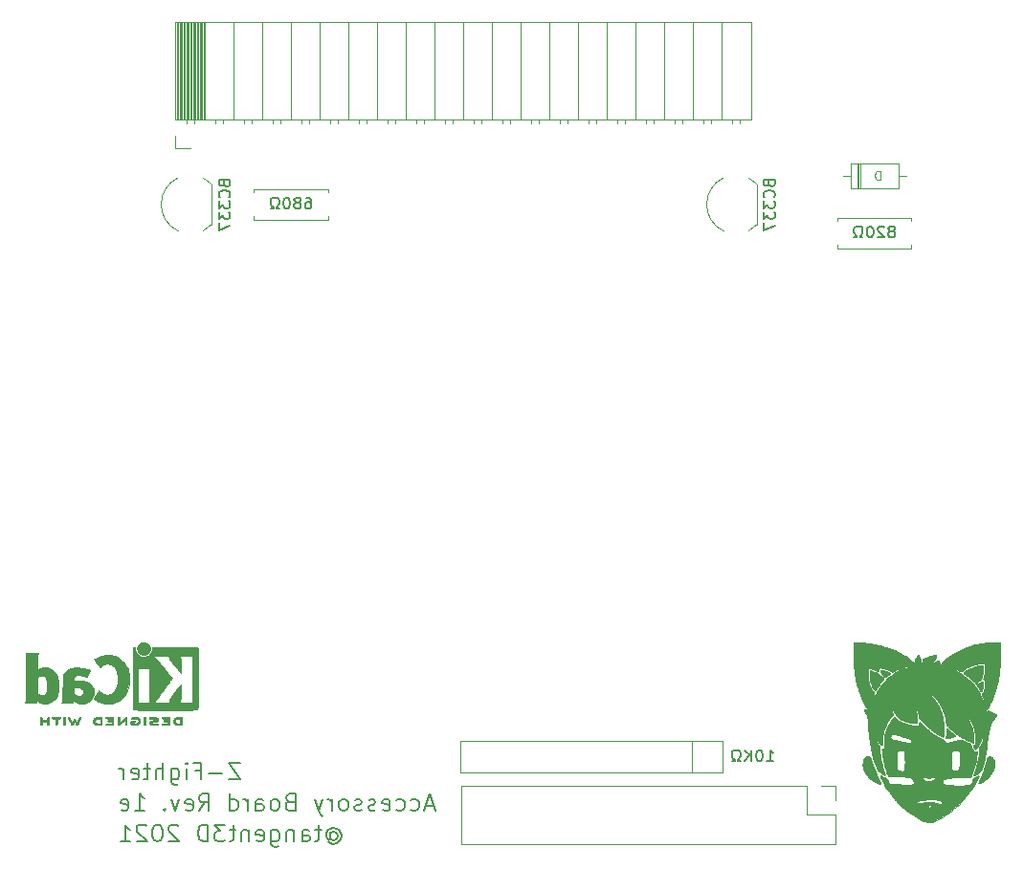
<source format=gbo>
G04 #@! TF.GenerationSoftware,KiCad,Pcbnew,5.1.10*
G04 #@! TF.CreationDate,2022-03-31T14:38:22-07:00*
G04 #@! TF.ProjectId,Z-FIGHTER_Accessory_Board,5a2d4649-4748-4544-9552-5f4163636573,rev?*
G04 #@! TF.SameCoordinates,Original*
G04 #@! TF.FileFunction,Legend,Bot*
G04 #@! TF.FilePolarity,Positive*
%FSLAX46Y46*%
G04 Gerber Fmt 4.6, Leading zero omitted, Abs format (unit mm)*
G04 Created by KiCad (PCBNEW 5.1.10) date 2022-03-31 14:38:22*
%MOMM*%
%LPD*%
G01*
G04 APERTURE LIST*
%ADD10C,0.200000*%
%ADD11C,0.120000*%
%ADD12C,0.010000*%
%ADD13C,0.150000*%
G04 APERTURE END LIST*
D10*
X93855142Y-167035285D02*
X93926570Y-166963857D01*
X94069428Y-166892428D01*
X94212285Y-166892428D01*
X94355142Y-166963857D01*
X94426570Y-167035285D01*
X94497999Y-167178142D01*
X94497999Y-167321000D01*
X94426570Y-167463857D01*
X94355142Y-167535285D01*
X94212285Y-167606714D01*
X94069428Y-167606714D01*
X93926570Y-167535285D01*
X93855142Y-167463857D01*
X93855142Y-166892428D02*
X93855142Y-167463857D01*
X93783713Y-167535285D01*
X93712285Y-167535285D01*
X93569428Y-167463857D01*
X93497999Y-167321000D01*
X93497999Y-166963857D01*
X93640856Y-166749571D01*
X93855142Y-166606714D01*
X94140856Y-166535285D01*
X94426570Y-166606714D01*
X94640856Y-166749571D01*
X94783713Y-166963857D01*
X94855142Y-167249571D01*
X94783713Y-167535285D01*
X94640856Y-167749571D01*
X94426570Y-167892428D01*
X94140856Y-167963857D01*
X93855142Y-167892428D01*
X93640856Y-167749571D01*
X93069428Y-166749571D02*
X92497999Y-166749571D01*
X92855142Y-166249571D02*
X92855142Y-167535285D01*
X92783713Y-167678142D01*
X92640856Y-167749571D01*
X92497999Y-167749571D01*
X91355142Y-167749571D02*
X91355142Y-166963857D01*
X91426570Y-166821000D01*
X91569428Y-166749571D01*
X91855142Y-166749571D01*
X91997999Y-166821000D01*
X91355142Y-167678142D02*
X91497999Y-167749571D01*
X91855142Y-167749571D01*
X91997999Y-167678142D01*
X92069428Y-167535285D01*
X92069428Y-167392428D01*
X91997999Y-167249571D01*
X91855142Y-167178142D01*
X91497999Y-167178142D01*
X91355142Y-167106714D01*
X90640856Y-166749571D02*
X90640856Y-167749571D01*
X90640856Y-166892428D02*
X90569428Y-166821000D01*
X90426570Y-166749571D01*
X90212285Y-166749571D01*
X90069428Y-166821000D01*
X89997999Y-166963857D01*
X89997999Y-167749571D01*
X88640856Y-166749571D02*
X88640856Y-167963857D01*
X88712285Y-168106714D01*
X88783713Y-168178142D01*
X88926570Y-168249571D01*
X89140856Y-168249571D01*
X89283713Y-168178142D01*
X88640856Y-167678142D02*
X88783713Y-167749571D01*
X89069428Y-167749571D01*
X89212285Y-167678142D01*
X89283713Y-167606714D01*
X89355142Y-167463857D01*
X89355142Y-167035285D01*
X89283713Y-166892428D01*
X89212285Y-166821000D01*
X89069428Y-166749571D01*
X88783713Y-166749571D01*
X88640856Y-166821000D01*
X87355142Y-167678142D02*
X87497999Y-167749571D01*
X87783713Y-167749571D01*
X87926570Y-167678142D01*
X87997999Y-167535285D01*
X87997999Y-166963857D01*
X87926570Y-166821000D01*
X87783713Y-166749571D01*
X87497999Y-166749571D01*
X87355142Y-166821000D01*
X87283713Y-166963857D01*
X87283713Y-167106714D01*
X87997999Y-167249571D01*
X86640856Y-166749571D02*
X86640856Y-167749571D01*
X86640856Y-166892428D02*
X86569428Y-166821000D01*
X86426570Y-166749571D01*
X86212285Y-166749571D01*
X86069428Y-166821000D01*
X85997999Y-166963857D01*
X85997999Y-167749571D01*
X85497999Y-166749571D02*
X84926570Y-166749571D01*
X85283713Y-166249571D02*
X85283713Y-167535285D01*
X85212285Y-167678142D01*
X85069428Y-167749571D01*
X84926570Y-167749571D01*
X84569428Y-166249571D02*
X83640856Y-166249571D01*
X84140856Y-166821000D01*
X83926570Y-166821000D01*
X83783713Y-166892428D01*
X83712285Y-166963857D01*
X83640856Y-167106714D01*
X83640856Y-167463857D01*
X83712285Y-167606714D01*
X83783713Y-167678142D01*
X83926570Y-167749571D01*
X84355142Y-167749571D01*
X84497999Y-167678142D01*
X84569428Y-167606714D01*
X82997999Y-167749571D02*
X82997999Y-166249571D01*
X82640856Y-166249571D01*
X82426570Y-166321000D01*
X82283713Y-166463857D01*
X82212285Y-166606714D01*
X82140856Y-166892428D01*
X82140856Y-167106714D01*
X82212285Y-167392428D01*
X82283713Y-167535285D01*
X82426570Y-167678142D01*
X82640856Y-167749571D01*
X82997999Y-167749571D01*
X80426570Y-166392428D02*
X80355142Y-166321000D01*
X80212285Y-166249571D01*
X79855142Y-166249571D01*
X79712285Y-166321000D01*
X79640856Y-166392428D01*
X79569428Y-166535285D01*
X79569428Y-166678142D01*
X79640856Y-166892428D01*
X80497999Y-167749571D01*
X79569428Y-167749571D01*
X78640856Y-166249571D02*
X78497999Y-166249571D01*
X78355142Y-166321000D01*
X78283713Y-166392428D01*
X78212285Y-166535285D01*
X78140856Y-166821000D01*
X78140856Y-167178142D01*
X78212285Y-167463857D01*
X78283713Y-167606714D01*
X78355142Y-167678142D01*
X78497999Y-167749571D01*
X78640856Y-167749571D01*
X78783713Y-167678142D01*
X78855142Y-167606714D01*
X78926570Y-167463857D01*
X78997999Y-167178142D01*
X78997999Y-166821000D01*
X78926570Y-166535285D01*
X78855142Y-166392428D01*
X78783713Y-166321000D01*
X78640856Y-166249571D01*
X77569428Y-166392428D02*
X77497999Y-166321000D01*
X77355142Y-166249571D01*
X76997999Y-166249571D01*
X76855142Y-166321000D01*
X76783713Y-166392428D01*
X76712285Y-166535285D01*
X76712285Y-166678142D01*
X76783713Y-166892428D01*
X77640856Y-167749571D01*
X76712285Y-167749571D01*
X75283713Y-167749571D02*
X76140856Y-167749571D01*
X75712285Y-167749571D02*
X75712285Y-166249571D01*
X75855142Y-166463857D01*
X75997999Y-166606714D01*
X76140856Y-166678142D01*
X102997999Y-164576000D02*
X102283714Y-164576000D01*
X103140857Y-165004571D02*
X102640857Y-163504571D01*
X102140857Y-165004571D01*
X100997999Y-164933142D02*
X101140857Y-165004571D01*
X101426571Y-165004571D01*
X101569428Y-164933142D01*
X101640857Y-164861714D01*
X101712285Y-164718857D01*
X101712285Y-164290285D01*
X101640857Y-164147428D01*
X101569428Y-164076000D01*
X101426571Y-164004571D01*
X101140857Y-164004571D01*
X100997999Y-164076000D01*
X99712285Y-164933142D02*
X99855142Y-165004571D01*
X100140857Y-165004571D01*
X100283714Y-164933142D01*
X100355142Y-164861714D01*
X100426571Y-164718857D01*
X100426571Y-164290285D01*
X100355142Y-164147428D01*
X100283714Y-164076000D01*
X100140857Y-164004571D01*
X99855142Y-164004571D01*
X99712285Y-164076000D01*
X98497999Y-164933142D02*
X98640856Y-165004571D01*
X98926571Y-165004571D01*
X99069428Y-164933142D01*
X99140856Y-164790285D01*
X99140856Y-164218857D01*
X99069428Y-164076000D01*
X98926571Y-164004571D01*
X98640856Y-164004571D01*
X98497999Y-164076000D01*
X98426571Y-164218857D01*
X98426571Y-164361714D01*
X99140856Y-164504571D01*
X97855142Y-164933142D02*
X97712285Y-165004571D01*
X97426571Y-165004571D01*
X97283714Y-164933142D01*
X97212285Y-164790285D01*
X97212285Y-164718857D01*
X97283714Y-164576000D01*
X97426571Y-164504571D01*
X97640856Y-164504571D01*
X97783714Y-164433142D01*
X97855142Y-164290285D01*
X97855142Y-164218857D01*
X97783714Y-164076000D01*
X97640856Y-164004571D01*
X97426571Y-164004571D01*
X97283714Y-164076000D01*
X96640856Y-164933142D02*
X96497999Y-165004571D01*
X96212285Y-165004571D01*
X96069428Y-164933142D01*
X95997999Y-164790285D01*
X95997999Y-164718857D01*
X96069428Y-164576000D01*
X96212285Y-164504571D01*
X96426571Y-164504571D01*
X96569428Y-164433142D01*
X96640856Y-164290285D01*
X96640856Y-164218857D01*
X96569428Y-164076000D01*
X96426571Y-164004571D01*
X96212285Y-164004571D01*
X96069428Y-164076000D01*
X95140857Y-165004571D02*
X95283714Y-164933142D01*
X95355142Y-164861714D01*
X95426571Y-164718857D01*
X95426571Y-164290285D01*
X95355142Y-164147428D01*
X95283714Y-164076000D01*
X95140857Y-164004571D01*
X94926571Y-164004571D01*
X94783714Y-164076000D01*
X94712285Y-164147428D01*
X94640857Y-164290285D01*
X94640857Y-164718857D01*
X94712285Y-164861714D01*
X94783714Y-164933142D01*
X94926571Y-165004571D01*
X95140857Y-165004571D01*
X93997999Y-165004571D02*
X93997999Y-164004571D01*
X93997999Y-164290285D02*
X93926571Y-164147428D01*
X93855142Y-164076000D01*
X93712285Y-164004571D01*
X93569428Y-164004571D01*
X93212285Y-164004571D02*
X92855142Y-165004571D01*
X92497999Y-164004571D02*
X92855142Y-165004571D01*
X92997999Y-165361714D01*
X93069428Y-165433142D01*
X93212285Y-165504571D01*
X90283714Y-164218857D02*
X90069428Y-164290285D01*
X89997999Y-164361714D01*
X89926571Y-164504571D01*
X89926571Y-164718857D01*
X89997999Y-164861714D01*
X90069428Y-164933142D01*
X90212285Y-165004571D01*
X90783714Y-165004571D01*
X90783714Y-163504571D01*
X90283714Y-163504571D01*
X90140857Y-163576000D01*
X90069428Y-163647428D01*
X89997999Y-163790285D01*
X89997999Y-163933142D01*
X90069428Y-164076000D01*
X90140857Y-164147428D01*
X90283714Y-164218857D01*
X90783714Y-164218857D01*
X89069428Y-165004571D02*
X89212285Y-164933142D01*
X89283714Y-164861714D01*
X89355142Y-164718857D01*
X89355142Y-164290285D01*
X89283714Y-164147428D01*
X89212285Y-164076000D01*
X89069428Y-164004571D01*
X88855142Y-164004571D01*
X88712285Y-164076000D01*
X88640857Y-164147428D01*
X88569428Y-164290285D01*
X88569428Y-164718857D01*
X88640857Y-164861714D01*
X88712285Y-164933142D01*
X88855142Y-165004571D01*
X89069428Y-165004571D01*
X87283714Y-165004571D02*
X87283714Y-164218857D01*
X87355142Y-164076000D01*
X87497999Y-164004571D01*
X87783714Y-164004571D01*
X87926571Y-164076000D01*
X87283714Y-164933142D02*
X87426571Y-165004571D01*
X87783714Y-165004571D01*
X87926571Y-164933142D01*
X87997999Y-164790285D01*
X87997999Y-164647428D01*
X87926571Y-164504571D01*
X87783714Y-164433142D01*
X87426571Y-164433142D01*
X87283714Y-164361714D01*
X86569428Y-165004571D02*
X86569428Y-164004571D01*
X86569428Y-164290285D02*
X86497999Y-164147428D01*
X86426571Y-164076000D01*
X86283714Y-164004571D01*
X86140857Y-164004571D01*
X84997999Y-165004571D02*
X84997999Y-163504571D01*
X84997999Y-164933142D02*
X85140857Y-165004571D01*
X85426571Y-165004571D01*
X85569428Y-164933142D01*
X85640857Y-164861714D01*
X85712285Y-164718857D01*
X85712285Y-164290285D01*
X85640857Y-164147428D01*
X85569428Y-164076000D01*
X85426571Y-164004571D01*
X85140857Y-164004571D01*
X84997999Y-164076000D01*
X82283714Y-165004571D02*
X82783714Y-164290285D01*
X83140857Y-165004571D02*
X83140857Y-163504571D01*
X82569428Y-163504571D01*
X82426571Y-163576000D01*
X82355142Y-163647428D01*
X82283714Y-163790285D01*
X82283714Y-164004571D01*
X82355142Y-164147428D01*
X82426571Y-164218857D01*
X82569428Y-164290285D01*
X83140857Y-164290285D01*
X81069428Y-164933142D02*
X81212285Y-165004571D01*
X81497999Y-165004571D01*
X81640857Y-164933142D01*
X81712285Y-164790285D01*
X81712285Y-164218857D01*
X81640857Y-164076000D01*
X81497999Y-164004571D01*
X81212285Y-164004571D01*
X81069428Y-164076000D01*
X80997999Y-164218857D01*
X80997999Y-164361714D01*
X81712285Y-164504571D01*
X80497999Y-164004571D02*
X80140857Y-165004571D01*
X79783714Y-164004571D01*
X79212285Y-164861714D02*
X79140857Y-164933142D01*
X79212285Y-165004571D01*
X79283714Y-164933142D01*
X79212285Y-164861714D01*
X79212285Y-165004571D01*
X76569428Y-165004571D02*
X77426571Y-165004571D01*
X76997999Y-165004571D02*
X76997999Y-163504571D01*
X77140857Y-163718857D01*
X77283714Y-163861714D01*
X77426571Y-163933142D01*
X75355142Y-164933142D02*
X75497999Y-165004571D01*
X75783714Y-165004571D01*
X75926571Y-164933142D01*
X75997999Y-164790285D01*
X75997999Y-164218857D01*
X75926571Y-164076000D01*
X75783714Y-164004571D01*
X75497999Y-164004571D01*
X75355142Y-164076000D01*
X75283714Y-164218857D01*
X75283714Y-164361714D01*
X75997999Y-164504571D01*
X85855142Y-160759571D02*
X84855142Y-160759571D01*
X85855142Y-162259571D01*
X84855142Y-162259571D01*
X84283714Y-161688142D02*
X83140856Y-161688142D01*
X81926571Y-161473857D02*
X82426571Y-161473857D01*
X82426571Y-162259571D02*
X82426571Y-160759571D01*
X81712285Y-160759571D01*
X81140856Y-162259571D02*
X81140856Y-161259571D01*
X81140856Y-160759571D02*
X81212285Y-160831000D01*
X81140856Y-160902428D01*
X81069428Y-160831000D01*
X81140856Y-160759571D01*
X81140856Y-160902428D01*
X79783714Y-161259571D02*
X79783714Y-162473857D01*
X79855142Y-162616714D01*
X79926571Y-162688142D01*
X80069428Y-162759571D01*
X80283714Y-162759571D01*
X80426571Y-162688142D01*
X79783714Y-162188142D02*
X79926571Y-162259571D01*
X80212285Y-162259571D01*
X80355142Y-162188142D01*
X80426571Y-162116714D01*
X80497999Y-161973857D01*
X80497999Y-161545285D01*
X80426571Y-161402428D01*
X80355142Y-161331000D01*
X80212285Y-161259571D01*
X79926571Y-161259571D01*
X79783714Y-161331000D01*
X79069428Y-162259571D02*
X79069428Y-160759571D01*
X78426571Y-162259571D02*
X78426571Y-161473857D01*
X78497999Y-161331000D01*
X78640856Y-161259571D01*
X78855142Y-161259571D01*
X78997999Y-161331000D01*
X79069428Y-161402428D01*
X77926571Y-161259571D02*
X77355142Y-161259571D01*
X77712285Y-160759571D02*
X77712285Y-162045285D01*
X77640856Y-162188142D01*
X77497999Y-162259571D01*
X77355142Y-162259571D01*
X76283714Y-162188142D02*
X76426571Y-162259571D01*
X76712285Y-162259571D01*
X76855142Y-162188142D01*
X76926571Y-162045285D01*
X76926571Y-161473857D01*
X76855142Y-161331000D01*
X76712285Y-161259571D01*
X76426571Y-161259571D01*
X76283714Y-161331000D01*
X76212285Y-161473857D01*
X76212285Y-161616714D01*
X76926571Y-161759571D01*
X75569428Y-162259571D02*
X75569428Y-161259571D01*
X75569428Y-161545285D02*
X75497999Y-161402428D01*
X75426571Y-161331000D01*
X75283714Y-161259571D01*
X75140856Y-161259571D01*
D11*
X138590000Y-164109000D02*
X138590000Y-162779000D01*
X138590000Y-162779000D02*
X137260000Y-162779000D01*
X138590000Y-165379000D02*
X135990000Y-165379000D01*
X135990000Y-165379000D02*
X135990000Y-162779000D01*
X135990000Y-162779000D02*
X105450000Y-162779000D01*
X105450000Y-167979000D02*
X105450000Y-162779000D01*
X138590000Y-167979000D02*
X105450000Y-167979000D01*
X138590000Y-167979000D02*
X138590000Y-165379000D01*
X80290000Y-95134000D02*
X80290000Y-103764000D01*
X80408095Y-95134000D02*
X80408095Y-103764000D01*
X80526190Y-95134000D02*
X80526190Y-103764000D01*
X80644285Y-95134000D02*
X80644285Y-103764000D01*
X80762380Y-95134000D02*
X80762380Y-103764000D01*
X80880475Y-95134000D02*
X80880475Y-103764000D01*
X80998570Y-95134000D02*
X80998570Y-103764000D01*
X81116665Y-95134000D02*
X81116665Y-103764000D01*
X81234760Y-95134000D02*
X81234760Y-103764000D01*
X81352855Y-95134000D02*
X81352855Y-103764000D01*
X81470950Y-95134000D02*
X81470950Y-103764000D01*
X81589045Y-95134000D02*
X81589045Y-103764000D01*
X81707140Y-95134000D02*
X81707140Y-103764000D01*
X81825235Y-95134000D02*
X81825235Y-103764000D01*
X81943330Y-95134000D02*
X81943330Y-103764000D01*
X82061425Y-95134000D02*
X82061425Y-103764000D01*
X82179520Y-95134000D02*
X82179520Y-103764000D01*
X82297615Y-95134000D02*
X82297615Y-103764000D01*
X82415710Y-95134000D02*
X82415710Y-103764000D01*
X82533805Y-95134000D02*
X82533805Y-103764000D01*
X82651900Y-95134000D02*
X82651900Y-103764000D01*
X81140000Y-103764000D02*
X81140000Y-104114000D01*
X81860000Y-103764000D02*
X81860000Y-104114000D01*
X83680000Y-103764000D02*
X83680000Y-104174000D01*
X84400000Y-103764000D02*
X84400000Y-104174000D01*
X86220000Y-103764000D02*
X86220000Y-104174000D01*
X86940000Y-103764000D02*
X86940000Y-104174000D01*
X88760000Y-103764000D02*
X88760000Y-104174000D01*
X89480000Y-103764000D02*
X89480000Y-104174000D01*
X91300000Y-103764000D02*
X91300000Y-104174000D01*
X92020000Y-103764000D02*
X92020000Y-104174000D01*
X93840000Y-103764000D02*
X93840000Y-104174000D01*
X94560000Y-103764000D02*
X94560000Y-104174000D01*
X96380000Y-103764000D02*
X96380000Y-104174000D01*
X97100000Y-103764000D02*
X97100000Y-104174000D01*
X98920000Y-103764000D02*
X98920000Y-104174000D01*
X99640000Y-103764000D02*
X99640000Y-104174000D01*
X101460000Y-103764000D02*
X101460000Y-104174000D01*
X102180000Y-103764000D02*
X102180000Y-104174000D01*
X104000000Y-103764000D02*
X104000000Y-104174000D01*
X104720000Y-103764000D02*
X104720000Y-104174000D01*
X106540000Y-103764000D02*
X106540000Y-104174000D01*
X107260000Y-103764000D02*
X107260000Y-104174000D01*
X109080000Y-103764000D02*
X109080000Y-104174000D01*
X109800000Y-103764000D02*
X109800000Y-104174000D01*
X111620000Y-103764000D02*
X111620000Y-104174000D01*
X112340000Y-103764000D02*
X112340000Y-104174000D01*
X114160000Y-103764000D02*
X114160000Y-104174000D01*
X114880000Y-103764000D02*
X114880000Y-104174000D01*
X116700000Y-103764000D02*
X116700000Y-104174000D01*
X117420000Y-103764000D02*
X117420000Y-104174000D01*
X119240000Y-103764000D02*
X119240000Y-104174000D01*
X119960000Y-103764000D02*
X119960000Y-104174000D01*
X121780000Y-103764000D02*
X121780000Y-104174000D01*
X122500000Y-103764000D02*
X122500000Y-104174000D01*
X124320000Y-103764000D02*
X124320000Y-104174000D01*
X125040000Y-103764000D02*
X125040000Y-104174000D01*
X126860000Y-103764000D02*
X126860000Y-104174000D01*
X127580000Y-103764000D02*
X127580000Y-104174000D01*
X129400000Y-103764000D02*
X129400000Y-104174000D01*
X130120000Y-103764000D02*
X130120000Y-104174000D01*
X82770000Y-95134000D02*
X82770000Y-103764000D01*
X85310000Y-95134000D02*
X85310000Y-103764000D01*
X87850000Y-95134000D02*
X87850000Y-103764000D01*
X90390000Y-95134000D02*
X90390000Y-103764000D01*
X92930000Y-95134000D02*
X92930000Y-103764000D01*
X95470000Y-95134000D02*
X95470000Y-103764000D01*
X98010000Y-95134000D02*
X98010000Y-103764000D01*
X100550000Y-95134000D02*
X100550000Y-103764000D01*
X103090000Y-95134000D02*
X103090000Y-103764000D01*
X105630000Y-95134000D02*
X105630000Y-103764000D01*
X108170000Y-95134000D02*
X108170000Y-103764000D01*
X110710000Y-95134000D02*
X110710000Y-103764000D01*
X113250000Y-95134000D02*
X113250000Y-103764000D01*
X115790000Y-95134000D02*
X115790000Y-103764000D01*
X118330000Y-95134000D02*
X118330000Y-103764000D01*
X120870000Y-95134000D02*
X120870000Y-103764000D01*
X123410000Y-95134000D02*
X123410000Y-103764000D01*
X125950000Y-95134000D02*
X125950000Y-103764000D01*
X128490000Y-95134000D02*
X128490000Y-103764000D01*
X80170000Y-95134000D02*
X80170000Y-103764000D01*
X80170000Y-103764000D02*
X131090000Y-103764000D01*
X131090000Y-95134000D02*
X131090000Y-103764000D01*
X80170000Y-95134000D02*
X131090000Y-95134000D01*
X80170000Y-106334000D02*
X81500000Y-106334000D01*
X80170000Y-105224000D02*
X80170000Y-106334000D01*
D12*
G36*
X143736656Y-156704745D02*
G01*
X143718737Y-156711552D01*
X143699713Y-156724552D01*
X143678079Y-156745115D01*
X143652331Y-156774607D01*
X143620962Y-156814396D01*
X143596855Y-156846416D01*
X143539138Y-156925023D01*
X143487025Y-156998438D01*
X143438785Y-157069391D01*
X143392687Y-157140617D01*
X143347003Y-157214848D01*
X143300001Y-157294817D01*
X143249951Y-157383257D01*
X143202987Y-157468474D01*
X143166839Y-157535048D01*
X143136957Y-157591139D01*
X143112209Y-157639243D01*
X143091467Y-157681860D01*
X143073601Y-157721488D01*
X143057482Y-157760624D01*
X143041978Y-157801768D01*
X143025961Y-157847418D01*
X143009629Y-157896059D01*
X142964658Y-158042970D01*
X142928594Y-158186576D01*
X142900859Y-158330339D01*
X142880875Y-158477722D01*
X142868066Y-158632186D01*
X142862205Y-158779562D01*
X142861018Y-158902445D01*
X142863221Y-159012142D01*
X142868901Y-159110040D01*
X142878145Y-159197523D01*
X142891039Y-159275977D01*
X142894189Y-159291297D01*
X142906317Y-159351274D01*
X142914143Y-159398823D01*
X142917568Y-159435854D01*
X142916491Y-159464275D01*
X142910814Y-159485997D01*
X142900437Y-159502929D01*
X142885259Y-159516981D01*
X142882294Y-159519150D01*
X142862761Y-159529761D01*
X142840096Y-159534480D01*
X142810764Y-159533531D01*
X142771231Y-159527138D01*
X142767663Y-159526426D01*
X142739234Y-159521266D01*
X142720630Y-159519874D01*
X142707205Y-159522305D01*
X142696692Y-159527249D01*
X142681773Y-159537083D01*
X142671142Y-159548801D01*
X142664440Y-159564626D01*
X142661310Y-159586776D01*
X142661393Y-159617472D01*
X142664330Y-159658934D01*
X142668534Y-159701734D01*
X142681911Y-159822123D01*
X142697252Y-159946788D01*
X142714226Y-160073669D01*
X142732505Y-160200710D01*
X142751756Y-160325851D01*
X142771649Y-160447035D01*
X142791855Y-160562205D01*
X142812043Y-160669302D01*
X142831882Y-160766268D01*
X142851042Y-160851045D01*
X142856925Y-160875062D01*
X142903939Y-161052314D01*
X142958281Y-161238465D01*
X143018854Y-161430071D01*
X143084561Y-161623692D01*
X143154305Y-161815886D01*
X143171141Y-161860419D01*
X143190721Y-161904419D01*
X143212012Y-161934971D01*
X143237237Y-161953150D01*
X143268619Y-161960033D01*
X143308382Y-161956697D01*
X143349643Y-161946854D01*
X143384623Y-161938514D01*
X143421181Y-161933271D01*
X143461749Y-161931124D01*
X143508761Y-161932069D01*
X143564651Y-161936105D01*
X143631852Y-161943228D01*
X143659236Y-161946542D01*
X143742207Y-161955703D01*
X143832909Y-161963482D01*
X143932938Y-161969976D01*
X144043891Y-161975281D01*
X144167365Y-161979493D01*
X144233798Y-161981208D01*
X144292407Y-161982930D01*
X144353077Y-161985330D01*
X144411930Y-161988212D01*
X144465089Y-161991379D01*
X144508678Y-161994633D01*
X144522089Y-161995868D01*
X144567714Y-162000074D01*
X144622500Y-162004637D01*
X144680686Y-162009105D01*
X144736512Y-162013025D01*
X144757412Y-162014370D01*
X144866511Y-162022147D01*
X144961469Y-162031062D01*
X145043053Y-162041238D01*
X145112029Y-162052800D01*
X145169162Y-162065870D01*
X145215220Y-162080573D01*
X145242672Y-162092601D01*
X145266698Y-162105684D01*
X145287884Y-162119795D01*
X145307492Y-162136557D01*
X145326789Y-162157589D01*
X145347038Y-162184514D01*
X145369503Y-162218952D01*
X145395450Y-162262524D01*
X145426143Y-162316852D01*
X145446881Y-162354409D01*
X145475012Y-162406058D01*
X145496318Y-162446775D01*
X145511396Y-162478599D01*
X145520841Y-162503568D01*
X145525248Y-162523718D01*
X145525214Y-162541089D01*
X145521333Y-162557718D01*
X145514201Y-162575641D01*
X145512591Y-162579223D01*
X145498657Y-162603195D01*
X145479377Y-162623079D01*
X145452419Y-162640347D01*
X145415452Y-162656473D01*
X145366144Y-162672929D01*
X145362530Y-162674023D01*
X145319876Y-162687686D01*
X145274079Y-162703671D01*
X145231771Y-162719609D01*
X145209383Y-162728777D01*
X145177937Y-162741893D01*
X145153781Y-162750284D01*
X145131629Y-162754994D01*
X145106193Y-162757069D01*
X145072187Y-162757551D01*
X145063706Y-162757549D01*
X145015252Y-162756048D01*
X144969489Y-162751109D01*
X144919573Y-162741873D01*
X144895618Y-162736482D01*
X144842013Y-162725426D01*
X144786809Y-162717310D01*
X144724883Y-162711470D01*
X144682706Y-162708798D01*
X144639680Y-162706439D01*
X144585587Y-162703450D01*
X144524279Y-162700046D01*
X144459606Y-162696440D01*
X144395419Y-162692848D01*
X144357736Y-162690731D01*
X144296687Y-162687541D01*
X144233605Y-162684681D01*
X144172128Y-162682285D01*
X144115893Y-162680486D01*
X144068536Y-162679418D01*
X144043971Y-162679179D01*
X143949147Y-162677586D01*
X143853641Y-162673329D01*
X143761553Y-162666693D01*
X143676981Y-162657960D01*
X143618147Y-162649759D01*
X143536098Y-162637163D01*
X143465353Y-162627497D01*
X143402655Y-162620347D01*
X143349206Y-162615632D01*
X143297715Y-162609427D01*
X143257838Y-162598842D01*
X143226610Y-162582770D01*
X143201314Y-162560377D01*
X143182870Y-162535526D01*
X143172518Y-162508864D01*
X143169667Y-162476904D01*
X143173726Y-162436155D01*
X143177069Y-162417047D01*
X143186170Y-162356010D01*
X143187700Y-162306333D01*
X143181295Y-162266291D01*
X143166594Y-162234156D01*
X143143233Y-162208203D01*
X143131258Y-162199080D01*
X143112506Y-162187890D01*
X143084194Y-162173123D01*
X143050569Y-162156923D01*
X143024236Y-162145042D01*
X142977089Y-162123493D01*
X142920924Y-162096299D01*
X142859577Y-162065439D01*
X142796879Y-162032889D01*
X142736666Y-162000625D01*
X142682772Y-161970626D01*
X142656798Y-161955564D01*
X142614265Y-161932578D01*
X142581057Y-161919807D01*
X142555818Y-161917022D01*
X142537189Y-161923993D01*
X142527865Y-161933812D01*
X142521442Y-161945034D01*
X142517667Y-161957767D01*
X142516966Y-161973184D01*
X142519767Y-161992459D01*
X142526494Y-162016767D01*
X142537575Y-162047281D01*
X142553435Y-162085176D01*
X142574501Y-162131626D01*
X142601198Y-162187805D01*
X142633954Y-162254886D01*
X142673072Y-162333799D01*
X142768827Y-162519714D01*
X142866049Y-162695262D01*
X142967434Y-162864966D01*
X143075674Y-163033350D01*
X143183597Y-163190944D01*
X143276726Y-163322816D01*
X143362554Y-163443256D01*
X143441931Y-163553355D01*
X143515704Y-163654204D01*
X143584723Y-163746894D01*
X143649836Y-163832518D01*
X143711891Y-163912165D01*
X143771737Y-163986928D01*
X143830223Y-164057897D01*
X143888197Y-164126163D01*
X143946508Y-164192819D01*
X144006004Y-164258954D01*
X144058370Y-164315820D01*
X144160767Y-164421327D01*
X144276137Y-164531735D01*
X144403599Y-164646351D01*
X144542272Y-164764483D01*
X144691275Y-164885437D01*
X144849726Y-165008521D01*
X145016744Y-165133043D01*
X145191448Y-165258309D01*
X145372956Y-165383627D01*
X145560387Y-165508304D01*
X145646412Y-165564005D01*
X145731426Y-165618230D01*
X145805361Y-165664574D01*
X145869386Y-165703715D01*
X145924671Y-165736328D01*
X145972383Y-165763091D01*
X146013693Y-165784681D01*
X146049768Y-165801775D01*
X146075971Y-165812797D01*
X146106248Y-165825024D01*
X146144133Y-165840738D01*
X146183558Y-165857407D01*
X146202971Y-165865751D01*
X146333592Y-165917529D01*
X146471722Y-165963492D01*
X146588994Y-165996017D01*
X146637523Y-166007883D01*
X146676296Y-166016334D01*
X146709930Y-166022035D01*
X146743043Y-166025652D01*
X146780251Y-166027851D01*
X146818464Y-166029100D01*
X146860520Y-166029938D01*
X146900148Y-166030241D01*
X146933545Y-166030013D01*
X146956907Y-166029258D01*
X146961236Y-166028944D01*
X147028822Y-166021153D01*
X147092764Y-166009888D01*
X147156248Y-165994239D01*
X147222460Y-165973299D01*
X147294586Y-165946159D01*
X147375810Y-165911911D01*
X147383324Y-165908605D01*
X147623157Y-165796440D01*
X147863557Y-165671684D01*
X148101284Y-165536190D01*
X148333095Y-165391814D01*
X148555750Y-165240412D01*
X148575608Y-165226232D01*
X148793828Y-165062249D01*
X149011617Y-164883582D01*
X149228702Y-164690488D01*
X149296733Y-164625240D01*
X147058353Y-164625240D01*
X147055953Y-164647956D01*
X147046554Y-164665921D01*
X147033211Y-164680352D01*
X147006960Y-164700406D01*
X146974878Y-164714092D01*
X146934273Y-164722161D01*
X146882449Y-164725367D01*
X146871589Y-164725486D01*
X146831106Y-164724696D01*
X146801424Y-164721525D01*
X146778516Y-164715441D01*
X146770427Y-164712108D01*
X146735161Y-164690224D01*
X146712169Y-164663582D01*
X146701665Y-164634374D01*
X146703861Y-164604790D01*
X146718970Y-164577022D01*
X146747205Y-164553260D01*
X146754586Y-164549108D01*
X146775013Y-164542847D01*
X146806313Y-164538447D01*
X146844646Y-164535912D01*
X146886169Y-164535243D01*
X146927044Y-164536443D01*
X146963428Y-164539514D01*
X146991481Y-164544458D01*
X147003975Y-164548965D01*
X147034462Y-164569550D01*
X147051917Y-164592446D01*
X147058246Y-164620324D01*
X147058353Y-164625240D01*
X149296733Y-164625240D01*
X149444809Y-164483224D01*
X149650943Y-164271023D01*
X147972992Y-164271023D01*
X147971760Y-164307698D01*
X147956959Y-164342700D01*
X147937227Y-164366515D01*
X147911498Y-164387489D01*
X147883329Y-164401783D01*
X147851000Y-164409387D01*
X147812790Y-164410293D01*
X147766980Y-164404491D01*
X147711851Y-164391971D01*
X147645681Y-164372724D01*
X147620804Y-164364789D01*
X147573807Y-164349791D01*
X147535254Y-164338343D01*
X147501062Y-164329579D01*
X147467146Y-164322632D01*
X147429422Y-164316634D01*
X147383807Y-164310718D01*
X147344392Y-164306092D01*
X147310309Y-164302288D01*
X147278836Y-164299097D01*
X147248275Y-164296467D01*
X147216930Y-164294344D01*
X147183106Y-164292677D01*
X147145106Y-164291414D01*
X147101235Y-164290501D01*
X147049794Y-164289888D01*
X146989090Y-164289522D01*
X146917424Y-164289350D01*
X146833102Y-164289320D01*
X146800618Y-164289333D01*
X146708560Y-164289453D01*
X146629933Y-164289732D01*
X146563231Y-164290212D01*
X146506945Y-164290930D01*
X146459565Y-164291929D01*
X146419585Y-164293246D01*
X146385494Y-164294923D01*
X146355786Y-164296998D01*
X146328952Y-164299512D01*
X146303824Y-164302462D01*
X146258409Y-164307702D01*
X146204107Y-164313078D01*
X146146960Y-164318038D01*
X146093006Y-164322032D01*
X146079706Y-164322878D01*
X146033874Y-164325934D01*
X145989165Y-164329392D01*
X145949506Y-164332915D01*
X145918829Y-164336165D01*
X145907883Y-164337613D01*
X145848485Y-164344102D01*
X145798806Y-164344602D01*
X145760278Y-164339173D01*
X145737927Y-164330291D01*
X145721477Y-164317781D01*
X145714719Y-164303068D01*
X145713647Y-164286269D01*
X145717387Y-164264724D01*
X145729610Y-164244487D01*
X145751818Y-164224151D01*
X145785515Y-164202306D01*
X145826830Y-164180232D01*
X145878447Y-164156658D01*
X145935389Y-164135379D01*
X145998556Y-164116269D01*
X146068847Y-164099200D01*
X146147162Y-164084044D01*
X146234401Y-164070674D01*
X146331463Y-164058961D01*
X146439249Y-164048779D01*
X146558658Y-164040000D01*
X146690589Y-164032497D01*
X146835944Y-164026140D01*
X146938824Y-164022539D01*
X147029676Y-164019918D01*
X147108336Y-164018428D01*
X147177523Y-164018231D01*
X147239953Y-164019489D01*
X147298345Y-164022365D01*
X147355418Y-164027020D01*
X147413888Y-164033617D01*
X147476474Y-164042318D01*
X147545893Y-164053285D01*
X147596236Y-164061751D01*
X147655451Y-164072194D01*
X147702714Y-164081445D01*
X147740879Y-164090308D01*
X147772798Y-164099590D01*
X147801326Y-164110098D01*
X147829317Y-164122637D01*
X147851912Y-164133983D01*
X147900115Y-164164156D01*
X147936686Y-164197933D01*
X147961139Y-164233995D01*
X147972992Y-164271023D01*
X149650943Y-164271023D01*
X149659663Y-164262047D01*
X149872991Y-164027213D01*
X149953754Y-163934268D01*
X150015083Y-163861731D01*
X150080275Y-163782599D01*
X150148401Y-163698124D01*
X150218530Y-163609560D01*
X150289731Y-163518160D01*
X150361074Y-163425176D01*
X150431628Y-163331862D01*
X150500463Y-163239470D01*
X150566649Y-163149255D01*
X150629254Y-163062467D01*
X150687348Y-162980361D01*
X150740001Y-162904190D01*
X150786282Y-162835206D01*
X150825261Y-162774663D01*
X150856007Y-162723813D01*
X150866401Y-162705356D01*
X150930130Y-162588048D01*
X150987056Y-162481429D01*
X151038218Y-162383471D01*
X151084657Y-162292147D01*
X151127411Y-162205427D01*
X151167520Y-162121284D01*
X151184919Y-162083860D01*
X151207810Y-162030675D01*
X151221955Y-161988770D01*
X151227358Y-161957314D01*
X151224025Y-161935477D01*
X151211963Y-161922431D01*
X151191178Y-161917344D01*
X151186075Y-161917209D01*
X151166211Y-161922039D01*
X151135461Y-161936577D01*
X151093676Y-161960898D01*
X151084849Y-161966398D01*
X151052114Y-161985948D01*
X151009784Y-162009726D01*
X150961785Y-162035608D01*
X150912047Y-162061468D01*
X150871269Y-162081879D01*
X150811245Y-162112132D01*
X150763603Y-162138817D01*
X150726845Y-162163898D01*
X150699471Y-162189334D01*
X150679983Y-162217090D01*
X150666883Y-162249126D01*
X150658672Y-162287406D01*
X150653852Y-162333890D01*
X150651839Y-162369179D01*
X150649375Y-162413476D01*
X150645727Y-162447385D01*
X150639408Y-162474811D01*
X150628930Y-162499660D01*
X150612805Y-162525838D01*
X150589544Y-162557251D01*
X150571325Y-162580513D01*
X150533345Y-162624196D01*
X150492472Y-162663518D01*
X150451855Y-162695771D01*
X150414643Y-162718245D01*
X150407356Y-162721554D01*
X150386756Y-162727370D01*
X150354927Y-162732833D01*
X150315578Y-162737379D01*
X150289383Y-162739467D01*
X150244915Y-162743033D01*
X150197038Y-162747863D01*
X150152655Y-162753218D01*
X150128765Y-162756660D01*
X150066617Y-162765007D01*
X149995678Y-162771676D01*
X149915009Y-162776696D01*
X149823672Y-162780099D01*
X149720729Y-162781914D01*
X149605243Y-162782171D01*
X149476273Y-162780901D01*
X149409845Y-162779768D01*
X149326811Y-162778287D01*
X149237143Y-162776876D01*
X149144376Y-162775579D01*
X149052042Y-162774438D01*
X148963677Y-162773496D01*
X148882812Y-162772799D01*
X148812982Y-162772388D01*
X148806471Y-162772363D01*
X148718829Y-162771761D01*
X148644264Y-162770440D01*
X148580918Y-162768116D01*
X148526933Y-162764506D01*
X148480450Y-162759328D01*
X148439613Y-162752298D01*
X148402563Y-162743133D01*
X148367441Y-162731551D01*
X148332391Y-162717269D01*
X148295554Y-162700002D01*
X148279794Y-162692142D01*
X148245841Y-162675729D01*
X148206301Y-162657697D01*
X148169515Y-162641846D01*
X148168212Y-162641308D01*
X148112256Y-162613223D01*
X148070013Y-162580279D01*
X148040784Y-162541552D01*
X148023866Y-162496118D01*
X148018557Y-162443885D01*
X148022792Y-162390724D01*
X148034483Y-162340265D01*
X148052404Y-162296276D01*
X148075332Y-162262523D01*
X148078651Y-162259048D01*
X148100609Y-162239302D01*
X148124260Y-162223310D01*
X148151920Y-162210293D01*
X148185904Y-162199470D01*
X148228529Y-162190062D01*
X148282110Y-162181290D01*
X148328353Y-162174984D01*
X148374296Y-162168357D01*
X148424488Y-162159991D01*
X148471891Y-162151108D01*
X148500177Y-162145118D01*
X148537928Y-162137543D01*
X148584940Y-162129600D01*
X148635586Y-162122166D01*
X148684237Y-162116119D01*
X148690677Y-162115422D01*
X148730712Y-162110966D01*
X148765973Y-162106642D01*
X148793542Y-162102839D01*
X148810502Y-162099944D01*
X148813941Y-162099023D01*
X148826053Y-162097053D01*
X148852928Y-162094921D01*
X148894387Y-162092632D01*
X148922388Y-162091410D01*
X147414943Y-162091410D01*
X147403299Y-162124206D01*
X147377241Y-162160572D01*
X147345245Y-162192984D01*
X147270747Y-162253783D01*
X147193724Y-162301564D01*
X147111830Y-162337343D01*
X147022721Y-162362138D01*
X146924054Y-162376965D01*
X146920147Y-162377340D01*
X146887669Y-162380552D01*
X146849892Y-162384510D01*
X146823030Y-162387460D01*
X146745714Y-162393527D01*
X146673136Y-162394041D01*
X146608504Y-162389087D01*
X146560887Y-162380309D01*
X146484076Y-162355354D01*
X146414059Y-162321785D01*
X146353812Y-162281149D01*
X146329545Y-162259884D01*
X146299561Y-162227603D01*
X146274187Y-162193631D01*
X146255430Y-162161182D01*
X146245299Y-162133469D01*
X146244087Y-162123051D01*
X146250811Y-162097239D01*
X146268724Y-162071663D01*
X146294569Y-162050378D01*
X146308261Y-162043129D01*
X146321550Y-162037552D01*
X146333830Y-162033817D01*
X146347278Y-162032149D01*
X146364071Y-162032772D01*
X146386384Y-162035911D01*
X146416396Y-162041791D01*
X146456282Y-162050637D01*
X146508218Y-162062674D01*
X146516736Y-162064664D01*
X146570381Y-162077115D01*
X146612819Y-162086539D01*
X146647381Y-162093364D01*
X146677394Y-162098020D01*
X146706190Y-162100935D01*
X146737097Y-162102539D01*
X146773444Y-162103261D01*
X146818403Y-162103528D01*
X146900793Y-162102158D01*
X146973426Y-162096911D01*
X147041155Y-162087057D01*
X147108828Y-162071862D01*
X147181298Y-162050595D01*
X147191889Y-162047161D01*
X147248341Y-162029790D01*
X147293223Y-162018772D01*
X147328438Y-162014006D01*
X147355891Y-162015388D01*
X147377485Y-162022815D01*
X147395104Y-162036164D01*
X147412202Y-162062093D01*
X147414943Y-162091410D01*
X148922388Y-162091410D01*
X148950252Y-162090194D01*
X149020346Y-162087612D01*
X149104491Y-162084892D01*
X149202509Y-162082042D01*
X149314222Y-162079067D01*
X149439452Y-162075974D01*
X149493765Y-162074694D01*
X149573713Y-162072677D01*
X149656821Y-162070297D01*
X149740263Y-162067654D01*
X149821212Y-162064846D01*
X149896842Y-162061974D01*
X149964325Y-162059138D01*
X150020835Y-162056437D01*
X150039866Y-162055410D01*
X150100716Y-162052242D01*
X150163795Y-162049422D01*
X150225383Y-162047082D01*
X150281757Y-162045357D01*
X150329195Y-162044380D01*
X150352003Y-162044209D01*
X150404648Y-162043661D01*
X150444768Y-162041579D01*
X150474750Y-162037304D01*
X150496985Y-162030180D01*
X150513862Y-162019548D01*
X150527770Y-162004751D01*
X150535650Y-161993651D01*
X150545477Y-161974998D01*
X150559060Y-161943576D01*
X150575883Y-161900935D01*
X150595430Y-161848622D01*
X150617185Y-161788188D01*
X150640632Y-161721180D01*
X150665254Y-161649148D01*
X150690536Y-161573641D01*
X150715963Y-161496207D01*
X150741017Y-161418396D01*
X150765183Y-161341755D01*
X150787944Y-161267835D01*
X150808786Y-161198184D01*
X150827192Y-161134350D01*
X150842645Y-161077883D01*
X150849250Y-161052314D01*
X150860574Y-161008092D01*
X150874533Y-160954720D01*
X150889739Y-160897440D01*
X150904805Y-160841491D01*
X150913038Y-160811329D01*
X150959740Y-160629219D01*
X150996928Y-160457178D01*
X151008051Y-160392031D01*
X149551740Y-160392031D01*
X149551311Y-160474958D01*
X149550104Y-160555677D01*
X149548076Y-160632471D01*
X149547310Y-160654260D01*
X149543284Y-160757661D01*
X149539381Y-160847524D01*
X149535462Y-160925252D01*
X149531389Y-160992246D01*
X149527025Y-161049908D01*
X149522229Y-161099640D01*
X149516866Y-161142842D01*
X149510795Y-161180918D01*
X149503880Y-161215269D01*
X149495982Y-161247296D01*
X149486962Y-161278400D01*
X149485227Y-161283952D01*
X149461258Y-161345067D01*
X149430932Y-161394499D01*
X149392913Y-161433226D01*
X149345864Y-161462230D01*
X149288452Y-161482490D01*
X149219339Y-161494986D01*
X149194122Y-161497540D01*
X149133354Y-161500829D01*
X149080082Y-161499021D01*
X149027595Y-161491652D01*
X148989500Y-161483366D01*
X148938753Y-161467639D01*
X148899778Y-161446982D01*
X148869707Y-161419436D01*
X148847559Y-161386545D01*
X148825147Y-161345709D01*
X148821090Y-160758843D01*
X144695880Y-160758843D01*
X144695513Y-160808335D01*
X144694508Y-160854778D01*
X144692846Y-160900548D01*
X144690511Y-160948021D01*
X144687563Y-160998326D01*
X144684063Y-161055495D01*
X144680649Y-161112555D01*
X144677505Y-161166287D01*
X144674820Y-161213472D01*
X144672780Y-161250890D01*
X144671946Y-161267268D01*
X144669142Y-161304446D01*
X144664729Y-161340093D01*
X144659430Y-161369002D01*
X144656263Y-161380543D01*
X144634018Y-161423476D01*
X144599963Y-161459408D01*
X144556058Y-161487135D01*
X144504264Y-161505455D01*
X144446541Y-161513165D01*
X144439912Y-161513314D01*
X144416455Y-161512216D01*
X144382241Y-161508848D01*
X144341200Y-161503676D01*
X144297264Y-161497168D01*
X144279294Y-161494217D01*
X144209796Y-161481211D01*
X144153287Y-161467556D01*
X144107818Y-161452349D01*
X144071439Y-161434686D01*
X144042201Y-161413666D01*
X144018153Y-161388386D01*
X144002262Y-161365946D01*
X143989043Y-161343390D01*
X143978548Y-161320629D01*
X143970345Y-161295389D01*
X143964004Y-161265394D01*
X143959093Y-161228371D01*
X143955182Y-161182043D01*
X143951839Y-161124136D01*
X143950317Y-161091709D01*
X143948603Y-161041146D01*
X143947468Y-160980699D01*
X143946878Y-160911806D01*
X143946798Y-160835905D01*
X143947193Y-160754434D01*
X143948028Y-160668831D01*
X143949268Y-160580534D01*
X143950880Y-160490981D01*
X143952827Y-160401611D01*
X143955075Y-160313860D01*
X143957590Y-160229169D01*
X143960336Y-160148973D01*
X143963278Y-160074712D01*
X143966383Y-160007824D01*
X143969615Y-159949746D01*
X143972939Y-159901916D01*
X143976321Y-159865774D01*
X143979726Y-159842756D01*
X143980621Y-159839061D01*
X143997019Y-159800809D01*
X144022804Y-159762988D01*
X144053700Y-159731297D01*
X144070795Y-159718867D01*
X144106798Y-159702216D01*
X144155964Y-159688012D01*
X144216670Y-159676576D01*
X144287291Y-159668226D01*
X144350348Y-159663958D01*
X144395648Y-159662164D01*
X144429598Y-159661854D01*
X144455733Y-159663214D01*
X144477590Y-159666432D01*
X144498703Y-159671693D01*
X144499122Y-159671814D01*
X144551954Y-159692790D01*
X144592760Y-159721971D01*
X144622611Y-159760375D01*
X144642113Y-159807404D01*
X144649337Y-159839835D01*
X144656323Y-159886112D01*
X144662991Y-159945142D01*
X144669260Y-160015829D01*
X144675053Y-160097081D01*
X144680288Y-160187801D01*
X144684886Y-160286897D01*
X144688768Y-160393275D01*
X144691303Y-160482856D01*
X144693319Y-160568308D01*
X144694766Y-160641206D01*
X144695625Y-160703926D01*
X144695880Y-160758843D01*
X148821090Y-160758843D01*
X148820524Y-160677091D01*
X148819544Y-160548437D01*
X148818470Y-160431705D01*
X148817307Y-160327248D01*
X148816061Y-160235417D01*
X148814740Y-160156564D01*
X148813349Y-160091042D01*
X148811895Y-160039201D01*
X148810384Y-160001393D01*
X148808821Y-159977971D01*
X148807896Y-159971121D01*
X148800406Y-159909452D01*
X148805748Y-159854783D01*
X148823815Y-159807472D01*
X148854502Y-159767879D01*
X148872168Y-159752849D01*
X148898549Y-159736316D01*
X148930631Y-159722691D01*
X148969839Y-159711747D01*
X149017595Y-159703256D01*
X149075323Y-159696989D01*
X149144447Y-159692718D01*
X149226391Y-159690216D01*
X149266990Y-159689615D01*
X149313680Y-159689192D01*
X149348219Y-159689298D01*
X149373396Y-159690242D01*
X149391999Y-159692334D01*
X149406816Y-159695884D01*
X149420637Y-159701201D01*
X149435759Y-159708356D01*
X149472658Y-159731960D01*
X149500006Y-159763123D01*
X149519848Y-159804539D01*
X149527392Y-159829179D01*
X149532108Y-159854833D01*
X149536418Y-159893708D01*
X149540281Y-159944091D01*
X149543654Y-160004267D01*
X149546497Y-160072521D01*
X149548769Y-160147140D01*
X149550428Y-160226407D01*
X149551432Y-160308609D01*
X149551740Y-160392031D01*
X151008051Y-160392031D01*
X151024802Y-160293923D01*
X151043560Y-160138168D01*
X151053404Y-159988631D01*
X151055118Y-159897015D01*
X151054934Y-159854283D01*
X151054159Y-159823753D01*
X151052458Y-159802691D01*
X151049497Y-159788359D01*
X151044942Y-159778023D01*
X151039635Y-159770422D01*
X151018198Y-159754728D01*
X150988410Y-159750876D01*
X150951066Y-159758893D01*
X150931703Y-159766516D01*
X150892129Y-159778151D01*
X150855482Y-159776254D01*
X150820903Y-159760459D01*
X150787529Y-159730402D01*
X150759571Y-159693525D01*
X150744936Y-159669596D01*
X150725119Y-159634450D01*
X150701295Y-159590387D01*
X150674642Y-159539709D01*
X150646338Y-159484718D01*
X150617559Y-159427716D01*
X150589484Y-159371004D01*
X150563288Y-159316885D01*
X150540150Y-159267659D01*
X150527447Y-159239688D01*
X150501987Y-159184069D01*
X150479667Y-159140132D01*
X150458307Y-159105596D01*
X150435722Y-159078181D01*
X150409732Y-159055609D01*
X150378154Y-159035600D01*
X150338806Y-159015873D01*
X150294402Y-158996245D01*
X150270150Y-158985353D01*
X150234763Y-158968773D01*
X150190437Y-158947566D01*
X150139364Y-158922794D01*
X150083741Y-158895519D01*
X150025761Y-158866804D01*
X149988394Y-158848143D01*
X149754641Y-158731003D01*
X149670894Y-158731250D01*
X149644290Y-158731608D01*
X149619757Y-158732770D01*
X149594909Y-158735125D01*
X149567362Y-158739061D01*
X149534729Y-158744967D01*
X149494626Y-158753230D01*
X149444666Y-158764240D01*
X149385441Y-158777701D01*
X149244484Y-158809998D01*
X149117356Y-158839135D01*
X149003321Y-158865267D01*
X148901637Y-158888548D01*
X148811568Y-158909132D01*
X148732375Y-158927173D01*
X148663317Y-158942826D01*
X148603658Y-158956245D01*
X148552657Y-158967584D01*
X148509577Y-158976998D01*
X148473678Y-158984641D01*
X148444222Y-158990666D01*
X148420469Y-158995228D01*
X148401682Y-158998482D01*
X148387122Y-159000582D01*
X148376049Y-159001681D01*
X148367725Y-159001935D01*
X148361411Y-159001497D01*
X148356369Y-159000522D01*
X148351859Y-158999164D01*
X148347143Y-158997577D01*
X148341483Y-158995915D01*
X148340971Y-158995785D01*
X148309191Y-158984171D01*
X148282013Y-158965416D01*
X148257324Y-158937368D01*
X148233009Y-158897877D01*
X148220240Y-158872982D01*
X148197600Y-158830617D01*
X148193545Y-158824570D01*
X145243993Y-158824570D01*
X145238556Y-158883463D01*
X145223433Y-158934681D01*
X145199512Y-158976849D01*
X145167682Y-159008593D01*
X145128830Y-159028536D01*
X145109153Y-159033318D01*
X145097195Y-159034853D01*
X145083933Y-159035341D01*
X145067887Y-159034522D01*
X145047578Y-159032132D01*
X145021525Y-159027910D01*
X144988248Y-159021595D01*
X144946268Y-159012925D01*
X144894104Y-159001637D01*
X144830275Y-158987469D01*
X144757412Y-158971088D01*
X144704018Y-158959043D01*
X144638240Y-158944206D01*
X144562268Y-158927073D01*
X144478296Y-158908137D01*
X144388513Y-158887892D01*
X144295111Y-158866833D01*
X144200283Y-158845453D01*
X144106217Y-158824246D01*
X144025294Y-158806004D01*
X143921761Y-158782626D01*
X143831778Y-158762159D01*
X143754306Y-158744275D01*
X143688311Y-158728644D01*
X143632756Y-158714940D01*
X143586603Y-158702834D01*
X143548816Y-158691997D01*
X143518359Y-158682101D01*
X143494196Y-158672817D01*
X143475289Y-158663818D01*
X143460601Y-158654774D01*
X143449097Y-158645358D01*
X143439740Y-158635242D01*
X143431493Y-158624096D01*
X143426324Y-158616278D01*
X143415133Y-158597894D01*
X143408772Y-158582568D01*
X143406250Y-158565285D01*
X143406579Y-158541035D01*
X143407684Y-158521826D01*
X143414274Y-158469536D01*
X143426988Y-158411144D01*
X143444130Y-158352968D01*
X143463999Y-158301324D01*
X143470865Y-158286792D01*
X143498225Y-158246098D01*
X143523663Y-158223292D01*
X143536959Y-158214478D01*
X143550101Y-158207534D01*
X143564321Y-158202675D01*
X143580847Y-158200115D01*
X143600911Y-158200068D01*
X143625743Y-158202750D01*
X143656574Y-158208373D01*
X143694633Y-158217153D01*
X143741151Y-158229304D01*
X143797359Y-158245040D01*
X143864486Y-158264575D01*
X143943764Y-158288124D01*
X144010353Y-158308074D01*
X144096969Y-158334063D01*
X144194045Y-158363177D01*
X144297725Y-158394260D01*
X144404155Y-158426157D01*
X144509479Y-158457712D01*
X144609843Y-158487770D01*
X144701390Y-158515176D01*
X144727345Y-158522943D01*
X144799413Y-158544636D01*
X144868205Y-158565590D01*
X144932180Y-158585317D01*
X144989794Y-158603331D01*
X145039503Y-158619143D01*
X145079765Y-158632268D01*
X145109037Y-158642219D01*
X145125774Y-158648507D01*
X145127217Y-158649155D01*
X145175509Y-158678938D01*
X145211270Y-158716412D01*
X145234126Y-158761016D01*
X145243705Y-158812194D01*
X145243993Y-158824570D01*
X148193545Y-158824570D01*
X148177118Y-158800075D01*
X148161676Y-158784135D01*
X148148892Y-158776144D01*
X148124706Y-158762532D01*
X148091086Y-158744347D01*
X148050000Y-158722639D01*
X148003414Y-158698458D01*
X147953296Y-158672852D01*
X147947353Y-158669842D01*
X147802704Y-158593681D01*
X147652954Y-158509276D01*
X147501718Y-158418873D01*
X147352610Y-158324716D01*
X147209245Y-158229051D01*
X147075236Y-158134125D01*
X147024736Y-158096618D01*
X146962142Y-158047983D01*
X146891322Y-157990447D01*
X146814386Y-157925896D01*
X146733445Y-157856217D01*
X146650609Y-157783297D01*
X146567987Y-157709023D01*
X146487690Y-157635284D01*
X146411829Y-157563965D01*
X146342512Y-157496953D01*
X146281851Y-157436137D01*
X146255265Y-157408472D01*
X146202665Y-157352886D01*
X146159316Y-157307171D01*
X146124183Y-157270362D01*
X146096228Y-157241496D01*
X146074414Y-157219609D01*
X146057706Y-157203736D01*
X146045067Y-157192913D01*
X146035461Y-157186176D01*
X146027850Y-157182561D01*
X146021199Y-157181104D01*
X146014471Y-157180841D01*
X146010566Y-157180856D01*
X145989273Y-157183818D01*
X145973410Y-157193983D01*
X145961839Y-157213269D01*
X145953419Y-157243594D01*
X145947011Y-157286874D01*
X145946880Y-157288015D01*
X145938700Y-157339749D01*
X145926578Y-157379844D01*
X145909187Y-157411372D01*
X145885197Y-157437407D01*
X145880508Y-157441391D01*
X145862624Y-157454599D01*
X145843770Y-157464560D01*
X145821904Y-157471484D01*
X145794987Y-157475580D01*
X145760979Y-157477058D01*
X145717839Y-157476128D01*
X145663529Y-157473000D01*
X145611149Y-157469094D01*
X145466190Y-157456226D01*
X145332830Y-157441255D01*
X145207807Y-157423619D01*
X145087858Y-157402752D01*
X144969721Y-157378092D01*
X144850132Y-157349076D01*
X144735000Y-157317757D01*
X144585575Y-157268039D01*
X144441727Y-157205389D01*
X144302886Y-157129461D01*
X144168488Y-157039909D01*
X144037963Y-156936386D01*
X143910746Y-156818544D01*
X143898822Y-156806602D01*
X143862693Y-156770505D01*
X143834909Y-156743836D01*
X143813522Y-156725193D01*
X143796589Y-156713169D01*
X143782162Y-156706362D01*
X143768298Y-156703365D01*
X143754977Y-156702766D01*
X143736656Y-156704745D01*
G37*
X143736656Y-156704745D02*
X143718737Y-156711552D01*
X143699713Y-156724552D01*
X143678079Y-156745115D01*
X143652331Y-156774607D01*
X143620962Y-156814396D01*
X143596855Y-156846416D01*
X143539138Y-156925023D01*
X143487025Y-156998438D01*
X143438785Y-157069391D01*
X143392687Y-157140617D01*
X143347003Y-157214848D01*
X143300001Y-157294817D01*
X143249951Y-157383257D01*
X143202987Y-157468474D01*
X143166839Y-157535048D01*
X143136957Y-157591139D01*
X143112209Y-157639243D01*
X143091467Y-157681860D01*
X143073601Y-157721488D01*
X143057482Y-157760624D01*
X143041978Y-157801768D01*
X143025961Y-157847418D01*
X143009629Y-157896059D01*
X142964658Y-158042970D01*
X142928594Y-158186576D01*
X142900859Y-158330339D01*
X142880875Y-158477722D01*
X142868066Y-158632186D01*
X142862205Y-158779562D01*
X142861018Y-158902445D01*
X142863221Y-159012142D01*
X142868901Y-159110040D01*
X142878145Y-159197523D01*
X142891039Y-159275977D01*
X142894189Y-159291297D01*
X142906317Y-159351274D01*
X142914143Y-159398823D01*
X142917568Y-159435854D01*
X142916491Y-159464275D01*
X142910814Y-159485997D01*
X142900437Y-159502929D01*
X142885259Y-159516981D01*
X142882294Y-159519150D01*
X142862761Y-159529761D01*
X142840096Y-159534480D01*
X142810764Y-159533531D01*
X142771231Y-159527138D01*
X142767663Y-159526426D01*
X142739234Y-159521266D01*
X142720630Y-159519874D01*
X142707205Y-159522305D01*
X142696692Y-159527249D01*
X142681773Y-159537083D01*
X142671142Y-159548801D01*
X142664440Y-159564626D01*
X142661310Y-159586776D01*
X142661393Y-159617472D01*
X142664330Y-159658934D01*
X142668534Y-159701734D01*
X142681911Y-159822123D01*
X142697252Y-159946788D01*
X142714226Y-160073669D01*
X142732505Y-160200710D01*
X142751756Y-160325851D01*
X142771649Y-160447035D01*
X142791855Y-160562205D01*
X142812043Y-160669302D01*
X142831882Y-160766268D01*
X142851042Y-160851045D01*
X142856925Y-160875062D01*
X142903939Y-161052314D01*
X142958281Y-161238465D01*
X143018854Y-161430071D01*
X143084561Y-161623692D01*
X143154305Y-161815886D01*
X143171141Y-161860419D01*
X143190721Y-161904419D01*
X143212012Y-161934971D01*
X143237237Y-161953150D01*
X143268619Y-161960033D01*
X143308382Y-161956697D01*
X143349643Y-161946854D01*
X143384623Y-161938514D01*
X143421181Y-161933271D01*
X143461749Y-161931124D01*
X143508761Y-161932069D01*
X143564651Y-161936105D01*
X143631852Y-161943228D01*
X143659236Y-161946542D01*
X143742207Y-161955703D01*
X143832909Y-161963482D01*
X143932938Y-161969976D01*
X144043891Y-161975281D01*
X144167365Y-161979493D01*
X144233798Y-161981208D01*
X144292407Y-161982930D01*
X144353077Y-161985330D01*
X144411930Y-161988212D01*
X144465089Y-161991379D01*
X144508678Y-161994633D01*
X144522089Y-161995868D01*
X144567714Y-162000074D01*
X144622500Y-162004637D01*
X144680686Y-162009105D01*
X144736512Y-162013025D01*
X144757412Y-162014370D01*
X144866511Y-162022147D01*
X144961469Y-162031062D01*
X145043053Y-162041238D01*
X145112029Y-162052800D01*
X145169162Y-162065870D01*
X145215220Y-162080573D01*
X145242672Y-162092601D01*
X145266698Y-162105684D01*
X145287884Y-162119795D01*
X145307492Y-162136557D01*
X145326789Y-162157589D01*
X145347038Y-162184514D01*
X145369503Y-162218952D01*
X145395450Y-162262524D01*
X145426143Y-162316852D01*
X145446881Y-162354409D01*
X145475012Y-162406058D01*
X145496318Y-162446775D01*
X145511396Y-162478599D01*
X145520841Y-162503568D01*
X145525248Y-162523718D01*
X145525214Y-162541089D01*
X145521333Y-162557718D01*
X145514201Y-162575641D01*
X145512591Y-162579223D01*
X145498657Y-162603195D01*
X145479377Y-162623079D01*
X145452419Y-162640347D01*
X145415452Y-162656473D01*
X145366144Y-162672929D01*
X145362530Y-162674023D01*
X145319876Y-162687686D01*
X145274079Y-162703671D01*
X145231771Y-162719609D01*
X145209383Y-162728777D01*
X145177937Y-162741893D01*
X145153781Y-162750284D01*
X145131629Y-162754994D01*
X145106193Y-162757069D01*
X145072187Y-162757551D01*
X145063706Y-162757549D01*
X145015252Y-162756048D01*
X144969489Y-162751109D01*
X144919573Y-162741873D01*
X144895618Y-162736482D01*
X144842013Y-162725426D01*
X144786809Y-162717310D01*
X144724883Y-162711470D01*
X144682706Y-162708798D01*
X144639680Y-162706439D01*
X144585587Y-162703450D01*
X144524279Y-162700046D01*
X144459606Y-162696440D01*
X144395419Y-162692848D01*
X144357736Y-162690731D01*
X144296687Y-162687541D01*
X144233605Y-162684681D01*
X144172128Y-162682285D01*
X144115893Y-162680486D01*
X144068536Y-162679418D01*
X144043971Y-162679179D01*
X143949147Y-162677586D01*
X143853641Y-162673329D01*
X143761553Y-162666693D01*
X143676981Y-162657960D01*
X143618147Y-162649759D01*
X143536098Y-162637163D01*
X143465353Y-162627497D01*
X143402655Y-162620347D01*
X143349206Y-162615632D01*
X143297715Y-162609427D01*
X143257838Y-162598842D01*
X143226610Y-162582770D01*
X143201314Y-162560377D01*
X143182870Y-162535526D01*
X143172518Y-162508864D01*
X143169667Y-162476904D01*
X143173726Y-162436155D01*
X143177069Y-162417047D01*
X143186170Y-162356010D01*
X143187700Y-162306333D01*
X143181295Y-162266291D01*
X143166594Y-162234156D01*
X143143233Y-162208203D01*
X143131258Y-162199080D01*
X143112506Y-162187890D01*
X143084194Y-162173123D01*
X143050569Y-162156923D01*
X143024236Y-162145042D01*
X142977089Y-162123493D01*
X142920924Y-162096299D01*
X142859577Y-162065439D01*
X142796879Y-162032889D01*
X142736666Y-162000625D01*
X142682772Y-161970626D01*
X142656798Y-161955564D01*
X142614265Y-161932578D01*
X142581057Y-161919807D01*
X142555818Y-161917022D01*
X142537189Y-161923993D01*
X142527865Y-161933812D01*
X142521442Y-161945034D01*
X142517667Y-161957767D01*
X142516966Y-161973184D01*
X142519767Y-161992459D01*
X142526494Y-162016767D01*
X142537575Y-162047281D01*
X142553435Y-162085176D01*
X142574501Y-162131626D01*
X142601198Y-162187805D01*
X142633954Y-162254886D01*
X142673072Y-162333799D01*
X142768827Y-162519714D01*
X142866049Y-162695262D01*
X142967434Y-162864966D01*
X143075674Y-163033350D01*
X143183597Y-163190944D01*
X143276726Y-163322816D01*
X143362554Y-163443256D01*
X143441931Y-163553355D01*
X143515704Y-163654204D01*
X143584723Y-163746894D01*
X143649836Y-163832518D01*
X143711891Y-163912165D01*
X143771737Y-163986928D01*
X143830223Y-164057897D01*
X143888197Y-164126163D01*
X143946508Y-164192819D01*
X144006004Y-164258954D01*
X144058370Y-164315820D01*
X144160767Y-164421327D01*
X144276137Y-164531735D01*
X144403599Y-164646351D01*
X144542272Y-164764483D01*
X144691275Y-164885437D01*
X144849726Y-165008521D01*
X145016744Y-165133043D01*
X145191448Y-165258309D01*
X145372956Y-165383627D01*
X145560387Y-165508304D01*
X145646412Y-165564005D01*
X145731426Y-165618230D01*
X145805361Y-165664574D01*
X145869386Y-165703715D01*
X145924671Y-165736328D01*
X145972383Y-165763091D01*
X146013693Y-165784681D01*
X146049768Y-165801775D01*
X146075971Y-165812797D01*
X146106248Y-165825024D01*
X146144133Y-165840738D01*
X146183558Y-165857407D01*
X146202971Y-165865751D01*
X146333592Y-165917529D01*
X146471722Y-165963492D01*
X146588994Y-165996017D01*
X146637523Y-166007883D01*
X146676296Y-166016334D01*
X146709930Y-166022035D01*
X146743043Y-166025652D01*
X146780251Y-166027851D01*
X146818464Y-166029100D01*
X146860520Y-166029938D01*
X146900148Y-166030241D01*
X146933545Y-166030013D01*
X146956907Y-166029258D01*
X146961236Y-166028944D01*
X147028822Y-166021153D01*
X147092764Y-166009888D01*
X147156248Y-165994239D01*
X147222460Y-165973299D01*
X147294586Y-165946159D01*
X147375810Y-165911911D01*
X147383324Y-165908605D01*
X147623157Y-165796440D01*
X147863557Y-165671684D01*
X148101284Y-165536190D01*
X148333095Y-165391814D01*
X148555750Y-165240412D01*
X148575608Y-165226232D01*
X148793828Y-165062249D01*
X149011617Y-164883582D01*
X149228702Y-164690488D01*
X149296733Y-164625240D01*
X147058353Y-164625240D01*
X147055953Y-164647956D01*
X147046554Y-164665921D01*
X147033211Y-164680352D01*
X147006960Y-164700406D01*
X146974878Y-164714092D01*
X146934273Y-164722161D01*
X146882449Y-164725367D01*
X146871589Y-164725486D01*
X146831106Y-164724696D01*
X146801424Y-164721525D01*
X146778516Y-164715441D01*
X146770427Y-164712108D01*
X146735161Y-164690224D01*
X146712169Y-164663582D01*
X146701665Y-164634374D01*
X146703861Y-164604790D01*
X146718970Y-164577022D01*
X146747205Y-164553260D01*
X146754586Y-164549108D01*
X146775013Y-164542847D01*
X146806313Y-164538447D01*
X146844646Y-164535912D01*
X146886169Y-164535243D01*
X146927044Y-164536443D01*
X146963428Y-164539514D01*
X146991481Y-164544458D01*
X147003975Y-164548965D01*
X147034462Y-164569550D01*
X147051917Y-164592446D01*
X147058246Y-164620324D01*
X147058353Y-164625240D01*
X149296733Y-164625240D01*
X149444809Y-164483224D01*
X149650943Y-164271023D01*
X147972992Y-164271023D01*
X147971760Y-164307698D01*
X147956959Y-164342700D01*
X147937227Y-164366515D01*
X147911498Y-164387489D01*
X147883329Y-164401783D01*
X147851000Y-164409387D01*
X147812790Y-164410293D01*
X147766980Y-164404491D01*
X147711851Y-164391971D01*
X147645681Y-164372724D01*
X147620804Y-164364789D01*
X147573807Y-164349791D01*
X147535254Y-164338343D01*
X147501062Y-164329579D01*
X147467146Y-164322632D01*
X147429422Y-164316634D01*
X147383807Y-164310718D01*
X147344392Y-164306092D01*
X147310309Y-164302288D01*
X147278836Y-164299097D01*
X147248275Y-164296467D01*
X147216930Y-164294344D01*
X147183106Y-164292677D01*
X147145106Y-164291414D01*
X147101235Y-164290501D01*
X147049794Y-164289888D01*
X146989090Y-164289522D01*
X146917424Y-164289350D01*
X146833102Y-164289320D01*
X146800618Y-164289333D01*
X146708560Y-164289453D01*
X146629933Y-164289732D01*
X146563231Y-164290212D01*
X146506945Y-164290930D01*
X146459565Y-164291929D01*
X146419585Y-164293246D01*
X146385494Y-164294923D01*
X146355786Y-164296998D01*
X146328952Y-164299512D01*
X146303824Y-164302462D01*
X146258409Y-164307702D01*
X146204107Y-164313078D01*
X146146960Y-164318038D01*
X146093006Y-164322032D01*
X146079706Y-164322878D01*
X146033874Y-164325934D01*
X145989165Y-164329392D01*
X145949506Y-164332915D01*
X145918829Y-164336165D01*
X145907883Y-164337613D01*
X145848485Y-164344102D01*
X145798806Y-164344602D01*
X145760278Y-164339173D01*
X145737927Y-164330291D01*
X145721477Y-164317781D01*
X145714719Y-164303068D01*
X145713647Y-164286269D01*
X145717387Y-164264724D01*
X145729610Y-164244487D01*
X145751818Y-164224151D01*
X145785515Y-164202306D01*
X145826830Y-164180232D01*
X145878447Y-164156658D01*
X145935389Y-164135379D01*
X145998556Y-164116269D01*
X146068847Y-164099200D01*
X146147162Y-164084044D01*
X146234401Y-164070674D01*
X146331463Y-164058961D01*
X146439249Y-164048779D01*
X146558658Y-164040000D01*
X146690589Y-164032497D01*
X146835944Y-164026140D01*
X146938824Y-164022539D01*
X147029676Y-164019918D01*
X147108336Y-164018428D01*
X147177523Y-164018231D01*
X147239953Y-164019489D01*
X147298345Y-164022365D01*
X147355418Y-164027020D01*
X147413888Y-164033617D01*
X147476474Y-164042318D01*
X147545893Y-164053285D01*
X147596236Y-164061751D01*
X147655451Y-164072194D01*
X147702714Y-164081445D01*
X147740879Y-164090308D01*
X147772798Y-164099590D01*
X147801326Y-164110098D01*
X147829317Y-164122637D01*
X147851912Y-164133983D01*
X147900115Y-164164156D01*
X147936686Y-164197933D01*
X147961139Y-164233995D01*
X147972992Y-164271023D01*
X149650943Y-164271023D01*
X149659663Y-164262047D01*
X149872991Y-164027213D01*
X149953754Y-163934268D01*
X150015083Y-163861731D01*
X150080275Y-163782599D01*
X150148401Y-163698124D01*
X150218530Y-163609560D01*
X150289731Y-163518160D01*
X150361074Y-163425176D01*
X150431628Y-163331862D01*
X150500463Y-163239470D01*
X150566649Y-163149255D01*
X150629254Y-163062467D01*
X150687348Y-162980361D01*
X150740001Y-162904190D01*
X150786282Y-162835206D01*
X150825261Y-162774663D01*
X150856007Y-162723813D01*
X150866401Y-162705356D01*
X150930130Y-162588048D01*
X150987056Y-162481429D01*
X151038218Y-162383471D01*
X151084657Y-162292147D01*
X151127411Y-162205427D01*
X151167520Y-162121284D01*
X151184919Y-162083860D01*
X151207810Y-162030675D01*
X151221955Y-161988770D01*
X151227358Y-161957314D01*
X151224025Y-161935477D01*
X151211963Y-161922431D01*
X151191178Y-161917344D01*
X151186075Y-161917209D01*
X151166211Y-161922039D01*
X151135461Y-161936577D01*
X151093676Y-161960898D01*
X151084849Y-161966398D01*
X151052114Y-161985948D01*
X151009784Y-162009726D01*
X150961785Y-162035608D01*
X150912047Y-162061468D01*
X150871269Y-162081879D01*
X150811245Y-162112132D01*
X150763603Y-162138817D01*
X150726845Y-162163898D01*
X150699471Y-162189334D01*
X150679983Y-162217090D01*
X150666883Y-162249126D01*
X150658672Y-162287406D01*
X150653852Y-162333890D01*
X150651839Y-162369179D01*
X150649375Y-162413476D01*
X150645727Y-162447385D01*
X150639408Y-162474811D01*
X150628930Y-162499660D01*
X150612805Y-162525838D01*
X150589544Y-162557251D01*
X150571325Y-162580513D01*
X150533345Y-162624196D01*
X150492472Y-162663518D01*
X150451855Y-162695771D01*
X150414643Y-162718245D01*
X150407356Y-162721554D01*
X150386756Y-162727370D01*
X150354927Y-162732833D01*
X150315578Y-162737379D01*
X150289383Y-162739467D01*
X150244915Y-162743033D01*
X150197038Y-162747863D01*
X150152655Y-162753218D01*
X150128765Y-162756660D01*
X150066617Y-162765007D01*
X149995678Y-162771676D01*
X149915009Y-162776696D01*
X149823672Y-162780099D01*
X149720729Y-162781914D01*
X149605243Y-162782171D01*
X149476273Y-162780901D01*
X149409845Y-162779768D01*
X149326811Y-162778287D01*
X149237143Y-162776876D01*
X149144376Y-162775579D01*
X149052042Y-162774438D01*
X148963677Y-162773496D01*
X148882812Y-162772799D01*
X148812982Y-162772388D01*
X148806471Y-162772363D01*
X148718829Y-162771761D01*
X148644264Y-162770440D01*
X148580918Y-162768116D01*
X148526933Y-162764506D01*
X148480450Y-162759328D01*
X148439613Y-162752298D01*
X148402563Y-162743133D01*
X148367441Y-162731551D01*
X148332391Y-162717269D01*
X148295554Y-162700002D01*
X148279794Y-162692142D01*
X148245841Y-162675729D01*
X148206301Y-162657697D01*
X148169515Y-162641846D01*
X148168212Y-162641308D01*
X148112256Y-162613223D01*
X148070013Y-162580279D01*
X148040784Y-162541552D01*
X148023866Y-162496118D01*
X148018557Y-162443885D01*
X148022792Y-162390724D01*
X148034483Y-162340265D01*
X148052404Y-162296276D01*
X148075332Y-162262523D01*
X148078651Y-162259048D01*
X148100609Y-162239302D01*
X148124260Y-162223310D01*
X148151920Y-162210293D01*
X148185904Y-162199470D01*
X148228529Y-162190062D01*
X148282110Y-162181290D01*
X148328353Y-162174984D01*
X148374296Y-162168357D01*
X148424488Y-162159991D01*
X148471891Y-162151108D01*
X148500177Y-162145118D01*
X148537928Y-162137543D01*
X148584940Y-162129600D01*
X148635586Y-162122166D01*
X148684237Y-162116119D01*
X148690677Y-162115422D01*
X148730712Y-162110966D01*
X148765973Y-162106642D01*
X148793542Y-162102839D01*
X148810502Y-162099944D01*
X148813941Y-162099023D01*
X148826053Y-162097053D01*
X148852928Y-162094921D01*
X148894387Y-162092632D01*
X148922388Y-162091410D01*
X147414943Y-162091410D01*
X147403299Y-162124206D01*
X147377241Y-162160572D01*
X147345245Y-162192984D01*
X147270747Y-162253783D01*
X147193724Y-162301564D01*
X147111830Y-162337343D01*
X147022721Y-162362138D01*
X146924054Y-162376965D01*
X146920147Y-162377340D01*
X146887669Y-162380552D01*
X146849892Y-162384510D01*
X146823030Y-162387460D01*
X146745714Y-162393527D01*
X146673136Y-162394041D01*
X146608504Y-162389087D01*
X146560887Y-162380309D01*
X146484076Y-162355354D01*
X146414059Y-162321785D01*
X146353812Y-162281149D01*
X146329545Y-162259884D01*
X146299561Y-162227603D01*
X146274187Y-162193631D01*
X146255430Y-162161182D01*
X146245299Y-162133469D01*
X146244087Y-162123051D01*
X146250811Y-162097239D01*
X146268724Y-162071663D01*
X146294569Y-162050378D01*
X146308261Y-162043129D01*
X146321550Y-162037552D01*
X146333830Y-162033817D01*
X146347278Y-162032149D01*
X146364071Y-162032772D01*
X146386384Y-162035911D01*
X146416396Y-162041791D01*
X146456282Y-162050637D01*
X146508218Y-162062674D01*
X146516736Y-162064664D01*
X146570381Y-162077115D01*
X146612819Y-162086539D01*
X146647381Y-162093364D01*
X146677394Y-162098020D01*
X146706190Y-162100935D01*
X146737097Y-162102539D01*
X146773444Y-162103261D01*
X146818403Y-162103528D01*
X146900793Y-162102158D01*
X146973426Y-162096911D01*
X147041155Y-162087057D01*
X147108828Y-162071862D01*
X147181298Y-162050595D01*
X147191889Y-162047161D01*
X147248341Y-162029790D01*
X147293223Y-162018772D01*
X147328438Y-162014006D01*
X147355891Y-162015388D01*
X147377485Y-162022815D01*
X147395104Y-162036164D01*
X147412202Y-162062093D01*
X147414943Y-162091410D01*
X148922388Y-162091410D01*
X148950252Y-162090194D01*
X149020346Y-162087612D01*
X149104491Y-162084892D01*
X149202509Y-162082042D01*
X149314222Y-162079067D01*
X149439452Y-162075974D01*
X149493765Y-162074694D01*
X149573713Y-162072677D01*
X149656821Y-162070297D01*
X149740263Y-162067654D01*
X149821212Y-162064846D01*
X149896842Y-162061974D01*
X149964325Y-162059138D01*
X150020835Y-162056437D01*
X150039866Y-162055410D01*
X150100716Y-162052242D01*
X150163795Y-162049422D01*
X150225383Y-162047082D01*
X150281757Y-162045357D01*
X150329195Y-162044380D01*
X150352003Y-162044209D01*
X150404648Y-162043661D01*
X150444768Y-162041579D01*
X150474750Y-162037304D01*
X150496985Y-162030180D01*
X150513862Y-162019548D01*
X150527770Y-162004751D01*
X150535650Y-161993651D01*
X150545477Y-161974998D01*
X150559060Y-161943576D01*
X150575883Y-161900935D01*
X150595430Y-161848622D01*
X150617185Y-161788188D01*
X150640632Y-161721180D01*
X150665254Y-161649148D01*
X150690536Y-161573641D01*
X150715963Y-161496207D01*
X150741017Y-161418396D01*
X150765183Y-161341755D01*
X150787944Y-161267835D01*
X150808786Y-161198184D01*
X150827192Y-161134350D01*
X150842645Y-161077883D01*
X150849250Y-161052314D01*
X150860574Y-161008092D01*
X150874533Y-160954720D01*
X150889739Y-160897440D01*
X150904805Y-160841491D01*
X150913038Y-160811329D01*
X150959740Y-160629219D01*
X150996928Y-160457178D01*
X151008051Y-160392031D01*
X149551740Y-160392031D01*
X149551311Y-160474958D01*
X149550104Y-160555677D01*
X149548076Y-160632471D01*
X149547310Y-160654260D01*
X149543284Y-160757661D01*
X149539381Y-160847524D01*
X149535462Y-160925252D01*
X149531389Y-160992246D01*
X149527025Y-161049908D01*
X149522229Y-161099640D01*
X149516866Y-161142842D01*
X149510795Y-161180918D01*
X149503880Y-161215269D01*
X149495982Y-161247296D01*
X149486962Y-161278400D01*
X149485227Y-161283952D01*
X149461258Y-161345067D01*
X149430932Y-161394499D01*
X149392913Y-161433226D01*
X149345864Y-161462230D01*
X149288452Y-161482490D01*
X149219339Y-161494986D01*
X149194122Y-161497540D01*
X149133354Y-161500829D01*
X149080082Y-161499021D01*
X149027595Y-161491652D01*
X148989500Y-161483366D01*
X148938753Y-161467639D01*
X148899778Y-161446982D01*
X148869707Y-161419436D01*
X148847559Y-161386545D01*
X148825147Y-161345709D01*
X148821090Y-160758843D01*
X144695880Y-160758843D01*
X144695513Y-160808335D01*
X144694508Y-160854778D01*
X144692846Y-160900548D01*
X144690511Y-160948021D01*
X144687563Y-160998326D01*
X144684063Y-161055495D01*
X144680649Y-161112555D01*
X144677505Y-161166287D01*
X144674820Y-161213472D01*
X144672780Y-161250890D01*
X144671946Y-161267268D01*
X144669142Y-161304446D01*
X144664729Y-161340093D01*
X144659430Y-161369002D01*
X144656263Y-161380543D01*
X144634018Y-161423476D01*
X144599963Y-161459408D01*
X144556058Y-161487135D01*
X144504264Y-161505455D01*
X144446541Y-161513165D01*
X144439912Y-161513314D01*
X144416455Y-161512216D01*
X144382241Y-161508848D01*
X144341200Y-161503676D01*
X144297264Y-161497168D01*
X144279294Y-161494217D01*
X144209796Y-161481211D01*
X144153287Y-161467556D01*
X144107818Y-161452349D01*
X144071439Y-161434686D01*
X144042201Y-161413666D01*
X144018153Y-161388386D01*
X144002262Y-161365946D01*
X143989043Y-161343390D01*
X143978548Y-161320629D01*
X143970345Y-161295389D01*
X143964004Y-161265394D01*
X143959093Y-161228371D01*
X143955182Y-161182043D01*
X143951839Y-161124136D01*
X143950317Y-161091709D01*
X143948603Y-161041146D01*
X143947468Y-160980699D01*
X143946878Y-160911806D01*
X143946798Y-160835905D01*
X143947193Y-160754434D01*
X143948028Y-160668831D01*
X143949268Y-160580534D01*
X143950880Y-160490981D01*
X143952827Y-160401611D01*
X143955075Y-160313860D01*
X143957590Y-160229169D01*
X143960336Y-160148973D01*
X143963278Y-160074712D01*
X143966383Y-160007824D01*
X143969615Y-159949746D01*
X143972939Y-159901916D01*
X143976321Y-159865774D01*
X143979726Y-159842756D01*
X143980621Y-159839061D01*
X143997019Y-159800809D01*
X144022804Y-159762988D01*
X144053700Y-159731297D01*
X144070795Y-159718867D01*
X144106798Y-159702216D01*
X144155964Y-159688012D01*
X144216670Y-159676576D01*
X144287291Y-159668226D01*
X144350348Y-159663958D01*
X144395648Y-159662164D01*
X144429598Y-159661854D01*
X144455733Y-159663214D01*
X144477590Y-159666432D01*
X144498703Y-159671693D01*
X144499122Y-159671814D01*
X144551954Y-159692790D01*
X144592760Y-159721971D01*
X144622611Y-159760375D01*
X144642113Y-159807404D01*
X144649337Y-159839835D01*
X144656323Y-159886112D01*
X144662991Y-159945142D01*
X144669260Y-160015829D01*
X144675053Y-160097081D01*
X144680288Y-160187801D01*
X144684886Y-160286897D01*
X144688768Y-160393275D01*
X144691303Y-160482856D01*
X144693319Y-160568308D01*
X144694766Y-160641206D01*
X144695625Y-160703926D01*
X144695880Y-160758843D01*
X148821090Y-160758843D01*
X148820524Y-160677091D01*
X148819544Y-160548437D01*
X148818470Y-160431705D01*
X148817307Y-160327248D01*
X148816061Y-160235417D01*
X148814740Y-160156564D01*
X148813349Y-160091042D01*
X148811895Y-160039201D01*
X148810384Y-160001393D01*
X148808821Y-159977971D01*
X148807896Y-159971121D01*
X148800406Y-159909452D01*
X148805748Y-159854783D01*
X148823815Y-159807472D01*
X148854502Y-159767879D01*
X148872168Y-159752849D01*
X148898549Y-159736316D01*
X148930631Y-159722691D01*
X148969839Y-159711747D01*
X149017595Y-159703256D01*
X149075323Y-159696989D01*
X149144447Y-159692718D01*
X149226391Y-159690216D01*
X149266990Y-159689615D01*
X149313680Y-159689192D01*
X149348219Y-159689298D01*
X149373396Y-159690242D01*
X149391999Y-159692334D01*
X149406816Y-159695884D01*
X149420637Y-159701201D01*
X149435759Y-159708356D01*
X149472658Y-159731960D01*
X149500006Y-159763123D01*
X149519848Y-159804539D01*
X149527392Y-159829179D01*
X149532108Y-159854833D01*
X149536418Y-159893708D01*
X149540281Y-159944091D01*
X149543654Y-160004267D01*
X149546497Y-160072521D01*
X149548769Y-160147140D01*
X149550428Y-160226407D01*
X149551432Y-160308609D01*
X149551740Y-160392031D01*
X151008051Y-160392031D01*
X151024802Y-160293923D01*
X151043560Y-160138168D01*
X151053404Y-159988631D01*
X151055118Y-159897015D01*
X151054934Y-159854283D01*
X151054159Y-159823753D01*
X151052458Y-159802691D01*
X151049497Y-159788359D01*
X151044942Y-159778023D01*
X151039635Y-159770422D01*
X151018198Y-159754728D01*
X150988410Y-159750876D01*
X150951066Y-159758893D01*
X150931703Y-159766516D01*
X150892129Y-159778151D01*
X150855482Y-159776254D01*
X150820903Y-159760459D01*
X150787529Y-159730402D01*
X150759571Y-159693525D01*
X150744936Y-159669596D01*
X150725119Y-159634450D01*
X150701295Y-159590387D01*
X150674642Y-159539709D01*
X150646338Y-159484718D01*
X150617559Y-159427716D01*
X150589484Y-159371004D01*
X150563288Y-159316885D01*
X150540150Y-159267659D01*
X150527447Y-159239688D01*
X150501987Y-159184069D01*
X150479667Y-159140132D01*
X150458307Y-159105596D01*
X150435722Y-159078181D01*
X150409732Y-159055609D01*
X150378154Y-159035600D01*
X150338806Y-159015873D01*
X150294402Y-158996245D01*
X150270150Y-158985353D01*
X150234763Y-158968773D01*
X150190437Y-158947566D01*
X150139364Y-158922794D01*
X150083741Y-158895519D01*
X150025761Y-158866804D01*
X149988394Y-158848143D01*
X149754641Y-158731003D01*
X149670894Y-158731250D01*
X149644290Y-158731608D01*
X149619757Y-158732770D01*
X149594909Y-158735125D01*
X149567362Y-158739061D01*
X149534729Y-158744967D01*
X149494626Y-158753230D01*
X149444666Y-158764240D01*
X149385441Y-158777701D01*
X149244484Y-158809998D01*
X149117356Y-158839135D01*
X149003321Y-158865267D01*
X148901637Y-158888548D01*
X148811568Y-158909132D01*
X148732375Y-158927173D01*
X148663317Y-158942826D01*
X148603658Y-158956245D01*
X148552657Y-158967584D01*
X148509577Y-158976998D01*
X148473678Y-158984641D01*
X148444222Y-158990666D01*
X148420469Y-158995228D01*
X148401682Y-158998482D01*
X148387122Y-159000582D01*
X148376049Y-159001681D01*
X148367725Y-159001935D01*
X148361411Y-159001497D01*
X148356369Y-159000522D01*
X148351859Y-158999164D01*
X148347143Y-158997577D01*
X148341483Y-158995915D01*
X148340971Y-158995785D01*
X148309191Y-158984171D01*
X148282013Y-158965416D01*
X148257324Y-158937368D01*
X148233009Y-158897877D01*
X148220240Y-158872982D01*
X148197600Y-158830617D01*
X148193545Y-158824570D01*
X145243993Y-158824570D01*
X145238556Y-158883463D01*
X145223433Y-158934681D01*
X145199512Y-158976849D01*
X145167682Y-159008593D01*
X145128830Y-159028536D01*
X145109153Y-159033318D01*
X145097195Y-159034853D01*
X145083933Y-159035341D01*
X145067887Y-159034522D01*
X145047578Y-159032132D01*
X145021525Y-159027910D01*
X144988248Y-159021595D01*
X144946268Y-159012925D01*
X144894104Y-159001637D01*
X144830275Y-158987469D01*
X144757412Y-158971088D01*
X144704018Y-158959043D01*
X144638240Y-158944206D01*
X144562268Y-158927073D01*
X144478296Y-158908137D01*
X144388513Y-158887892D01*
X144295111Y-158866833D01*
X144200283Y-158845453D01*
X144106217Y-158824246D01*
X144025294Y-158806004D01*
X143921761Y-158782626D01*
X143831778Y-158762159D01*
X143754306Y-158744275D01*
X143688311Y-158728644D01*
X143632756Y-158714940D01*
X143586603Y-158702834D01*
X143548816Y-158691997D01*
X143518359Y-158682101D01*
X143494196Y-158672817D01*
X143475289Y-158663818D01*
X143460601Y-158654774D01*
X143449097Y-158645358D01*
X143439740Y-158635242D01*
X143431493Y-158624096D01*
X143426324Y-158616278D01*
X143415133Y-158597894D01*
X143408772Y-158582568D01*
X143406250Y-158565285D01*
X143406579Y-158541035D01*
X143407684Y-158521826D01*
X143414274Y-158469536D01*
X143426988Y-158411144D01*
X143444130Y-158352968D01*
X143463999Y-158301324D01*
X143470865Y-158286792D01*
X143498225Y-158246098D01*
X143523663Y-158223292D01*
X143536959Y-158214478D01*
X143550101Y-158207534D01*
X143564321Y-158202675D01*
X143580847Y-158200115D01*
X143600911Y-158200068D01*
X143625743Y-158202750D01*
X143656574Y-158208373D01*
X143694633Y-158217153D01*
X143741151Y-158229304D01*
X143797359Y-158245040D01*
X143864486Y-158264575D01*
X143943764Y-158288124D01*
X144010353Y-158308074D01*
X144096969Y-158334063D01*
X144194045Y-158363177D01*
X144297725Y-158394260D01*
X144404155Y-158426157D01*
X144509479Y-158457712D01*
X144609843Y-158487770D01*
X144701390Y-158515176D01*
X144727345Y-158522943D01*
X144799413Y-158544636D01*
X144868205Y-158565590D01*
X144932180Y-158585317D01*
X144989794Y-158603331D01*
X145039503Y-158619143D01*
X145079765Y-158632268D01*
X145109037Y-158642219D01*
X145125774Y-158648507D01*
X145127217Y-158649155D01*
X145175509Y-158678938D01*
X145211270Y-158716412D01*
X145234126Y-158761016D01*
X145243705Y-158812194D01*
X145243993Y-158824570D01*
X148193545Y-158824570D01*
X148177118Y-158800075D01*
X148161676Y-158784135D01*
X148148892Y-158776144D01*
X148124706Y-158762532D01*
X148091086Y-158744347D01*
X148050000Y-158722639D01*
X148003414Y-158698458D01*
X147953296Y-158672852D01*
X147947353Y-158669842D01*
X147802704Y-158593681D01*
X147652954Y-158509276D01*
X147501718Y-158418873D01*
X147352610Y-158324716D01*
X147209245Y-158229051D01*
X147075236Y-158134125D01*
X147024736Y-158096618D01*
X146962142Y-158047983D01*
X146891322Y-157990447D01*
X146814386Y-157925896D01*
X146733445Y-157856217D01*
X146650609Y-157783297D01*
X146567987Y-157709023D01*
X146487690Y-157635284D01*
X146411829Y-157563965D01*
X146342512Y-157496953D01*
X146281851Y-157436137D01*
X146255265Y-157408472D01*
X146202665Y-157352886D01*
X146159316Y-157307171D01*
X146124183Y-157270362D01*
X146096228Y-157241496D01*
X146074414Y-157219609D01*
X146057706Y-157203736D01*
X146045067Y-157192913D01*
X146035461Y-157186176D01*
X146027850Y-157182561D01*
X146021199Y-157181104D01*
X146014471Y-157180841D01*
X146010566Y-157180856D01*
X145989273Y-157183818D01*
X145973410Y-157193983D01*
X145961839Y-157213269D01*
X145953419Y-157243594D01*
X145947011Y-157286874D01*
X145946880Y-157288015D01*
X145938700Y-157339749D01*
X145926578Y-157379844D01*
X145909187Y-157411372D01*
X145885197Y-157437407D01*
X145880508Y-157441391D01*
X145862624Y-157454599D01*
X145843770Y-157464560D01*
X145821904Y-157471484D01*
X145794987Y-157475580D01*
X145760979Y-157477058D01*
X145717839Y-157476128D01*
X145663529Y-157473000D01*
X145611149Y-157469094D01*
X145466190Y-157456226D01*
X145332830Y-157441255D01*
X145207807Y-157423619D01*
X145087858Y-157402752D01*
X144969721Y-157378092D01*
X144850132Y-157349076D01*
X144735000Y-157317757D01*
X144585575Y-157268039D01*
X144441727Y-157205389D01*
X144302886Y-157129461D01*
X144168488Y-157039909D01*
X144037963Y-156936386D01*
X143910746Y-156818544D01*
X143898822Y-156806602D01*
X143862693Y-156770505D01*
X143834909Y-156743836D01*
X143813522Y-156725193D01*
X143796589Y-156713169D01*
X143782162Y-156706362D01*
X143768298Y-156703365D01*
X143754977Y-156702766D01*
X143736656Y-156704745D01*
G36*
X141409927Y-160222486D02*
G01*
X141368708Y-160223744D01*
X141338783Y-160225440D01*
X141316508Y-160228237D01*
X141298238Y-160232798D01*
X141280326Y-160239787D01*
X141259129Y-160249867D01*
X141258956Y-160249952D01*
X141195267Y-160289350D01*
X141137514Y-160341091D01*
X141087189Y-160403250D01*
X141045787Y-160473903D01*
X141014801Y-160551127D01*
X141008510Y-160572503D01*
X140995087Y-160623316D01*
X140984827Y-160666821D01*
X140977313Y-160706494D01*
X140972127Y-160745810D01*
X140968852Y-160788243D01*
X140967068Y-160837268D01*
X140966359Y-160896360D01*
X140966283Y-160923621D01*
X140966546Y-160989260D01*
X140967885Y-161043603D01*
X140970875Y-161090196D01*
X140976091Y-161132587D01*
X140984108Y-161174323D01*
X140995498Y-161218950D01*
X141010839Y-161270015D01*
X141030703Y-161331067D01*
X141033790Y-161340351D01*
X141063927Y-161425697D01*
X141095413Y-161503615D01*
X141129911Y-161577251D01*
X141169081Y-161649751D01*
X141214584Y-161724263D01*
X141268082Y-161803932D01*
X141308495Y-161860755D01*
X141352270Y-161919796D01*
X141391768Y-161969487D01*
X141430227Y-162013388D01*
X141470890Y-162055059D01*
X141516996Y-162098063D01*
X141554620Y-162131189D01*
X141653943Y-162213765D01*
X141752352Y-162288325D01*
X141853175Y-162357051D01*
X141959740Y-162422123D01*
X142075377Y-162485723D01*
X142165069Y-162531311D01*
X142233494Y-162564901D01*
X142290198Y-162592246D01*
X142336716Y-162613993D01*
X142374585Y-162630785D01*
X142405341Y-162643269D01*
X142430521Y-162652089D01*
X142451660Y-162657891D01*
X142470294Y-162661320D01*
X142476375Y-162662065D01*
X142500457Y-162663694D01*
X142515870Y-162660972D01*
X142528624Y-162652325D01*
X142534273Y-162646910D01*
X142547363Y-162628932D01*
X142553520Y-162610855D01*
X142553589Y-162609243D01*
X142550352Y-162597295D01*
X142541303Y-162574292D01*
X142527432Y-162542483D01*
X142509732Y-162504114D01*
X142489194Y-162461434D01*
X142481779Y-162446418D01*
X142455493Y-162392399D01*
X142427096Y-162332118D01*
X142398921Y-162270655D01*
X142373302Y-162213089D01*
X142355358Y-162171209D01*
X142333998Y-162120688D01*
X142310501Y-162066130D01*
X142287030Y-162012491D01*
X142265746Y-161964728D01*
X142254853Y-161940797D01*
X142233861Y-161893944D01*
X142210491Y-161839751D01*
X142187570Y-161784885D01*
X142167929Y-161736011D01*
X142167673Y-161735356D01*
X142139510Y-161662931D01*
X142108501Y-161582687D01*
X142075196Y-161496076D01*
X142040142Y-161404552D01*
X142003888Y-161309566D01*
X141966983Y-161212572D01*
X141929975Y-161115021D01*
X141893414Y-161018366D01*
X141857847Y-160924060D01*
X141823824Y-160833555D01*
X141791892Y-160748303D01*
X141762601Y-160669757D01*
X141736500Y-160599369D01*
X141714136Y-160538592D01*
X141696059Y-160488879D01*
X141683014Y-160452245D01*
X141663078Y-160396791D01*
X141646099Y-160353488D01*
X141630986Y-160320107D01*
X141616645Y-160294417D01*
X141601986Y-160274188D01*
X141588921Y-160260071D01*
X141571030Y-160244849D01*
X141551530Y-160233982D01*
X141527710Y-160226899D01*
X141496859Y-160223032D01*
X141456265Y-160221812D01*
X141409927Y-160222486D01*
G37*
X141409927Y-160222486D02*
X141368708Y-160223744D01*
X141338783Y-160225440D01*
X141316508Y-160228237D01*
X141298238Y-160232798D01*
X141280326Y-160239787D01*
X141259129Y-160249867D01*
X141258956Y-160249952D01*
X141195267Y-160289350D01*
X141137514Y-160341091D01*
X141087189Y-160403250D01*
X141045787Y-160473903D01*
X141014801Y-160551127D01*
X141008510Y-160572503D01*
X140995087Y-160623316D01*
X140984827Y-160666821D01*
X140977313Y-160706494D01*
X140972127Y-160745810D01*
X140968852Y-160788243D01*
X140967068Y-160837268D01*
X140966359Y-160896360D01*
X140966283Y-160923621D01*
X140966546Y-160989260D01*
X140967885Y-161043603D01*
X140970875Y-161090196D01*
X140976091Y-161132587D01*
X140984108Y-161174323D01*
X140995498Y-161218950D01*
X141010839Y-161270015D01*
X141030703Y-161331067D01*
X141033790Y-161340351D01*
X141063927Y-161425697D01*
X141095413Y-161503615D01*
X141129911Y-161577251D01*
X141169081Y-161649751D01*
X141214584Y-161724263D01*
X141268082Y-161803932D01*
X141308495Y-161860755D01*
X141352270Y-161919796D01*
X141391768Y-161969487D01*
X141430227Y-162013388D01*
X141470890Y-162055059D01*
X141516996Y-162098063D01*
X141554620Y-162131189D01*
X141653943Y-162213765D01*
X141752352Y-162288325D01*
X141853175Y-162357051D01*
X141959740Y-162422123D01*
X142075377Y-162485723D01*
X142165069Y-162531311D01*
X142233494Y-162564901D01*
X142290198Y-162592246D01*
X142336716Y-162613993D01*
X142374585Y-162630785D01*
X142405341Y-162643269D01*
X142430521Y-162652089D01*
X142451660Y-162657891D01*
X142470294Y-162661320D01*
X142476375Y-162662065D01*
X142500457Y-162663694D01*
X142515870Y-162660972D01*
X142528624Y-162652325D01*
X142534273Y-162646910D01*
X142547363Y-162628932D01*
X142553520Y-162610855D01*
X142553589Y-162609243D01*
X142550352Y-162597295D01*
X142541303Y-162574292D01*
X142527432Y-162542483D01*
X142509732Y-162504114D01*
X142489194Y-162461434D01*
X142481779Y-162446418D01*
X142455493Y-162392399D01*
X142427096Y-162332118D01*
X142398921Y-162270655D01*
X142373302Y-162213089D01*
X142355358Y-162171209D01*
X142333998Y-162120688D01*
X142310501Y-162066130D01*
X142287030Y-162012491D01*
X142265746Y-161964728D01*
X142254853Y-161940797D01*
X142233861Y-161893944D01*
X142210491Y-161839751D01*
X142187570Y-161784885D01*
X142167929Y-161736011D01*
X142167673Y-161735356D01*
X142139510Y-161662931D01*
X142108501Y-161582687D01*
X142075196Y-161496076D01*
X142040142Y-161404552D01*
X142003888Y-161309566D01*
X141966983Y-161212572D01*
X141929975Y-161115021D01*
X141893414Y-161018366D01*
X141857847Y-160924060D01*
X141823824Y-160833555D01*
X141791892Y-160748303D01*
X141762601Y-160669757D01*
X141736500Y-160599369D01*
X141714136Y-160538592D01*
X141696059Y-160488879D01*
X141683014Y-160452245D01*
X141663078Y-160396791D01*
X141646099Y-160353488D01*
X141630986Y-160320107D01*
X141616645Y-160294417D01*
X141601986Y-160274188D01*
X141588921Y-160260071D01*
X141571030Y-160244849D01*
X141551530Y-160233982D01*
X141527710Y-160226899D01*
X141496859Y-160223032D01*
X141456265Y-160221812D01*
X141409927Y-160222486D01*
G36*
X152119082Y-160222702D02*
G01*
X152077743Y-160227729D01*
X152045110Y-160238087D01*
X152019366Y-160255394D01*
X151998695Y-160281267D01*
X151981279Y-160317326D01*
X151965303Y-160365190D01*
X151951327Y-160417032D01*
X151923281Y-160524233D01*
X151891363Y-160640354D01*
X151856177Y-160763517D01*
X151818322Y-160891843D01*
X151778402Y-161023455D01*
X151737018Y-161156475D01*
X151694773Y-161289025D01*
X151652268Y-161419226D01*
X151610104Y-161545201D01*
X151568885Y-161665071D01*
X151529211Y-161776959D01*
X151491685Y-161878986D01*
X151456909Y-161969274D01*
X151441794Y-162006856D01*
X151423202Y-162051407D01*
X151400425Y-162104516D01*
X151374740Y-162163333D01*
X151347426Y-162225005D01*
X151319758Y-162286684D01*
X151293015Y-162345518D01*
X151268473Y-162398657D01*
X151247411Y-162443251D01*
X151233485Y-162471734D01*
X151213796Y-162517338D01*
X151205342Y-162553346D01*
X151208091Y-162579975D01*
X151216269Y-162592763D01*
X151229110Y-162601443D01*
X151245884Y-162604250D01*
X151268365Y-162600740D01*
X151298326Y-162590466D01*
X151337542Y-162572981D01*
X151381058Y-162551305D01*
X151484580Y-162496256D01*
X151578897Y-162441752D01*
X151667455Y-162385457D01*
X151753704Y-162325034D01*
X151841090Y-162258147D01*
X151933061Y-162182459D01*
X151962783Y-162157067D01*
X152014491Y-162111686D01*
X152057935Y-162071228D01*
X152096244Y-162032319D01*
X152132544Y-161991588D01*
X152169962Y-161945665D01*
X152211626Y-161891176D01*
X152220826Y-161878843D01*
X152302968Y-161763036D01*
X152373516Y-161651618D01*
X152433969Y-161541789D01*
X152485831Y-161430747D01*
X152530601Y-161315690D01*
X152544614Y-161274738D01*
X152570151Y-161193126D01*
X152589277Y-161120349D01*
X152602644Y-161052077D01*
X152610903Y-160983978D01*
X152614704Y-160911721D01*
X152614700Y-160830975D01*
X152614251Y-160811562D01*
X152611548Y-160740954D01*
X152607110Y-160682058D01*
X152600273Y-160631679D01*
X152590373Y-160586627D01*
X152576744Y-160543708D01*
X152558722Y-160499732D01*
X152541946Y-160464179D01*
X152509036Y-160404053D01*
X152474183Y-160355126D01*
X152434420Y-160313695D01*
X152397507Y-160283769D01*
X152355589Y-160257139D01*
X152311726Y-160238607D01*
X152262418Y-160227210D01*
X152204169Y-160221985D01*
X152170944Y-160221385D01*
X152119082Y-160222702D01*
G37*
X152119082Y-160222702D02*
X152077743Y-160227729D01*
X152045110Y-160238087D01*
X152019366Y-160255394D01*
X151998695Y-160281267D01*
X151981279Y-160317326D01*
X151965303Y-160365190D01*
X151951327Y-160417032D01*
X151923281Y-160524233D01*
X151891363Y-160640354D01*
X151856177Y-160763517D01*
X151818322Y-160891843D01*
X151778402Y-161023455D01*
X151737018Y-161156475D01*
X151694773Y-161289025D01*
X151652268Y-161419226D01*
X151610104Y-161545201D01*
X151568885Y-161665071D01*
X151529211Y-161776959D01*
X151491685Y-161878986D01*
X151456909Y-161969274D01*
X151441794Y-162006856D01*
X151423202Y-162051407D01*
X151400425Y-162104516D01*
X151374740Y-162163333D01*
X151347426Y-162225005D01*
X151319758Y-162286684D01*
X151293015Y-162345518D01*
X151268473Y-162398657D01*
X151247411Y-162443251D01*
X151233485Y-162471734D01*
X151213796Y-162517338D01*
X151205342Y-162553346D01*
X151208091Y-162579975D01*
X151216269Y-162592763D01*
X151229110Y-162601443D01*
X151245884Y-162604250D01*
X151268365Y-162600740D01*
X151298326Y-162590466D01*
X151337542Y-162572981D01*
X151381058Y-162551305D01*
X151484580Y-162496256D01*
X151578897Y-162441752D01*
X151667455Y-162385457D01*
X151753704Y-162325034D01*
X151841090Y-162258147D01*
X151933061Y-162182459D01*
X151962783Y-162157067D01*
X152014491Y-162111686D01*
X152057935Y-162071228D01*
X152096244Y-162032319D01*
X152132544Y-161991588D01*
X152169962Y-161945665D01*
X152211626Y-161891176D01*
X152220826Y-161878843D01*
X152302968Y-161763036D01*
X152373516Y-161651618D01*
X152433969Y-161541789D01*
X152485831Y-161430747D01*
X152530601Y-161315690D01*
X152544614Y-161274738D01*
X152570151Y-161193126D01*
X152589277Y-161120349D01*
X152602644Y-161052077D01*
X152610903Y-160983978D01*
X152614704Y-160911721D01*
X152614700Y-160830975D01*
X152614251Y-160811562D01*
X152611548Y-160740954D01*
X152607110Y-160682058D01*
X152600273Y-160631679D01*
X152590373Y-160586627D01*
X152576744Y-160543708D01*
X152558722Y-160499732D01*
X152541946Y-160464179D01*
X152509036Y-160404053D01*
X152474183Y-160355126D01*
X152434420Y-160313695D01*
X152397507Y-160283769D01*
X152355589Y-160257139D01*
X152311726Y-160238607D01*
X152262418Y-160227210D01*
X152204169Y-160221985D01*
X152170944Y-160221385D01*
X152119082Y-160222702D01*
G36*
X140269941Y-150092054D02*
G01*
X140232179Y-150095522D01*
X140203578Y-150103337D01*
X140182687Y-150117163D01*
X140168055Y-150138665D01*
X140158231Y-150169507D01*
X140151763Y-150211354D01*
X140147201Y-150265870D01*
X140145727Y-150289238D01*
X140143941Y-150328522D01*
X140142450Y-150381128D01*
X140141251Y-150445437D01*
X140140341Y-150519834D01*
X140139718Y-150602702D01*
X140139378Y-150692422D01*
X140139318Y-150787379D01*
X140139537Y-150885956D01*
X140140031Y-150986535D01*
X140140798Y-151087499D01*
X140141834Y-151187232D01*
X140143136Y-151284116D01*
X140144703Y-151376535D01*
X140146531Y-151462872D01*
X140147843Y-151514415D01*
X140152994Y-151678340D01*
X140159101Y-151828375D01*
X140166222Y-151965542D01*
X140174418Y-152090864D01*
X140183747Y-152205366D01*
X140193031Y-152298826D01*
X140198262Y-152347577D01*
X140204490Y-152406650D01*
X140211241Y-152471499D01*
X140218045Y-152537577D01*
X140224427Y-152600339D01*
X140226037Y-152616326D01*
X140246644Y-152798272D01*
X140271994Y-152982594D01*
X140301599Y-153166774D01*
X140334970Y-153348292D01*
X140371620Y-153524627D01*
X140411059Y-153693261D01*
X140452800Y-153851673D01*
X140489589Y-153975974D01*
X140503159Y-154019657D01*
X140519496Y-154072805D01*
X140537114Y-154130555D01*
X140554531Y-154188049D01*
X140567137Y-154229974D01*
X140583505Y-154283506D01*
X140601586Y-154340750D01*
X140619839Y-154396948D01*
X140636723Y-154447345D01*
X140648191Y-154480238D01*
X140660582Y-154515164D01*
X140676760Y-154561231D01*
X140695682Y-154615441D01*
X140716304Y-154674795D01*
X140737582Y-154736296D01*
X140758472Y-154796946D01*
X140760211Y-154802008D01*
X140834901Y-155006369D01*
X140914927Y-155199181D01*
X141001706Y-155383315D01*
X141096654Y-155561640D01*
X141201187Y-155737025D01*
X141286269Y-155867678D01*
X141325208Y-155926282D01*
X141355656Y-155974347D01*
X141378159Y-156013231D01*
X141393265Y-156044288D01*
X141401523Y-156068878D01*
X141403481Y-156088355D01*
X141399686Y-156104078D01*
X141390686Y-156117403D01*
X141388177Y-156120032D01*
X141372077Y-156131364D01*
X141353390Y-156134164D01*
X141330292Y-156127872D01*
X141300964Y-156111932D01*
X141263582Y-156085786D01*
X141254864Y-156079195D01*
X141211779Y-156051310D01*
X141172198Y-156035634D01*
X141137246Y-156032314D01*
X141108046Y-156041494D01*
X141089677Y-156057818D01*
X141079102Y-156074037D01*
X141074153Y-156090523D01*
X141075485Y-156109241D01*
X141083751Y-156132158D01*
X141099608Y-156161241D01*
X141123708Y-156198455D01*
X141148277Y-156233863D01*
X141185662Y-156288642D01*
X141217477Y-156339809D01*
X141244846Y-156390002D01*
X141268893Y-156441861D01*
X141290743Y-156498023D01*
X141311520Y-156561127D01*
X141332347Y-156633809D01*
X141353598Y-156715703D01*
X141368378Y-156776016D01*
X141381088Y-156831300D01*
X141391986Y-156883575D01*
X141401330Y-156934859D01*
X141409379Y-156987172D01*
X141416392Y-157042532D01*
X141422628Y-157102957D01*
X141428345Y-157170467D01*
X141433802Y-157247081D01*
X141439257Y-157334816D01*
X141444307Y-157423650D01*
X141453401Y-157577559D01*
X141463798Y-157734107D01*
X141475289Y-157890784D01*
X141487665Y-158045083D01*
X141500714Y-158194493D01*
X141514226Y-158336507D01*
X141527993Y-158468614D01*
X141541803Y-158588308D01*
X141541895Y-158589062D01*
X141547976Y-158635354D01*
X141556341Y-158693976D01*
X141566601Y-158762557D01*
X141578369Y-158838724D01*
X141591255Y-158920108D01*
X141604872Y-159004337D01*
X141618831Y-159089041D01*
X141632744Y-159171848D01*
X141646223Y-159250387D01*
X141658878Y-159322288D01*
X141670322Y-159385179D01*
X141680166Y-159436690D01*
X141683228Y-159451915D01*
X141689849Y-159485682D01*
X141698289Y-159530909D01*
X141707957Y-159584307D01*
X141718264Y-159642591D01*
X141728620Y-159702472D01*
X141735764Y-159744668D01*
X141748013Y-159817307D01*
X141758391Y-159877599D01*
X141767389Y-159927952D01*
X141775497Y-159970774D01*
X141783203Y-160008471D01*
X141790997Y-160043451D01*
X141799369Y-160078121D01*
X141808807Y-160114889D01*
X141818257Y-160150415D01*
X141857223Y-160288221D01*
X141898480Y-160420589D01*
X141940902Y-160544025D01*
X141971294Y-160624797D01*
X142020127Y-160749083D01*
X142065394Y-160863797D01*
X142106890Y-160968435D01*
X142144413Y-161062494D01*
X142177759Y-161145469D01*
X142206725Y-161216856D01*
X142231109Y-161276151D01*
X142250705Y-161322849D01*
X142265313Y-161356447D01*
X142272438Y-161371856D01*
X142302144Y-161422865D01*
X142342723Y-161475320D01*
X142394804Y-161529810D01*
X142459018Y-161586925D01*
X142535992Y-161647253D01*
X142626358Y-161711383D01*
X142658177Y-161732785D01*
X142723286Y-161774758D01*
X142777723Y-161806969D01*
X142821931Y-161829637D01*
X142856356Y-161842980D01*
X142881443Y-161847219D01*
X142888909Y-161846426D01*
X142906802Y-161840538D01*
X142919362Y-161830952D01*
X142926508Y-161816262D01*
X142928160Y-161795057D01*
X142924238Y-161765931D01*
X142914660Y-161727474D01*
X142899347Y-161678278D01*
X142878217Y-161616935D01*
X142875300Y-161608729D01*
X142802219Y-161390968D01*
X142735389Y-161165187D01*
X142674640Y-160930550D01*
X142619801Y-160686220D01*
X142570701Y-160431362D01*
X142527169Y-160165139D01*
X142489035Y-159886715D01*
X142456126Y-159595255D01*
X142448950Y-159522885D01*
X142442692Y-159458605D01*
X142437215Y-159406790D01*
X142431797Y-159365039D01*
X142425716Y-159330950D01*
X142418252Y-159302123D01*
X142408682Y-159276156D01*
X142396286Y-159250650D01*
X142380341Y-159223203D01*
X142360127Y-159191414D01*
X142340169Y-159160897D01*
X142313914Y-159118447D01*
X142287030Y-159070813D01*
X142261132Y-159021258D01*
X142237832Y-158973044D01*
X142218746Y-158929433D01*
X142205485Y-158893687D01*
X142201970Y-158881522D01*
X142197125Y-158858793D01*
X142197524Y-158844093D01*
X142203812Y-158831237D01*
X142207782Y-158825680D01*
X142228135Y-158807736D01*
X142251312Y-158804373D01*
X142276737Y-158815628D01*
X142283924Y-158821187D01*
X142297088Y-158834390D01*
X142316772Y-158856787D01*
X142340605Y-158885564D01*
X142366215Y-158917908D01*
X142374006Y-158928039D01*
X142406472Y-158968475D01*
X142445045Y-159013325D01*
X142484760Y-159056968D01*
X142518747Y-159091918D01*
X142549269Y-159121750D01*
X142571433Y-159142617D01*
X142587514Y-159156052D01*
X142599786Y-159163588D01*
X142610523Y-159166758D01*
X142621998Y-159167097D01*
X142629546Y-159166624D01*
X142650372Y-159163960D01*
X142661607Y-159157414D01*
X142668604Y-159143248D01*
X142670295Y-159138150D01*
X142674514Y-159113236D01*
X142674900Y-159076026D01*
X142672525Y-159037297D01*
X142669065Y-158980388D01*
X142667003Y-158913890D01*
X142666330Y-158842558D01*
X142667039Y-158771147D01*
X142669121Y-158704410D01*
X142672569Y-158647103D01*
X142673188Y-158639792D01*
X142677351Y-158605264D01*
X142684613Y-158558611D01*
X142694483Y-158502208D01*
X142706471Y-158438434D01*
X142720085Y-158369666D01*
X142734835Y-158298282D01*
X142750231Y-158226659D01*
X142765780Y-158157175D01*
X142780993Y-158092206D01*
X142795379Y-158034131D01*
X142807897Y-157987279D01*
X142827156Y-157920628D01*
X142846173Y-157859383D01*
X142865966Y-157800920D01*
X142887551Y-157742615D01*
X142911945Y-157681844D01*
X142940166Y-157615984D01*
X142973230Y-157542411D01*
X143012155Y-157458500D01*
X143016241Y-157449797D01*
X143063658Y-157351325D01*
X143110374Y-157259717D01*
X143157861Y-157172568D01*
X143207594Y-157087475D01*
X143261047Y-157002034D01*
X143319693Y-156913841D01*
X143385008Y-156820492D01*
X143458465Y-156719584D01*
X143490190Y-156676924D01*
X143519140Y-156637397D01*
X143546161Y-156599028D01*
X143569461Y-156564476D01*
X143587247Y-156536398D01*
X143597729Y-156517454D01*
X143597820Y-156517255D01*
X143607794Y-156490256D01*
X143612430Y-156462299D01*
X143611572Y-156430435D01*
X143605063Y-156391715D01*
X143592747Y-156343191D01*
X143587660Y-156325474D01*
X143574194Y-156273321D01*
X143567978Y-156232532D01*
X143568977Y-156201425D01*
X143577156Y-156178318D01*
X143584407Y-156168722D01*
X143607247Y-156152184D01*
X143631208Y-156150165D01*
X143656445Y-156162743D01*
X143683113Y-156189998D01*
X143711366Y-156232007D01*
X143712815Y-156234484D01*
X143753621Y-156304143D01*
X143788746Y-156362796D01*
X143819684Y-156412544D01*
X143847930Y-156455486D01*
X143874976Y-156493722D01*
X143902318Y-156529353D01*
X143931449Y-156564478D01*
X143963864Y-156601198D01*
X144001055Y-156641613D01*
X144006902Y-156647871D01*
X144113764Y-156753286D01*
X144227239Y-156848573D01*
X144345660Y-156932562D01*
X144467362Y-157004085D01*
X144590678Y-157061970D01*
X144604716Y-157067632D01*
X144650787Y-157084699D01*
X144707277Y-157103765D01*
X144770024Y-157123574D01*
X144834865Y-157142871D01*
X144897635Y-157160404D01*
X144954173Y-157174917D01*
X144982621Y-157181490D01*
X145035293Y-157191986D01*
X145097948Y-157202833D01*
X145167916Y-157213703D01*
X145242527Y-157224269D01*
X145319110Y-157234202D01*
X145394994Y-157243177D01*
X145467509Y-157250864D01*
X145533984Y-157256938D01*
X145591750Y-157261069D01*
X145638134Y-157262932D01*
X145647373Y-157263004D01*
X145691993Y-157258344D01*
X145725470Y-157244190D01*
X145748476Y-157220193D01*
X145755185Y-157207079D01*
X145759383Y-157188558D01*
X145762483Y-157157092D01*
X145764529Y-157114634D01*
X145765567Y-157063139D01*
X145765643Y-157004557D01*
X145764802Y-156940844D01*
X145763089Y-156873950D01*
X145760550Y-156805831D01*
X145757230Y-156738437D01*
X145753175Y-156673723D01*
X145748429Y-156613641D01*
X145743039Y-156560145D01*
X145739486Y-156531816D01*
X145729203Y-156463606D01*
X145715831Y-156385234D01*
X145700143Y-156300971D01*
X145682915Y-156215088D01*
X145676666Y-156185444D01*
X145669646Y-156151107D01*
X145665969Y-156127530D01*
X145665456Y-156110955D01*
X145667927Y-156097622D01*
X145671948Y-156086724D01*
X145687296Y-156063689D01*
X145707371Y-156053895D01*
X145730509Y-156057082D01*
X145755041Y-156072988D01*
X145779302Y-156101352D01*
X145780970Y-156103831D01*
X145806308Y-156148988D01*
X145829654Y-156205239D01*
X145851218Y-156273343D01*
X145871213Y-156354058D01*
X145889850Y-156448144D01*
X145907338Y-156556360D01*
X145907864Y-156559942D01*
X145917630Y-156623203D01*
X145926906Y-156674017D01*
X145936489Y-156714824D01*
X145947176Y-156748064D01*
X145959764Y-156776174D01*
X145975048Y-156801595D01*
X145993826Y-156826766D01*
X145995806Y-156829216D01*
X146008188Y-156844198D01*
X146022036Y-156860390D01*
X146038227Y-156878727D01*
X146057639Y-156900144D01*
X146081150Y-156925574D01*
X146109637Y-156955954D01*
X146143976Y-156992216D01*
X146185046Y-157035297D01*
X146233723Y-157086131D01*
X146290886Y-157145652D01*
X146357410Y-157214795D01*
X146370657Y-157228552D01*
X146515695Y-157376391D01*
X146654794Y-157512392D01*
X146789267Y-157637780D01*
X146920433Y-157753780D01*
X147049607Y-157861614D01*
X147063949Y-157873189D01*
X147111243Y-157909957D01*
X147169016Y-157952800D01*
X147234928Y-158000121D01*
X147306639Y-158050320D01*
X147381809Y-158101799D01*
X147458097Y-158152959D01*
X147533163Y-158202201D01*
X147604667Y-158247926D01*
X147670269Y-158288537D01*
X147684530Y-158297138D01*
X147723728Y-158319780D01*
X147768018Y-158343939D01*
X147814969Y-158368430D01*
X147862149Y-158392071D01*
X147907127Y-158413680D01*
X147947470Y-158432074D01*
X147980746Y-158446071D01*
X148004523Y-158454487D01*
X148011536Y-158456149D01*
X148045680Y-158455075D01*
X148074063Y-158440774D01*
X148094373Y-158414681D01*
X148097384Y-158407748D01*
X148099936Y-158399196D01*
X148102075Y-158387763D01*
X148103850Y-158372184D01*
X148105308Y-158351198D01*
X148106498Y-158323539D01*
X148107468Y-158287946D01*
X148108264Y-158243153D01*
X148108936Y-158187899D01*
X148109530Y-158120920D01*
X148110096Y-158040952D01*
X148110409Y-157991415D01*
X148110908Y-157894547D01*
X148111095Y-157810314D01*
X148110924Y-157736416D01*
X148110349Y-157670547D01*
X148109325Y-157610407D01*
X148107804Y-157553692D01*
X148105741Y-157498098D01*
X148103091Y-157441325D01*
X148099808Y-157381068D01*
X148097445Y-157341137D01*
X148093305Y-157275879D01*
X148088841Y-157210942D01*
X148084258Y-157148978D01*
X148079765Y-157092641D01*
X148075570Y-157044583D01*
X148071879Y-157007457D01*
X148070279Y-156993754D01*
X148060385Y-156924835D01*
X148047546Y-156849566D01*
X148032600Y-156772040D01*
X148016389Y-156696348D01*
X147999751Y-156626579D01*
X147983529Y-156566827D01*
X147980599Y-156557062D01*
X147969201Y-156519246D01*
X147955089Y-156471621D01*
X147939605Y-156418760D01*
X147924089Y-156365234D01*
X147913754Y-156329209D01*
X147883529Y-156227887D01*
X147853716Y-156138120D01*
X147822972Y-156056626D01*
X147789956Y-155980120D01*
X147753325Y-155905321D01*
X147711736Y-155828945D01*
X147703021Y-155813738D01*
X147682626Y-155778050D01*
X147657815Y-155734088D01*
X147631311Y-155686702D01*
X147605834Y-155640746D01*
X147598255Y-155626974D01*
X147553217Y-155546094D01*
X147512256Y-155475374D01*
X147473232Y-155411610D01*
X147434006Y-155351596D01*
X147392439Y-155292125D01*
X147346390Y-155229992D01*
X147293721Y-155161992D01*
X147257267Y-155116060D01*
X147196512Y-155040692D01*
X147142222Y-154974880D01*
X147092155Y-154916041D01*
X147044071Y-154861589D01*
X146995727Y-154808940D01*
X146944883Y-154755508D01*
X146942375Y-154752915D01*
X146898707Y-154707513D01*
X146864547Y-154671232D01*
X146838784Y-154642679D01*
X146820309Y-154620461D01*
X146808013Y-154603186D01*
X146800787Y-154589460D01*
X146797521Y-154577892D01*
X146796997Y-154570408D01*
X146799911Y-154546279D01*
X146810613Y-154531363D01*
X146829659Y-154521646D01*
X146844459Y-154518006D01*
X146860275Y-154519826D01*
X146882208Y-154527980D01*
X146891779Y-154532265D01*
X146927950Y-154552298D01*
X146970394Y-154581452D01*
X147015979Y-154617243D01*
X147061568Y-154657185D01*
X147104026Y-154698794D01*
X147110463Y-154705593D01*
X147139637Y-154737540D01*
X147175790Y-154778361D01*
X147217545Y-154826402D01*
X147263524Y-154880011D01*
X147312349Y-154937537D01*
X147362643Y-154997325D01*
X147413029Y-155057725D01*
X147462130Y-155117083D01*
X147508568Y-155173747D01*
X147550965Y-155226065D01*
X147587945Y-155272384D01*
X147618129Y-155311052D01*
X147640141Y-155340416D01*
X147643276Y-155344793D01*
X147684517Y-155405697D01*
X147729513Y-155476925D01*
X147776245Y-155555021D01*
X147822696Y-155636528D01*
X147866845Y-155717990D01*
X147906237Y-155795062D01*
X147931655Y-155847883D01*
X147960133Y-155909285D01*
X147990434Y-155976413D01*
X148021323Y-156046411D01*
X148051561Y-156116425D01*
X148079913Y-156183600D01*
X148105140Y-156245079D01*
X148126008Y-156298010D01*
X148137633Y-156329209D01*
X148154903Y-156380787D01*
X148174114Y-156444223D01*
X148194556Y-156516669D01*
X148215518Y-156595279D01*
X148236288Y-156677207D01*
X148256156Y-156759605D01*
X148274410Y-156839629D01*
X148290341Y-156914429D01*
X148303237Y-156981161D01*
X148309279Y-157016503D01*
X148313874Y-157048863D01*
X148319112Y-157091667D01*
X148324492Y-157140461D01*
X148329512Y-157190791D01*
X148331999Y-157218209D01*
X148336163Y-157265040D01*
X148340436Y-157303955D01*
X148345892Y-157336849D01*
X148353608Y-157365614D01*
X148364658Y-157392144D01*
X148380119Y-157418333D01*
X148401067Y-157446075D01*
X148428576Y-157477262D01*
X148463722Y-157513790D01*
X148507581Y-157557550D01*
X148546610Y-157596029D01*
X148652874Y-157698579D01*
X148763496Y-157801360D01*
X148874105Y-157900389D01*
X148980327Y-157991680D01*
X148985765Y-157996238D01*
X149017585Y-158022326D01*
X149057343Y-158054076D01*
X149102746Y-158089732D01*
X149151498Y-158127540D01*
X149201307Y-158165745D01*
X149249877Y-158202593D01*
X149294915Y-158236330D01*
X149334126Y-158265200D01*
X149365216Y-158287449D01*
X149377941Y-158296174D01*
X149411003Y-158318598D01*
X149451053Y-158346269D01*
X149492999Y-158375644D01*
X149531118Y-158402730D01*
X149570887Y-158430467D01*
X149618011Y-158462115D01*
X149666959Y-158494022D01*
X149712198Y-158522538D01*
X149717883Y-158526028D01*
X149762976Y-158552446D01*
X149818740Y-158583239D01*
X149883269Y-158617490D01*
X149954657Y-158654282D01*
X150030999Y-158692700D01*
X150110390Y-158731826D01*
X150190924Y-158770744D01*
X150270696Y-158808539D01*
X150347799Y-158844293D01*
X150420329Y-158877091D01*
X150486380Y-158906016D01*
X150544047Y-158930152D01*
X150591424Y-158948582D01*
X150610791Y-158955416D01*
X150652830Y-158967098D01*
X150685332Y-158970080D01*
X150710951Y-158964294D01*
X150729311Y-158952421D01*
X150739017Y-158942935D01*
X150746722Y-158932028D01*
X150752652Y-158917958D01*
X150757034Y-158898979D01*
X150760097Y-158873347D01*
X150762066Y-158839315D01*
X150763170Y-158795140D01*
X150763635Y-158739077D01*
X150763701Y-158688287D01*
X150762631Y-158574284D01*
X150759224Y-158471020D01*
X150753078Y-158374416D01*
X150743787Y-158280395D01*
X150730947Y-158184880D01*
X150714152Y-158083792D01*
X150692997Y-157973055D01*
X150692423Y-157970195D01*
X150647024Y-157771775D01*
X150592152Y-157582431D01*
X150526652Y-157398830D01*
X150449372Y-157217638D01*
X150388727Y-157092575D01*
X150368295Y-157051689D01*
X150350451Y-157014706D01*
X150336252Y-156983921D01*
X150326756Y-156961631D01*
X150323019Y-156950131D01*
X150323000Y-156949773D01*
X150328346Y-156932040D01*
X150341336Y-156913886D01*
X150357398Y-156900587D01*
X150368737Y-156896974D01*
X150396877Y-156904039D01*
X150428059Y-156924521D01*
X150461678Y-156957345D01*
X150497129Y-157001438D01*
X150533809Y-157055725D01*
X150571113Y-157119134D01*
X150608437Y-157190590D01*
X150645177Y-157269019D01*
X150680728Y-157353349D01*
X150714487Y-157442506D01*
X150745848Y-157535415D01*
X150766537Y-157603796D01*
X150816423Y-157790311D01*
X150859267Y-157978037D01*
X150894562Y-158164143D01*
X150921802Y-158345799D01*
X150940481Y-158520175D01*
X150946895Y-158611474D01*
X150948419Y-158668696D01*
X150947257Y-158732468D01*
X150943710Y-158799643D01*
X150938082Y-158867079D01*
X150930674Y-158931628D01*
X150921789Y-158990146D01*
X150911729Y-159039488D01*
X150902715Y-159071185D01*
X150886986Y-159107766D01*
X150866340Y-159136466D01*
X150837477Y-159160857D01*
X150798841Y-159183603D01*
X150764267Y-159203475D01*
X150742113Y-159221584D01*
X150730507Y-159240519D01*
X150727576Y-159262866D01*
X150729303Y-159279638D01*
X150735181Y-159299585D01*
X150747231Y-159329131D01*
X150763829Y-159365128D01*
X150783348Y-159404430D01*
X150804164Y-159443892D01*
X150824651Y-159480366D01*
X150843184Y-159510706D01*
X150858136Y-159531766D01*
X150861594Y-159535713D01*
X150880117Y-159553138D01*
X150896328Y-159561524D01*
X150916673Y-159563937D01*
X150920992Y-159563974D01*
X150938362Y-159563033D01*
X150952302Y-159558684D01*
X150966758Y-159548636D01*
X150985676Y-159530600D01*
X150995007Y-159521018D01*
X151014265Y-159498545D01*
X151039489Y-159465316D01*
X151069233Y-159423547D01*
X151102052Y-159375454D01*
X151136499Y-159323252D01*
X151171127Y-159269157D01*
X151204490Y-159215386D01*
X151235142Y-159164155D01*
X151261636Y-159117680D01*
X151277199Y-159088653D01*
X151348324Y-158940818D01*
X151407508Y-158794559D01*
X151456461Y-158645391D01*
X151481270Y-158554080D01*
X151491447Y-158516503D01*
X151502031Y-158482075D01*
X151511774Y-158454591D01*
X151519431Y-158437845D01*
X151519477Y-158437770D01*
X151537611Y-158417856D01*
X151559307Y-158407624D01*
X151580258Y-158408833D01*
X151584818Y-158411095D01*
X151600673Y-158427833D01*
X151613580Y-158454361D01*
X151621444Y-158485549D01*
X151622871Y-158504275D01*
X151620353Y-158543581D01*
X151613246Y-158593993D01*
X151602256Y-158652645D01*
X151588087Y-158716670D01*
X151571444Y-158783204D01*
X151553031Y-158849379D01*
X151533554Y-158912329D01*
X151513718Y-158969189D01*
X151500068Y-159003661D01*
X151478113Y-159051827D01*
X151449397Y-159108906D01*
X151415744Y-159171583D01*
X151378974Y-159236541D01*
X151340911Y-159300463D01*
X151309187Y-159351062D01*
X151287448Y-159385739D01*
X151268123Y-159418282D01*
X151253014Y-159445535D01*
X151243920Y-159464345D01*
X151242751Y-159467501D01*
X151239971Y-159483004D01*
X151237834Y-159510742D01*
X151236323Y-159551276D01*
X151235423Y-159605172D01*
X151235117Y-159672991D01*
X151235285Y-159736442D01*
X151234829Y-159853005D01*
X151231979Y-159960180D01*
X151226361Y-160060857D01*
X151217606Y-160157924D01*
X151205340Y-160254272D01*
X151189193Y-160352789D01*
X151168792Y-160456365D01*
X151143766Y-160567888D01*
X151113744Y-160690249D01*
X151111392Y-160699503D01*
X151063826Y-160883408D01*
X151018203Y-161053719D01*
X150974184Y-161211607D01*
X150931428Y-161358245D01*
X150889595Y-161494804D01*
X150848344Y-161622454D01*
X150812827Y-161726709D01*
X150796040Y-161777217D01*
X150785266Y-161816300D01*
X150780219Y-161846080D01*
X150780613Y-161868679D01*
X150786159Y-161886218D01*
X150790336Y-161893135D01*
X150801464Y-161903956D01*
X150818157Y-161908850D01*
X150837427Y-161909738D01*
X150855443Y-161908558D01*
X150873419Y-161904109D01*
X150894754Y-161895030D01*
X150922846Y-161879962D01*
X150947286Y-161865752D01*
X151010563Y-161826446D01*
X151069908Y-161785271D01*
X151128726Y-161739611D01*
X151190421Y-161686849D01*
X151245626Y-161636372D01*
X151303857Y-161580626D01*
X151351820Y-161531510D01*
X151391207Y-161486703D01*
X151423716Y-161443886D01*
X151451040Y-161400739D01*
X151474874Y-161354942D01*
X151496914Y-161304175D01*
X151506734Y-161278997D01*
X151544458Y-161173159D01*
X151582607Y-161053732D01*
X151620868Y-160922047D01*
X151658928Y-160779439D01*
X151696477Y-160627240D01*
X151733201Y-160466784D01*
X151768787Y-160299402D01*
X151802925Y-160126429D01*
X151835300Y-159949198D01*
X151865602Y-159769041D01*
X151876183Y-159702179D01*
X151886555Y-159635108D01*
X151894912Y-159579779D01*
X151901626Y-159533183D01*
X151907065Y-159492313D01*
X151911600Y-159454159D01*
X151915602Y-159415716D01*
X151919439Y-159373973D01*
X151923483Y-159325923D01*
X151925439Y-159301802D01*
X151944614Y-159084304D01*
X151966255Y-158878809D01*
X151990770Y-158682521D01*
X152018565Y-158492646D01*
X152050051Y-158306388D01*
X152085635Y-158120950D01*
X152124210Y-157940300D01*
X152157046Y-157800097D01*
X152190057Y-157673147D01*
X152223875Y-157557766D01*
X152259134Y-157452274D01*
X152296470Y-157354988D01*
X152336515Y-157264226D01*
X152379904Y-157178307D01*
X152427272Y-157095549D01*
X152465539Y-157034924D01*
X152487306Y-157003188D01*
X152516415Y-156962889D01*
X152550663Y-156916960D01*
X152587848Y-156868332D01*
X152625765Y-156819938D01*
X152646886Y-156793552D01*
X152681365Y-156750852D01*
X152714028Y-156710390D01*
X152743303Y-156674118D01*
X152767613Y-156643986D01*
X152785384Y-156621948D01*
X152793897Y-156611377D01*
X152812291Y-156582391D01*
X152818176Y-156555771D01*
X152818177Y-156555557D01*
X152817038Y-156536275D01*
X152812459Y-156520448D01*
X152802694Y-156506814D01*
X152785997Y-156494111D01*
X152760621Y-156481074D01*
X152724823Y-156466443D01*
X152676855Y-156448953D01*
X152665030Y-156444784D01*
X152608338Y-156422826D01*
X152542933Y-156394089D01*
X152472342Y-156360363D01*
X152400091Y-156323438D01*
X152329707Y-156285103D01*
X152264716Y-156247150D01*
X152219656Y-156218713D01*
X152183077Y-156195180D01*
X152148695Y-156174068D01*
X152119356Y-156157049D01*
X152097907Y-156145800D01*
X152090302Y-156142612D01*
X152062681Y-156137085D01*
X152034840Y-156139907D01*
X152003732Y-156151933D01*
X151966313Y-156174022D01*
X151957305Y-156180062D01*
X151921057Y-156202553D01*
X151893267Y-156214334D01*
X151872306Y-156215720D01*
X151856546Y-156207025D01*
X151851159Y-156200547D01*
X151845197Y-156191317D01*
X151841456Y-156182265D01*
X151840619Y-156172030D01*
X151843368Y-156159249D01*
X151850386Y-156142560D01*
X151862356Y-156120603D01*
X151879959Y-156092015D01*
X151903879Y-156055434D01*
X151934797Y-156009498D01*
X151973398Y-155952846D01*
X151980576Y-155942340D01*
X152070708Y-155806791D01*
X152151076Y-155677774D01*
X152223335Y-155552185D01*
X152289136Y-155426919D01*
X152350132Y-155298869D01*
X152407977Y-155164930D01*
X152448665Y-155062944D01*
X152464301Y-155021409D01*
X152483705Y-154968096D01*
X152506040Y-154905440D01*
X152530469Y-154835878D01*
X152556155Y-154761845D01*
X152582263Y-154685778D01*
X152607955Y-154610113D01*
X152632396Y-154537284D01*
X152654749Y-154469729D01*
X152674176Y-154409884D01*
X152688526Y-154364444D01*
X152727143Y-154239368D01*
X152761507Y-154126933D01*
X152791995Y-154025571D01*
X152818980Y-153933715D01*
X152842839Y-153849800D01*
X152863945Y-153772259D01*
X152868025Y-153756411D01*
X151803802Y-153756411D01*
X151798295Y-153853846D01*
X151786065Y-153959034D01*
X151767171Y-154070609D01*
X151752599Y-154140326D01*
X151734521Y-154214636D01*
X151714429Y-154283065D01*
X151690825Y-154349699D01*
X151662206Y-154418621D01*
X151627072Y-154493915D01*
X151609903Y-154528638D01*
X151536971Y-154674156D01*
X151537265Y-154730344D01*
X151538463Y-154760374D01*
X151542430Y-154788011D01*
X151550238Y-154818254D01*
X151562959Y-154856098D01*
X151566171Y-154864974D01*
X151594421Y-154943073D01*
X151617488Y-155008569D01*
X151635678Y-155062755D01*
X151649295Y-155106924D01*
X151658646Y-155142370D01*
X151664034Y-155170387D01*
X151665766Y-155192268D01*
X151664146Y-155209305D01*
X151659480Y-155222793D01*
X151652981Y-155232900D01*
X151632361Y-155249728D01*
X151609082Y-155251899D01*
X151586992Y-155241674D01*
X151579784Y-155235025D01*
X151571209Y-155223837D01*
X151560872Y-155207264D01*
X151548380Y-155184464D01*
X151533339Y-155154590D01*
X151515355Y-155116800D01*
X151494035Y-155070249D01*
X151468986Y-155014092D01*
X151439814Y-154947485D01*
X151406124Y-154869583D01*
X151367525Y-154779543D01*
X151324339Y-154678209D01*
X151305251Y-154633637D01*
X151287938Y-154594215D01*
X151271454Y-154558236D01*
X151254853Y-154523995D01*
X151237191Y-154489783D01*
X151217522Y-154453895D01*
X151194901Y-154414623D01*
X151168381Y-154370261D01*
X151137018Y-154319101D01*
X151099866Y-154259438D01*
X151055980Y-154189565D01*
X151036724Y-154159003D01*
X150999313Y-154102264D01*
X150954468Y-154038465D01*
X150904756Y-153970964D01*
X150852748Y-153903118D01*
X150801012Y-153838285D01*
X150752118Y-153779822D01*
X150712320Y-153735053D01*
X150688886Y-153710841D01*
X150656227Y-153678685D01*
X150616372Y-153640467D01*
X150571354Y-153598068D01*
X150523204Y-153553366D01*
X150473954Y-153508243D01*
X150425636Y-153464580D01*
X150380280Y-153424256D01*
X150339918Y-153389153D01*
X150324268Y-153375849D01*
X150177937Y-153257374D01*
X150018444Y-153137304D01*
X149847326Y-153016745D01*
X149666115Y-152896805D01*
X149617030Y-152865538D01*
X149570631Y-152836057D01*
X149521514Y-152804575D01*
X149473731Y-152773708D01*
X149431332Y-152746071D01*
X149404118Y-152728114D01*
X149361666Y-152700567D01*
X149312966Y-152670059D01*
X149264596Y-152640661D01*
X149229898Y-152620298D01*
X149183943Y-152593474D01*
X149149693Y-152572172D01*
X149125562Y-152555089D01*
X149109962Y-152540924D01*
X149101306Y-152528377D01*
X149098007Y-152516144D01*
X149097824Y-152511989D01*
X149103664Y-152489224D01*
X149120984Y-152475715D01*
X149149486Y-152471527D01*
X149188871Y-152476724D01*
X149221089Y-152485453D01*
X149239795Y-152492612D01*
X149269488Y-152505561D01*
X149307880Y-152523228D01*
X149352685Y-152544543D01*
X149401617Y-152568437D01*
X149449335Y-152592293D01*
X149514466Y-152625036D01*
X149568200Y-152651013D01*
X149612434Y-152670278D01*
X149649064Y-152682887D01*
X149679987Y-152688895D01*
X149707099Y-152688355D01*
X149732297Y-152681322D01*
X149757478Y-152667853D01*
X149784538Y-152648000D01*
X149815373Y-152621819D01*
X149836077Y-152603451D01*
X149882471Y-152562894D01*
X149923735Y-152528954D01*
X149963937Y-152498636D01*
X150007142Y-152468950D01*
X150057416Y-152436904D01*
X150087677Y-152418329D01*
X150194157Y-152357494D01*
X150312213Y-152297140D01*
X150402523Y-152255406D01*
X145107625Y-152255406D01*
X145100822Y-152273122D01*
X145100809Y-152273146D01*
X145093264Y-152283047D01*
X145080647Y-152292510D01*
X145061447Y-152302080D01*
X145034153Y-152312303D01*
X144997254Y-152323725D01*
X144949238Y-152336890D01*
X144888594Y-152352344D01*
X144865736Y-152357995D01*
X144796944Y-152375234D01*
X144725869Y-152393646D01*
X144654716Y-152412615D01*
X144585693Y-152431521D01*
X144521004Y-152449747D01*
X144462855Y-152466674D01*
X144413454Y-152481685D01*
X144375006Y-152494161D01*
X144357736Y-152500315D01*
X144321816Y-152514754D01*
X144275674Y-152534669D01*
X144222359Y-152558667D01*
X144164917Y-152585355D01*
X144106396Y-152613340D01*
X144054393Y-152638950D01*
X143986645Y-152674899D01*
X143909182Y-152719664D01*
X143823549Y-152772241D01*
X143731294Y-152831628D01*
X143633963Y-152896822D01*
X143533102Y-152966820D01*
X143430257Y-153040618D01*
X143394030Y-153067197D01*
X143312529Y-153130853D01*
X143225180Y-153205497D01*
X143133770Y-153289274D01*
X143040085Y-153380329D01*
X142945911Y-153476807D01*
X142853036Y-153576852D01*
X142763244Y-153678609D01*
X142678324Y-153780223D01*
X142600060Y-153879838D01*
X142561337Y-153931952D01*
X142511640Y-154002386D01*
X142456855Y-154083721D01*
X142398527Y-154173472D01*
X142338204Y-154269153D01*
X142277430Y-154368277D01*
X142217751Y-154468358D01*
X142160714Y-154566911D01*
X142108914Y-154659532D01*
X142085361Y-154701684D01*
X142062844Y-154740514D01*
X142042805Y-154773651D01*
X142026684Y-154798720D01*
X142015921Y-154813350D01*
X142014809Y-154814547D01*
X141990999Y-154831300D01*
X141967948Y-154833635D01*
X141946981Y-154821536D01*
X141941543Y-154815407D01*
X141932376Y-154801596D01*
X141927756Y-154787073D01*
X141927798Y-154768718D01*
X141932616Y-154743411D01*
X141942326Y-154708035D01*
X141945951Y-154695853D01*
X141959476Y-154640654D01*
X141965560Y-154591153D01*
X141964090Y-154549674D01*
X141954958Y-154518540D01*
X141954458Y-154517591D01*
X141945136Y-154503728D01*
X141928105Y-154481544D01*
X141905611Y-154453859D01*
X141879901Y-154423490D01*
X141874045Y-154416738D01*
X141793629Y-154316364D01*
X141719185Y-154207456D01*
X141653169Y-154094010D01*
X141598040Y-153980023D01*
X141582622Y-153942885D01*
X141559922Y-153879481D01*
X141536991Y-153803645D01*
X141514417Y-153717864D01*
X141492788Y-153624623D01*
X141472694Y-153526411D01*
X141454722Y-153425712D01*
X141444066Y-153357439D01*
X141426972Y-153230034D01*
X141413869Y-153108814D01*
X141404746Y-152994663D01*
X141399587Y-152888465D01*
X141398380Y-152791103D01*
X141401109Y-152703463D01*
X141407763Y-152626427D01*
X141418326Y-152560879D01*
X141432786Y-152507704D01*
X141451128Y-152467785D01*
X141458054Y-152457640D01*
X141485281Y-152427801D01*
X141514805Y-152408294D01*
X141548792Y-152398719D01*
X141589406Y-152398679D01*
X141638815Y-152407774D01*
X141674576Y-152417752D01*
X141730786Y-152436435D01*
X141796831Y-152460913D01*
X141869438Y-152489810D01*
X141945331Y-152521752D01*
X142021238Y-152555364D01*
X142093885Y-152589270D01*
X142154869Y-152619462D01*
X142197571Y-152640924D01*
X142236651Y-152659814D01*
X142269859Y-152675105D01*
X142294948Y-152685769D01*
X142309671Y-152690781D01*
X142311579Y-152691032D01*
X142336666Y-152688387D01*
X142355278Y-152679323D01*
X142368254Y-152662145D01*
X142376433Y-152635163D01*
X142380655Y-152596681D01*
X142381765Y-152549443D01*
X142382157Y-152512111D01*
X142383804Y-152485439D01*
X142387408Y-152465152D01*
X142393674Y-152446981D01*
X142401360Y-152430527D01*
X142428000Y-152391248D01*
X142462472Y-152364687D01*
X142504854Y-152350789D01*
X142518553Y-152349126D01*
X142550766Y-152349827D01*
X142596002Y-152356140D01*
X142654419Y-152368099D01*
X142726176Y-152385739D01*
X142811432Y-152409096D01*
X142885730Y-152430806D01*
X143006888Y-152469369D01*
X143122334Y-152511291D01*
X143237111Y-152558567D01*
X143356262Y-152613191D01*
X143397765Y-152633348D01*
X143444311Y-152656166D01*
X143479876Y-152673209D01*
X143506869Y-152685322D01*
X143527702Y-152693354D01*
X143544787Y-152698150D01*
X143560534Y-152700558D01*
X143577355Y-152701425D01*
X143592000Y-152701573D01*
X143619093Y-152700550D01*
X143645638Y-152696676D01*
X143673802Y-152689124D01*
X143705747Y-152677066D01*
X143743638Y-152659672D01*
X143789638Y-152636116D01*
X143845912Y-152605567D01*
X143852810Y-152601751D01*
X144011364Y-152520188D01*
X144181090Y-152444604D01*
X144359050Y-152376058D01*
X144542308Y-152315610D01*
X144727926Y-152264321D01*
X144888147Y-152228154D01*
X144945401Y-152217128D01*
X144990159Y-152209876D01*
X145024371Y-152206356D01*
X145049985Y-152206525D01*
X145068953Y-152210342D01*
X145083223Y-152217763D01*
X145090193Y-152223781D01*
X145104494Y-152240878D01*
X145107625Y-152255406D01*
X150402523Y-152255406D01*
X150438515Y-152238774D01*
X150569734Y-152183904D01*
X150702539Y-152134036D01*
X150757942Y-152114961D01*
X150840974Y-152088051D01*
X150919224Y-152064723D01*
X150995554Y-152044349D01*
X151072829Y-152026302D01*
X151153909Y-152009956D01*
X151241657Y-151994683D01*
X151338937Y-151979857D01*
X151435120Y-151966625D01*
X151499374Y-151958717D01*
X151551070Y-151953954D01*
X151592293Y-151952523D01*
X151625129Y-151954609D01*
X151651666Y-151960397D01*
X151673987Y-151970074D01*
X151694181Y-151983825D01*
X151701968Y-151990365D01*
X151720417Y-152008962D01*
X151735635Y-152030328D01*
X151747817Y-152055848D01*
X151757160Y-152086907D01*
X151763860Y-152124890D01*
X151768111Y-152171181D01*
X151770112Y-152227166D01*
X151770056Y-152294230D01*
X151768140Y-152373758D01*
X151765668Y-152440768D01*
X151760001Y-152560200D01*
X151753161Y-152666701D01*
X151744895Y-152762254D01*
X151734953Y-152848841D01*
X151723080Y-152928445D01*
X151709027Y-153003046D01*
X151692540Y-153074628D01*
X151678274Y-153128062D01*
X151667061Y-153167864D01*
X151656330Y-153206053D01*
X151647244Y-153238492D01*
X151640961Y-153261041D01*
X151640595Y-153262367D01*
X151634085Y-153291926D01*
X151633642Y-153316595D01*
X151640511Y-153339429D01*
X151655934Y-153363484D01*
X151681158Y-153391815D01*
X151701616Y-153412237D01*
X151729099Y-153439576D01*
X151748002Y-153460439D01*
X151760801Y-153478397D01*
X151769977Y-153497023D01*
X151778006Y-153519887D01*
X151779387Y-153524296D01*
X151794407Y-153590270D01*
X151802526Y-153668097D01*
X151803802Y-153756411D01*
X152868025Y-153756411D01*
X152882674Y-153699525D01*
X152899401Y-153630031D01*
X152914500Y-153562212D01*
X152928347Y-153494499D01*
X152941317Y-153425328D01*
X152953784Y-153353130D01*
X152966124Y-153276340D01*
X152978711Y-153193391D01*
X152991920Y-153102716D01*
X152994029Y-153088001D01*
X153007381Y-152993522D01*
X153018971Y-152908672D01*
X153029150Y-152830354D01*
X153038267Y-152755474D01*
X153046674Y-152680937D01*
X153054719Y-152603647D01*
X153062753Y-152520508D01*
X153071126Y-152428426D01*
X153079490Y-152332444D01*
X153086709Y-152245077D01*
X153093027Y-152160973D01*
X153098468Y-152078769D01*
X153103058Y-151997101D01*
X153106821Y-151914605D01*
X153109783Y-151829919D01*
X153111968Y-151741680D01*
X153113402Y-151648522D01*
X153114110Y-151549084D01*
X153114116Y-151442002D01*
X153113446Y-151325913D01*
X153112125Y-151199452D01*
X153110178Y-151061257D01*
X153107629Y-150909965D01*
X153106617Y-150854605D01*
X153104439Y-150737612D01*
X153102485Y-150634618D01*
X153100693Y-150544687D01*
X153098997Y-150466879D01*
X153097335Y-150400256D01*
X153095642Y-150343880D01*
X153093855Y-150296814D01*
X153091909Y-150258117D01*
X153089741Y-150226853D01*
X153087287Y-150202083D01*
X153084482Y-150182868D01*
X153081264Y-150168271D01*
X153077568Y-150157353D01*
X153073331Y-150149176D01*
X153068488Y-150142802D01*
X153062976Y-150137291D01*
X153057458Y-150132356D01*
X153053147Y-150128908D01*
X153047774Y-150126038D01*
X153040030Y-150123694D01*
X153028603Y-150121826D01*
X153012186Y-150120383D01*
X152989467Y-150119312D01*
X152959137Y-150118565D01*
X152919887Y-150118088D01*
X152870406Y-150117832D01*
X152809385Y-150117746D01*
X152735515Y-150117777D01*
X152684765Y-150117831D01*
X152493421Y-150119134D01*
X152315194Y-150122661D01*
X152148410Y-150128537D01*
X151991394Y-150136888D01*
X151842468Y-150147838D01*
X151699960Y-150161513D01*
X151562192Y-150178038D01*
X151427490Y-150197538D01*
X151294178Y-150220139D01*
X151279733Y-150222781D01*
X151175438Y-150243256D01*
X151060721Y-150268028D01*
X150939175Y-150296218D01*
X150814394Y-150326947D01*
X150689973Y-150359336D01*
X150569505Y-150392508D01*
X150484079Y-150417321D01*
X150361945Y-150456211D01*
X150234976Y-150501658D01*
X150102466Y-150554000D01*
X149963710Y-150613576D01*
X149818000Y-150680723D01*
X149664631Y-150755780D01*
X149502896Y-150839085D01*
X149332090Y-150930977D01*
X149151506Y-151031795D01*
X148960438Y-151141876D01*
X148909110Y-151171965D01*
X148816536Y-151226930D01*
X148735494Y-151276213D01*
X148664227Y-151320961D01*
X148600977Y-151362320D01*
X148543985Y-151401437D01*
X148491495Y-151439457D01*
X148447890Y-151472716D01*
X148404789Y-151506714D01*
X148356929Y-151545058D01*
X148306039Y-151586312D01*
X148253847Y-151629037D01*
X148202080Y-151671796D01*
X148152469Y-151713152D01*
X148106742Y-151751667D01*
X148066626Y-151785903D01*
X148033851Y-151814423D01*
X148010145Y-151835788D01*
X148002126Y-151843446D01*
X147978093Y-151868398D01*
X147962137Y-151889040D01*
X147950938Y-151910727D01*
X147941175Y-151938811D01*
X147939439Y-151944539D01*
X147929834Y-151974772D01*
X147920141Y-152002271D01*
X147912347Y-152021432D01*
X147911875Y-152022415D01*
X147891714Y-152051179D01*
X147866886Y-152067372D01*
X147839727Y-152070438D01*
X147812577Y-152059820D01*
X147799641Y-152049112D01*
X147787467Y-152034581D01*
X147777579Y-152016475D01*
X147769219Y-151992320D01*
X147761630Y-151959642D01*
X147754056Y-151915965D01*
X147749417Y-151884938D01*
X147737596Y-151821617D01*
X147721943Y-151772439D01*
X147701705Y-151736926D01*
X147676127Y-151714601D01*
X147644456Y-151704987D01*
X147605938Y-151707606D01*
X147559819Y-151721980D01*
X147520421Y-151739870D01*
X147488428Y-151756804D01*
X147460956Y-151773944D01*
X147434287Y-151794074D01*
X147404705Y-151819977D01*
X147372118Y-151850914D01*
X147336622Y-151884933D01*
X147309528Y-151909642D01*
X147288846Y-151926469D01*
X147272590Y-151936841D01*
X147258769Y-151942186D01*
X147245395Y-151943931D01*
X147242485Y-151943974D01*
X147215750Y-151940308D01*
X147197778Y-151927528D01*
X147188812Y-151913557D01*
X147181768Y-151897344D01*
X147178768Y-151881492D01*
X147180561Y-151864035D01*
X147187899Y-151843008D01*
X147201532Y-151816445D01*
X147222210Y-151782382D01*
X147250683Y-151738854D01*
X147261918Y-151722076D01*
X147291453Y-151675660D01*
X147323029Y-151621790D01*
X147354793Y-151564003D01*
X147384896Y-151505831D01*
X147411487Y-151450811D01*
X147432714Y-151402474D01*
X147442292Y-151377631D01*
X147457284Y-151326485D01*
X147461800Y-151285825D01*
X147455613Y-151255264D01*
X147438499Y-151234417D01*
X147410229Y-151222898D01*
X147370578Y-151220322D01*
X147350858Y-151221773D01*
X147320693Y-151226140D01*
X147278812Y-151233924D01*
X147227886Y-151244507D01*
X147170586Y-151257271D01*
X147109582Y-151271600D01*
X147047545Y-151286874D01*
X146987145Y-151302478D01*
X146931053Y-151317793D01*
X146911888Y-151323274D01*
X146855762Y-151340274D01*
X146794367Y-151360123D01*
X146729627Y-151382089D01*
X146663467Y-151405442D01*
X146597812Y-151429451D01*
X146534586Y-151453387D01*
X146475715Y-151476520D01*
X146423124Y-151498117D01*
X146378736Y-151517450D01*
X146344478Y-151533787D01*
X146322273Y-151546399D01*
X146320358Y-151547737D01*
X146290864Y-151577825D01*
X146277308Y-151603988D01*
X146271783Y-151619525D01*
X146268635Y-151633347D01*
X146267869Y-151648979D01*
X146269492Y-151669948D01*
X146273511Y-151699780D01*
X146277536Y-151726410D01*
X146284587Y-151780391D01*
X146286940Y-151822630D01*
X146284324Y-151855654D01*
X146276466Y-151881990D01*
X146263096Y-151904168D01*
X146257721Y-151910671D01*
X146238387Y-151928662D01*
X146219506Y-151935928D01*
X146210675Y-151936503D01*
X146185451Y-151932516D01*
X146164667Y-151919709D01*
X146147589Y-151896811D01*
X146133479Y-151862552D01*
X146121601Y-151815662D01*
X146113244Y-151768415D01*
X146086843Y-151641233D01*
X146046612Y-151512905D01*
X145992251Y-151382540D01*
X145962963Y-151322709D01*
X145940545Y-151280977D01*
X145921605Y-151251392D01*
X145904326Y-151232132D01*
X145886889Y-151221375D01*
X145867475Y-151217297D01*
X145857643Y-151217154D01*
X145837862Y-151220917D01*
X145818880Y-151231988D01*
X145799497Y-151251790D01*
X145778513Y-151281748D01*
X145754729Y-151323286D01*
X145733644Y-151364272D01*
X145673393Y-151494766D01*
X145624453Y-151621382D01*
X145593489Y-151720309D01*
X145583091Y-151756328D01*
X145572899Y-151789076D01*
X145564165Y-151814672D01*
X145558689Y-151828179D01*
X145537721Y-151860357D01*
X145512141Y-151883996D01*
X145485316Y-151895996D01*
X145484933Y-151896069D01*
X145468479Y-151897258D01*
X145450987Y-151894071D01*
X145431159Y-151885585D01*
X145407696Y-151870879D01*
X145379302Y-151849031D01*
X145344679Y-151819119D01*
X145302528Y-151780222D01*
X145251551Y-151731418D01*
X145247311Y-151727308D01*
X145155527Y-151640089D01*
X145069549Y-151562043D01*
X144990214Y-151493892D01*
X144918356Y-151436359D01*
X144865736Y-151397706D01*
X144828247Y-151372451D01*
X144779587Y-151341144D01*
X144721682Y-151304920D01*
X144656459Y-151264913D01*
X144585844Y-151222259D01*
X144511764Y-151178093D01*
X144436146Y-151133551D01*
X144360916Y-151089768D01*
X144288002Y-151047879D01*
X144219330Y-151009020D01*
X144156826Y-150974325D01*
X144102418Y-150944930D01*
X144060110Y-150923012D01*
X143955254Y-150872145D01*
X143846637Y-150823070D01*
X143733130Y-150775401D01*
X143613603Y-150728753D01*
X143486928Y-150682740D01*
X143351974Y-150636975D01*
X143207613Y-150591074D01*
X143052715Y-150544650D01*
X142886151Y-150497318D01*
X142706790Y-150448692D01*
X142556748Y-150409479D01*
X142447200Y-150381398D01*
X142350181Y-150356861D01*
X142263813Y-150335463D01*
X142186216Y-150316798D01*
X142115509Y-150300459D01*
X142049814Y-150286041D01*
X141987251Y-150273137D01*
X141925941Y-150261343D01*
X141864003Y-150250251D01*
X141799558Y-150239456D01*
X141730728Y-150228552D01*
X141690736Y-150222424D01*
X141564657Y-150204036D01*
X141434384Y-150186440D01*
X141301695Y-150169807D01*
X141168371Y-150154305D01*
X141036190Y-150140106D01*
X140906930Y-150127378D01*
X140782372Y-150116293D01*
X140664294Y-150107020D01*
X140554474Y-150099729D01*
X140454692Y-150094590D01*
X140366728Y-150091773D01*
X140318315Y-150091268D01*
X140269941Y-150092054D01*
G37*
X140269941Y-150092054D02*
X140232179Y-150095522D01*
X140203578Y-150103337D01*
X140182687Y-150117163D01*
X140168055Y-150138665D01*
X140158231Y-150169507D01*
X140151763Y-150211354D01*
X140147201Y-150265870D01*
X140145727Y-150289238D01*
X140143941Y-150328522D01*
X140142450Y-150381128D01*
X140141251Y-150445437D01*
X140140341Y-150519834D01*
X140139718Y-150602702D01*
X140139378Y-150692422D01*
X140139318Y-150787379D01*
X140139537Y-150885956D01*
X140140031Y-150986535D01*
X140140798Y-151087499D01*
X140141834Y-151187232D01*
X140143136Y-151284116D01*
X140144703Y-151376535D01*
X140146531Y-151462872D01*
X140147843Y-151514415D01*
X140152994Y-151678340D01*
X140159101Y-151828375D01*
X140166222Y-151965542D01*
X140174418Y-152090864D01*
X140183747Y-152205366D01*
X140193031Y-152298826D01*
X140198262Y-152347577D01*
X140204490Y-152406650D01*
X140211241Y-152471499D01*
X140218045Y-152537577D01*
X140224427Y-152600339D01*
X140226037Y-152616326D01*
X140246644Y-152798272D01*
X140271994Y-152982594D01*
X140301599Y-153166774D01*
X140334970Y-153348292D01*
X140371620Y-153524627D01*
X140411059Y-153693261D01*
X140452800Y-153851673D01*
X140489589Y-153975974D01*
X140503159Y-154019657D01*
X140519496Y-154072805D01*
X140537114Y-154130555D01*
X140554531Y-154188049D01*
X140567137Y-154229974D01*
X140583505Y-154283506D01*
X140601586Y-154340750D01*
X140619839Y-154396948D01*
X140636723Y-154447345D01*
X140648191Y-154480238D01*
X140660582Y-154515164D01*
X140676760Y-154561231D01*
X140695682Y-154615441D01*
X140716304Y-154674795D01*
X140737582Y-154736296D01*
X140758472Y-154796946D01*
X140760211Y-154802008D01*
X140834901Y-155006369D01*
X140914927Y-155199181D01*
X141001706Y-155383315D01*
X141096654Y-155561640D01*
X141201187Y-155737025D01*
X141286269Y-155867678D01*
X141325208Y-155926282D01*
X141355656Y-155974347D01*
X141378159Y-156013231D01*
X141393265Y-156044288D01*
X141401523Y-156068878D01*
X141403481Y-156088355D01*
X141399686Y-156104078D01*
X141390686Y-156117403D01*
X141388177Y-156120032D01*
X141372077Y-156131364D01*
X141353390Y-156134164D01*
X141330292Y-156127872D01*
X141300964Y-156111932D01*
X141263582Y-156085786D01*
X141254864Y-156079195D01*
X141211779Y-156051310D01*
X141172198Y-156035634D01*
X141137246Y-156032314D01*
X141108046Y-156041494D01*
X141089677Y-156057818D01*
X141079102Y-156074037D01*
X141074153Y-156090523D01*
X141075485Y-156109241D01*
X141083751Y-156132158D01*
X141099608Y-156161241D01*
X141123708Y-156198455D01*
X141148277Y-156233863D01*
X141185662Y-156288642D01*
X141217477Y-156339809D01*
X141244846Y-156390002D01*
X141268893Y-156441861D01*
X141290743Y-156498023D01*
X141311520Y-156561127D01*
X141332347Y-156633809D01*
X141353598Y-156715703D01*
X141368378Y-156776016D01*
X141381088Y-156831300D01*
X141391986Y-156883575D01*
X141401330Y-156934859D01*
X141409379Y-156987172D01*
X141416392Y-157042532D01*
X141422628Y-157102957D01*
X141428345Y-157170467D01*
X141433802Y-157247081D01*
X141439257Y-157334816D01*
X141444307Y-157423650D01*
X141453401Y-157577559D01*
X141463798Y-157734107D01*
X141475289Y-157890784D01*
X141487665Y-158045083D01*
X141500714Y-158194493D01*
X141514226Y-158336507D01*
X141527993Y-158468614D01*
X141541803Y-158588308D01*
X141541895Y-158589062D01*
X141547976Y-158635354D01*
X141556341Y-158693976D01*
X141566601Y-158762557D01*
X141578369Y-158838724D01*
X141591255Y-158920108D01*
X141604872Y-159004337D01*
X141618831Y-159089041D01*
X141632744Y-159171848D01*
X141646223Y-159250387D01*
X141658878Y-159322288D01*
X141670322Y-159385179D01*
X141680166Y-159436690D01*
X141683228Y-159451915D01*
X141689849Y-159485682D01*
X141698289Y-159530909D01*
X141707957Y-159584307D01*
X141718264Y-159642591D01*
X141728620Y-159702472D01*
X141735764Y-159744668D01*
X141748013Y-159817307D01*
X141758391Y-159877599D01*
X141767389Y-159927952D01*
X141775497Y-159970774D01*
X141783203Y-160008471D01*
X141790997Y-160043451D01*
X141799369Y-160078121D01*
X141808807Y-160114889D01*
X141818257Y-160150415D01*
X141857223Y-160288221D01*
X141898480Y-160420589D01*
X141940902Y-160544025D01*
X141971294Y-160624797D01*
X142020127Y-160749083D01*
X142065394Y-160863797D01*
X142106890Y-160968435D01*
X142144413Y-161062494D01*
X142177759Y-161145469D01*
X142206725Y-161216856D01*
X142231109Y-161276151D01*
X142250705Y-161322849D01*
X142265313Y-161356447D01*
X142272438Y-161371856D01*
X142302144Y-161422865D01*
X142342723Y-161475320D01*
X142394804Y-161529810D01*
X142459018Y-161586925D01*
X142535992Y-161647253D01*
X142626358Y-161711383D01*
X142658177Y-161732785D01*
X142723286Y-161774758D01*
X142777723Y-161806969D01*
X142821931Y-161829637D01*
X142856356Y-161842980D01*
X142881443Y-161847219D01*
X142888909Y-161846426D01*
X142906802Y-161840538D01*
X142919362Y-161830952D01*
X142926508Y-161816262D01*
X142928160Y-161795057D01*
X142924238Y-161765931D01*
X142914660Y-161727474D01*
X142899347Y-161678278D01*
X142878217Y-161616935D01*
X142875300Y-161608729D01*
X142802219Y-161390968D01*
X142735389Y-161165187D01*
X142674640Y-160930550D01*
X142619801Y-160686220D01*
X142570701Y-160431362D01*
X142527169Y-160165139D01*
X142489035Y-159886715D01*
X142456126Y-159595255D01*
X142448950Y-159522885D01*
X142442692Y-159458605D01*
X142437215Y-159406790D01*
X142431797Y-159365039D01*
X142425716Y-159330950D01*
X142418252Y-159302123D01*
X142408682Y-159276156D01*
X142396286Y-159250650D01*
X142380341Y-159223203D01*
X142360127Y-159191414D01*
X142340169Y-159160897D01*
X142313914Y-159118447D01*
X142287030Y-159070813D01*
X142261132Y-159021258D01*
X142237832Y-158973044D01*
X142218746Y-158929433D01*
X142205485Y-158893687D01*
X142201970Y-158881522D01*
X142197125Y-158858793D01*
X142197524Y-158844093D01*
X142203812Y-158831237D01*
X142207782Y-158825680D01*
X142228135Y-158807736D01*
X142251312Y-158804373D01*
X142276737Y-158815628D01*
X142283924Y-158821187D01*
X142297088Y-158834390D01*
X142316772Y-158856787D01*
X142340605Y-158885564D01*
X142366215Y-158917908D01*
X142374006Y-158928039D01*
X142406472Y-158968475D01*
X142445045Y-159013325D01*
X142484760Y-159056968D01*
X142518747Y-159091918D01*
X142549269Y-159121750D01*
X142571433Y-159142617D01*
X142587514Y-159156052D01*
X142599786Y-159163588D01*
X142610523Y-159166758D01*
X142621998Y-159167097D01*
X142629546Y-159166624D01*
X142650372Y-159163960D01*
X142661607Y-159157414D01*
X142668604Y-159143248D01*
X142670295Y-159138150D01*
X142674514Y-159113236D01*
X142674900Y-159076026D01*
X142672525Y-159037297D01*
X142669065Y-158980388D01*
X142667003Y-158913890D01*
X142666330Y-158842558D01*
X142667039Y-158771147D01*
X142669121Y-158704410D01*
X142672569Y-158647103D01*
X142673188Y-158639792D01*
X142677351Y-158605264D01*
X142684613Y-158558611D01*
X142694483Y-158502208D01*
X142706471Y-158438434D01*
X142720085Y-158369666D01*
X142734835Y-158298282D01*
X142750231Y-158226659D01*
X142765780Y-158157175D01*
X142780993Y-158092206D01*
X142795379Y-158034131D01*
X142807897Y-157987279D01*
X142827156Y-157920628D01*
X142846173Y-157859383D01*
X142865966Y-157800920D01*
X142887551Y-157742615D01*
X142911945Y-157681844D01*
X142940166Y-157615984D01*
X142973230Y-157542411D01*
X143012155Y-157458500D01*
X143016241Y-157449797D01*
X143063658Y-157351325D01*
X143110374Y-157259717D01*
X143157861Y-157172568D01*
X143207594Y-157087475D01*
X143261047Y-157002034D01*
X143319693Y-156913841D01*
X143385008Y-156820492D01*
X143458465Y-156719584D01*
X143490190Y-156676924D01*
X143519140Y-156637397D01*
X143546161Y-156599028D01*
X143569461Y-156564476D01*
X143587247Y-156536398D01*
X143597729Y-156517454D01*
X143597820Y-156517255D01*
X143607794Y-156490256D01*
X143612430Y-156462299D01*
X143611572Y-156430435D01*
X143605063Y-156391715D01*
X143592747Y-156343191D01*
X143587660Y-156325474D01*
X143574194Y-156273321D01*
X143567978Y-156232532D01*
X143568977Y-156201425D01*
X143577156Y-156178318D01*
X143584407Y-156168722D01*
X143607247Y-156152184D01*
X143631208Y-156150165D01*
X143656445Y-156162743D01*
X143683113Y-156189998D01*
X143711366Y-156232007D01*
X143712815Y-156234484D01*
X143753621Y-156304143D01*
X143788746Y-156362796D01*
X143819684Y-156412544D01*
X143847930Y-156455486D01*
X143874976Y-156493722D01*
X143902318Y-156529353D01*
X143931449Y-156564478D01*
X143963864Y-156601198D01*
X144001055Y-156641613D01*
X144006902Y-156647871D01*
X144113764Y-156753286D01*
X144227239Y-156848573D01*
X144345660Y-156932562D01*
X144467362Y-157004085D01*
X144590678Y-157061970D01*
X144604716Y-157067632D01*
X144650787Y-157084699D01*
X144707277Y-157103765D01*
X144770024Y-157123574D01*
X144834865Y-157142871D01*
X144897635Y-157160404D01*
X144954173Y-157174917D01*
X144982621Y-157181490D01*
X145035293Y-157191986D01*
X145097948Y-157202833D01*
X145167916Y-157213703D01*
X145242527Y-157224269D01*
X145319110Y-157234202D01*
X145394994Y-157243177D01*
X145467509Y-157250864D01*
X145533984Y-157256938D01*
X145591750Y-157261069D01*
X145638134Y-157262932D01*
X145647373Y-157263004D01*
X145691993Y-157258344D01*
X145725470Y-157244190D01*
X145748476Y-157220193D01*
X145755185Y-157207079D01*
X145759383Y-157188558D01*
X145762483Y-157157092D01*
X145764529Y-157114634D01*
X145765567Y-157063139D01*
X145765643Y-157004557D01*
X145764802Y-156940844D01*
X145763089Y-156873950D01*
X145760550Y-156805831D01*
X145757230Y-156738437D01*
X145753175Y-156673723D01*
X145748429Y-156613641D01*
X145743039Y-156560145D01*
X145739486Y-156531816D01*
X145729203Y-156463606D01*
X145715831Y-156385234D01*
X145700143Y-156300971D01*
X145682915Y-156215088D01*
X145676666Y-156185444D01*
X145669646Y-156151107D01*
X145665969Y-156127530D01*
X145665456Y-156110955D01*
X145667927Y-156097622D01*
X145671948Y-156086724D01*
X145687296Y-156063689D01*
X145707371Y-156053895D01*
X145730509Y-156057082D01*
X145755041Y-156072988D01*
X145779302Y-156101352D01*
X145780970Y-156103831D01*
X145806308Y-156148988D01*
X145829654Y-156205239D01*
X145851218Y-156273343D01*
X145871213Y-156354058D01*
X145889850Y-156448144D01*
X145907338Y-156556360D01*
X145907864Y-156559942D01*
X145917630Y-156623203D01*
X145926906Y-156674017D01*
X145936489Y-156714824D01*
X145947176Y-156748064D01*
X145959764Y-156776174D01*
X145975048Y-156801595D01*
X145993826Y-156826766D01*
X145995806Y-156829216D01*
X146008188Y-156844198D01*
X146022036Y-156860390D01*
X146038227Y-156878727D01*
X146057639Y-156900144D01*
X146081150Y-156925574D01*
X146109637Y-156955954D01*
X146143976Y-156992216D01*
X146185046Y-157035297D01*
X146233723Y-157086131D01*
X146290886Y-157145652D01*
X146357410Y-157214795D01*
X146370657Y-157228552D01*
X146515695Y-157376391D01*
X146654794Y-157512392D01*
X146789267Y-157637780D01*
X146920433Y-157753780D01*
X147049607Y-157861614D01*
X147063949Y-157873189D01*
X147111243Y-157909957D01*
X147169016Y-157952800D01*
X147234928Y-158000121D01*
X147306639Y-158050320D01*
X147381809Y-158101799D01*
X147458097Y-158152959D01*
X147533163Y-158202201D01*
X147604667Y-158247926D01*
X147670269Y-158288537D01*
X147684530Y-158297138D01*
X147723728Y-158319780D01*
X147768018Y-158343939D01*
X147814969Y-158368430D01*
X147862149Y-158392071D01*
X147907127Y-158413680D01*
X147947470Y-158432074D01*
X147980746Y-158446071D01*
X148004523Y-158454487D01*
X148011536Y-158456149D01*
X148045680Y-158455075D01*
X148074063Y-158440774D01*
X148094373Y-158414681D01*
X148097384Y-158407748D01*
X148099936Y-158399196D01*
X148102075Y-158387763D01*
X148103850Y-158372184D01*
X148105308Y-158351198D01*
X148106498Y-158323539D01*
X148107468Y-158287946D01*
X148108264Y-158243153D01*
X148108936Y-158187899D01*
X148109530Y-158120920D01*
X148110096Y-158040952D01*
X148110409Y-157991415D01*
X148110908Y-157894547D01*
X148111095Y-157810314D01*
X148110924Y-157736416D01*
X148110349Y-157670547D01*
X148109325Y-157610407D01*
X148107804Y-157553692D01*
X148105741Y-157498098D01*
X148103091Y-157441325D01*
X148099808Y-157381068D01*
X148097445Y-157341137D01*
X148093305Y-157275879D01*
X148088841Y-157210942D01*
X148084258Y-157148978D01*
X148079765Y-157092641D01*
X148075570Y-157044583D01*
X148071879Y-157007457D01*
X148070279Y-156993754D01*
X148060385Y-156924835D01*
X148047546Y-156849566D01*
X148032600Y-156772040D01*
X148016389Y-156696348D01*
X147999751Y-156626579D01*
X147983529Y-156566827D01*
X147980599Y-156557062D01*
X147969201Y-156519246D01*
X147955089Y-156471621D01*
X147939605Y-156418760D01*
X147924089Y-156365234D01*
X147913754Y-156329209D01*
X147883529Y-156227887D01*
X147853716Y-156138120D01*
X147822972Y-156056626D01*
X147789956Y-155980120D01*
X147753325Y-155905321D01*
X147711736Y-155828945D01*
X147703021Y-155813738D01*
X147682626Y-155778050D01*
X147657815Y-155734088D01*
X147631311Y-155686702D01*
X147605834Y-155640746D01*
X147598255Y-155626974D01*
X147553217Y-155546094D01*
X147512256Y-155475374D01*
X147473232Y-155411610D01*
X147434006Y-155351596D01*
X147392439Y-155292125D01*
X147346390Y-155229992D01*
X147293721Y-155161992D01*
X147257267Y-155116060D01*
X147196512Y-155040692D01*
X147142222Y-154974880D01*
X147092155Y-154916041D01*
X147044071Y-154861589D01*
X146995727Y-154808940D01*
X146944883Y-154755508D01*
X146942375Y-154752915D01*
X146898707Y-154707513D01*
X146864547Y-154671232D01*
X146838784Y-154642679D01*
X146820309Y-154620461D01*
X146808013Y-154603186D01*
X146800787Y-154589460D01*
X146797521Y-154577892D01*
X146796997Y-154570408D01*
X146799911Y-154546279D01*
X146810613Y-154531363D01*
X146829659Y-154521646D01*
X146844459Y-154518006D01*
X146860275Y-154519826D01*
X146882208Y-154527980D01*
X146891779Y-154532265D01*
X146927950Y-154552298D01*
X146970394Y-154581452D01*
X147015979Y-154617243D01*
X147061568Y-154657185D01*
X147104026Y-154698794D01*
X147110463Y-154705593D01*
X147139637Y-154737540D01*
X147175790Y-154778361D01*
X147217545Y-154826402D01*
X147263524Y-154880011D01*
X147312349Y-154937537D01*
X147362643Y-154997325D01*
X147413029Y-155057725D01*
X147462130Y-155117083D01*
X147508568Y-155173747D01*
X147550965Y-155226065D01*
X147587945Y-155272384D01*
X147618129Y-155311052D01*
X147640141Y-155340416D01*
X147643276Y-155344793D01*
X147684517Y-155405697D01*
X147729513Y-155476925D01*
X147776245Y-155555021D01*
X147822696Y-155636528D01*
X147866845Y-155717990D01*
X147906237Y-155795062D01*
X147931655Y-155847883D01*
X147960133Y-155909285D01*
X147990434Y-155976413D01*
X148021323Y-156046411D01*
X148051561Y-156116425D01*
X148079913Y-156183600D01*
X148105140Y-156245079D01*
X148126008Y-156298010D01*
X148137633Y-156329209D01*
X148154903Y-156380787D01*
X148174114Y-156444223D01*
X148194556Y-156516669D01*
X148215518Y-156595279D01*
X148236288Y-156677207D01*
X148256156Y-156759605D01*
X148274410Y-156839629D01*
X148290341Y-156914429D01*
X148303237Y-156981161D01*
X148309279Y-157016503D01*
X148313874Y-157048863D01*
X148319112Y-157091667D01*
X148324492Y-157140461D01*
X148329512Y-157190791D01*
X148331999Y-157218209D01*
X148336163Y-157265040D01*
X148340436Y-157303955D01*
X148345892Y-157336849D01*
X148353608Y-157365614D01*
X148364658Y-157392144D01*
X148380119Y-157418333D01*
X148401067Y-157446075D01*
X148428576Y-157477262D01*
X148463722Y-157513790D01*
X148507581Y-157557550D01*
X148546610Y-157596029D01*
X148652874Y-157698579D01*
X148763496Y-157801360D01*
X148874105Y-157900389D01*
X148980327Y-157991680D01*
X148985765Y-157996238D01*
X149017585Y-158022326D01*
X149057343Y-158054076D01*
X149102746Y-158089732D01*
X149151498Y-158127540D01*
X149201307Y-158165745D01*
X149249877Y-158202593D01*
X149294915Y-158236330D01*
X149334126Y-158265200D01*
X149365216Y-158287449D01*
X149377941Y-158296174D01*
X149411003Y-158318598D01*
X149451053Y-158346269D01*
X149492999Y-158375644D01*
X149531118Y-158402730D01*
X149570887Y-158430467D01*
X149618011Y-158462115D01*
X149666959Y-158494022D01*
X149712198Y-158522538D01*
X149717883Y-158526028D01*
X149762976Y-158552446D01*
X149818740Y-158583239D01*
X149883269Y-158617490D01*
X149954657Y-158654282D01*
X150030999Y-158692700D01*
X150110390Y-158731826D01*
X150190924Y-158770744D01*
X150270696Y-158808539D01*
X150347799Y-158844293D01*
X150420329Y-158877091D01*
X150486380Y-158906016D01*
X150544047Y-158930152D01*
X150591424Y-158948582D01*
X150610791Y-158955416D01*
X150652830Y-158967098D01*
X150685332Y-158970080D01*
X150710951Y-158964294D01*
X150729311Y-158952421D01*
X150739017Y-158942935D01*
X150746722Y-158932028D01*
X150752652Y-158917958D01*
X150757034Y-158898979D01*
X150760097Y-158873347D01*
X150762066Y-158839315D01*
X150763170Y-158795140D01*
X150763635Y-158739077D01*
X150763701Y-158688287D01*
X150762631Y-158574284D01*
X150759224Y-158471020D01*
X150753078Y-158374416D01*
X150743787Y-158280395D01*
X150730947Y-158184880D01*
X150714152Y-158083792D01*
X150692997Y-157973055D01*
X150692423Y-157970195D01*
X150647024Y-157771775D01*
X150592152Y-157582431D01*
X150526652Y-157398830D01*
X150449372Y-157217638D01*
X150388727Y-157092575D01*
X150368295Y-157051689D01*
X150350451Y-157014706D01*
X150336252Y-156983921D01*
X150326756Y-156961631D01*
X150323019Y-156950131D01*
X150323000Y-156949773D01*
X150328346Y-156932040D01*
X150341336Y-156913886D01*
X150357398Y-156900587D01*
X150368737Y-156896974D01*
X150396877Y-156904039D01*
X150428059Y-156924521D01*
X150461678Y-156957345D01*
X150497129Y-157001438D01*
X150533809Y-157055725D01*
X150571113Y-157119134D01*
X150608437Y-157190590D01*
X150645177Y-157269019D01*
X150680728Y-157353349D01*
X150714487Y-157442506D01*
X150745848Y-157535415D01*
X150766537Y-157603796D01*
X150816423Y-157790311D01*
X150859267Y-157978037D01*
X150894562Y-158164143D01*
X150921802Y-158345799D01*
X150940481Y-158520175D01*
X150946895Y-158611474D01*
X150948419Y-158668696D01*
X150947257Y-158732468D01*
X150943710Y-158799643D01*
X150938082Y-158867079D01*
X150930674Y-158931628D01*
X150921789Y-158990146D01*
X150911729Y-159039488D01*
X150902715Y-159071185D01*
X150886986Y-159107766D01*
X150866340Y-159136466D01*
X150837477Y-159160857D01*
X150798841Y-159183603D01*
X150764267Y-159203475D01*
X150742113Y-159221584D01*
X150730507Y-159240519D01*
X150727576Y-159262866D01*
X150729303Y-159279638D01*
X150735181Y-159299585D01*
X150747231Y-159329131D01*
X150763829Y-159365128D01*
X150783348Y-159404430D01*
X150804164Y-159443892D01*
X150824651Y-159480366D01*
X150843184Y-159510706D01*
X150858136Y-159531766D01*
X150861594Y-159535713D01*
X150880117Y-159553138D01*
X150896328Y-159561524D01*
X150916673Y-159563937D01*
X150920992Y-159563974D01*
X150938362Y-159563033D01*
X150952302Y-159558684D01*
X150966758Y-159548636D01*
X150985676Y-159530600D01*
X150995007Y-159521018D01*
X151014265Y-159498545D01*
X151039489Y-159465316D01*
X151069233Y-159423547D01*
X151102052Y-159375454D01*
X151136499Y-159323252D01*
X151171127Y-159269157D01*
X151204490Y-159215386D01*
X151235142Y-159164155D01*
X151261636Y-159117680D01*
X151277199Y-159088653D01*
X151348324Y-158940818D01*
X151407508Y-158794559D01*
X151456461Y-158645391D01*
X151481270Y-158554080D01*
X151491447Y-158516503D01*
X151502031Y-158482075D01*
X151511774Y-158454591D01*
X151519431Y-158437845D01*
X151519477Y-158437770D01*
X151537611Y-158417856D01*
X151559307Y-158407624D01*
X151580258Y-158408833D01*
X151584818Y-158411095D01*
X151600673Y-158427833D01*
X151613580Y-158454361D01*
X151621444Y-158485549D01*
X151622871Y-158504275D01*
X151620353Y-158543581D01*
X151613246Y-158593993D01*
X151602256Y-158652645D01*
X151588087Y-158716670D01*
X151571444Y-158783204D01*
X151553031Y-158849379D01*
X151533554Y-158912329D01*
X151513718Y-158969189D01*
X151500068Y-159003661D01*
X151478113Y-159051827D01*
X151449397Y-159108906D01*
X151415744Y-159171583D01*
X151378974Y-159236541D01*
X151340911Y-159300463D01*
X151309187Y-159351062D01*
X151287448Y-159385739D01*
X151268123Y-159418282D01*
X151253014Y-159445535D01*
X151243920Y-159464345D01*
X151242751Y-159467501D01*
X151239971Y-159483004D01*
X151237834Y-159510742D01*
X151236323Y-159551276D01*
X151235423Y-159605172D01*
X151235117Y-159672991D01*
X151235285Y-159736442D01*
X151234829Y-159853005D01*
X151231979Y-159960180D01*
X151226361Y-160060857D01*
X151217606Y-160157924D01*
X151205340Y-160254272D01*
X151189193Y-160352789D01*
X151168792Y-160456365D01*
X151143766Y-160567888D01*
X151113744Y-160690249D01*
X151111392Y-160699503D01*
X151063826Y-160883408D01*
X151018203Y-161053719D01*
X150974184Y-161211607D01*
X150931428Y-161358245D01*
X150889595Y-161494804D01*
X150848344Y-161622454D01*
X150812827Y-161726709D01*
X150796040Y-161777217D01*
X150785266Y-161816300D01*
X150780219Y-161846080D01*
X150780613Y-161868679D01*
X150786159Y-161886218D01*
X150790336Y-161893135D01*
X150801464Y-161903956D01*
X150818157Y-161908850D01*
X150837427Y-161909738D01*
X150855443Y-161908558D01*
X150873419Y-161904109D01*
X150894754Y-161895030D01*
X150922846Y-161879962D01*
X150947286Y-161865752D01*
X151010563Y-161826446D01*
X151069908Y-161785271D01*
X151128726Y-161739611D01*
X151190421Y-161686849D01*
X151245626Y-161636372D01*
X151303857Y-161580626D01*
X151351820Y-161531510D01*
X151391207Y-161486703D01*
X151423716Y-161443886D01*
X151451040Y-161400739D01*
X151474874Y-161354942D01*
X151496914Y-161304175D01*
X151506734Y-161278997D01*
X151544458Y-161173159D01*
X151582607Y-161053732D01*
X151620868Y-160922047D01*
X151658928Y-160779439D01*
X151696477Y-160627240D01*
X151733201Y-160466784D01*
X151768787Y-160299402D01*
X151802925Y-160126429D01*
X151835300Y-159949198D01*
X151865602Y-159769041D01*
X151876183Y-159702179D01*
X151886555Y-159635108D01*
X151894912Y-159579779D01*
X151901626Y-159533183D01*
X151907065Y-159492313D01*
X151911600Y-159454159D01*
X151915602Y-159415716D01*
X151919439Y-159373973D01*
X151923483Y-159325923D01*
X151925439Y-159301802D01*
X151944614Y-159084304D01*
X151966255Y-158878809D01*
X151990770Y-158682521D01*
X152018565Y-158492646D01*
X152050051Y-158306388D01*
X152085635Y-158120950D01*
X152124210Y-157940300D01*
X152157046Y-157800097D01*
X152190057Y-157673147D01*
X152223875Y-157557766D01*
X152259134Y-157452274D01*
X152296470Y-157354988D01*
X152336515Y-157264226D01*
X152379904Y-157178307D01*
X152427272Y-157095549D01*
X152465539Y-157034924D01*
X152487306Y-157003188D01*
X152516415Y-156962889D01*
X152550663Y-156916960D01*
X152587848Y-156868332D01*
X152625765Y-156819938D01*
X152646886Y-156793552D01*
X152681365Y-156750852D01*
X152714028Y-156710390D01*
X152743303Y-156674118D01*
X152767613Y-156643986D01*
X152785384Y-156621948D01*
X152793897Y-156611377D01*
X152812291Y-156582391D01*
X152818176Y-156555771D01*
X152818177Y-156555557D01*
X152817038Y-156536275D01*
X152812459Y-156520448D01*
X152802694Y-156506814D01*
X152785997Y-156494111D01*
X152760621Y-156481074D01*
X152724823Y-156466443D01*
X152676855Y-156448953D01*
X152665030Y-156444784D01*
X152608338Y-156422826D01*
X152542933Y-156394089D01*
X152472342Y-156360363D01*
X152400091Y-156323438D01*
X152329707Y-156285103D01*
X152264716Y-156247150D01*
X152219656Y-156218713D01*
X152183077Y-156195180D01*
X152148695Y-156174068D01*
X152119356Y-156157049D01*
X152097907Y-156145800D01*
X152090302Y-156142612D01*
X152062681Y-156137085D01*
X152034840Y-156139907D01*
X152003732Y-156151933D01*
X151966313Y-156174022D01*
X151957305Y-156180062D01*
X151921057Y-156202553D01*
X151893267Y-156214334D01*
X151872306Y-156215720D01*
X151856546Y-156207025D01*
X151851159Y-156200547D01*
X151845197Y-156191317D01*
X151841456Y-156182265D01*
X151840619Y-156172030D01*
X151843368Y-156159249D01*
X151850386Y-156142560D01*
X151862356Y-156120603D01*
X151879959Y-156092015D01*
X151903879Y-156055434D01*
X151934797Y-156009498D01*
X151973398Y-155952846D01*
X151980576Y-155942340D01*
X152070708Y-155806791D01*
X152151076Y-155677774D01*
X152223335Y-155552185D01*
X152289136Y-155426919D01*
X152350132Y-155298869D01*
X152407977Y-155164930D01*
X152448665Y-155062944D01*
X152464301Y-155021409D01*
X152483705Y-154968096D01*
X152506040Y-154905440D01*
X152530469Y-154835878D01*
X152556155Y-154761845D01*
X152582263Y-154685778D01*
X152607955Y-154610113D01*
X152632396Y-154537284D01*
X152654749Y-154469729D01*
X152674176Y-154409884D01*
X152688526Y-154364444D01*
X152727143Y-154239368D01*
X152761507Y-154126933D01*
X152791995Y-154025571D01*
X152818980Y-153933715D01*
X152842839Y-153849800D01*
X152863945Y-153772259D01*
X152868025Y-153756411D01*
X151803802Y-153756411D01*
X151798295Y-153853846D01*
X151786065Y-153959034D01*
X151767171Y-154070609D01*
X151752599Y-154140326D01*
X151734521Y-154214636D01*
X151714429Y-154283065D01*
X151690825Y-154349699D01*
X151662206Y-154418621D01*
X151627072Y-154493915D01*
X151609903Y-154528638D01*
X151536971Y-154674156D01*
X151537265Y-154730344D01*
X151538463Y-154760374D01*
X151542430Y-154788011D01*
X151550238Y-154818254D01*
X151562959Y-154856098D01*
X151566171Y-154864974D01*
X151594421Y-154943073D01*
X151617488Y-155008569D01*
X151635678Y-155062755D01*
X151649295Y-155106924D01*
X151658646Y-155142370D01*
X151664034Y-155170387D01*
X151665766Y-155192268D01*
X151664146Y-155209305D01*
X151659480Y-155222793D01*
X151652981Y-155232900D01*
X151632361Y-155249728D01*
X151609082Y-155251899D01*
X151586992Y-155241674D01*
X151579784Y-155235025D01*
X151571209Y-155223837D01*
X151560872Y-155207264D01*
X151548380Y-155184464D01*
X151533339Y-155154590D01*
X151515355Y-155116800D01*
X151494035Y-155070249D01*
X151468986Y-155014092D01*
X151439814Y-154947485D01*
X151406124Y-154869583D01*
X151367525Y-154779543D01*
X151324339Y-154678209D01*
X151305251Y-154633637D01*
X151287938Y-154594215D01*
X151271454Y-154558236D01*
X151254853Y-154523995D01*
X151237191Y-154489783D01*
X151217522Y-154453895D01*
X151194901Y-154414623D01*
X151168381Y-154370261D01*
X151137018Y-154319101D01*
X151099866Y-154259438D01*
X151055980Y-154189565D01*
X151036724Y-154159003D01*
X150999313Y-154102264D01*
X150954468Y-154038465D01*
X150904756Y-153970964D01*
X150852748Y-153903118D01*
X150801012Y-153838285D01*
X150752118Y-153779822D01*
X150712320Y-153735053D01*
X150688886Y-153710841D01*
X150656227Y-153678685D01*
X150616372Y-153640467D01*
X150571354Y-153598068D01*
X150523204Y-153553366D01*
X150473954Y-153508243D01*
X150425636Y-153464580D01*
X150380280Y-153424256D01*
X150339918Y-153389153D01*
X150324268Y-153375849D01*
X150177937Y-153257374D01*
X150018444Y-153137304D01*
X149847326Y-153016745D01*
X149666115Y-152896805D01*
X149617030Y-152865538D01*
X149570631Y-152836057D01*
X149521514Y-152804575D01*
X149473731Y-152773708D01*
X149431332Y-152746071D01*
X149404118Y-152728114D01*
X149361666Y-152700567D01*
X149312966Y-152670059D01*
X149264596Y-152640661D01*
X149229898Y-152620298D01*
X149183943Y-152593474D01*
X149149693Y-152572172D01*
X149125562Y-152555089D01*
X149109962Y-152540924D01*
X149101306Y-152528377D01*
X149098007Y-152516144D01*
X149097824Y-152511989D01*
X149103664Y-152489224D01*
X149120984Y-152475715D01*
X149149486Y-152471527D01*
X149188871Y-152476724D01*
X149221089Y-152485453D01*
X149239795Y-152492612D01*
X149269488Y-152505561D01*
X149307880Y-152523228D01*
X149352685Y-152544543D01*
X149401617Y-152568437D01*
X149449335Y-152592293D01*
X149514466Y-152625036D01*
X149568200Y-152651013D01*
X149612434Y-152670278D01*
X149649064Y-152682887D01*
X149679987Y-152688895D01*
X149707099Y-152688355D01*
X149732297Y-152681322D01*
X149757478Y-152667853D01*
X149784538Y-152648000D01*
X149815373Y-152621819D01*
X149836077Y-152603451D01*
X149882471Y-152562894D01*
X149923735Y-152528954D01*
X149963937Y-152498636D01*
X150007142Y-152468950D01*
X150057416Y-152436904D01*
X150087677Y-152418329D01*
X150194157Y-152357494D01*
X150312213Y-152297140D01*
X150402523Y-152255406D01*
X145107625Y-152255406D01*
X145100822Y-152273122D01*
X145100809Y-152273146D01*
X145093264Y-152283047D01*
X145080647Y-152292510D01*
X145061447Y-152302080D01*
X145034153Y-152312303D01*
X144997254Y-152323725D01*
X144949238Y-152336890D01*
X144888594Y-152352344D01*
X144865736Y-152357995D01*
X144796944Y-152375234D01*
X144725869Y-152393646D01*
X144654716Y-152412615D01*
X144585693Y-152431521D01*
X144521004Y-152449747D01*
X144462855Y-152466674D01*
X144413454Y-152481685D01*
X144375006Y-152494161D01*
X144357736Y-152500315D01*
X144321816Y-152514754D01*
X144275674Y-152534669D01*
X144222359Y-152558667D01*
X144164917Y-152585355D01*
X144106396Y-152613340D01*
X144054393Y-152638950D01*
X143986645Y-152674899D01*
X143909182Y-152719664D01*
X143823549Y-152772241D01*
X143731294Y-152831628D01*
X143633963Y-152896822D01*
X143533102Y-152966820D01*
X143430257Y-153040618D01*
X143394030Y-153067197D01*
X143312529Y-153130853D01*
X143225180Y-153205497D01*
X143133770Y-153289274D01*
X143040085Y-153380329D01*
X142945911Y-153476807D01*
X142853036Y-153576852D01*
X142763244Y-153678609D01*
X142678324Y-153780223D01*
X142600060Y-153879838D01*
X142561337Y-153931952D01*
X142511640Y-154002386D01*
X142456855Y-154083721D01*
X142398527Y-154173472D01*
X142338204Y-154269153D01*
X142277430Y-154368277D01*
X142217751Y-154468358D01*
X142160714Y-154566911D01*
X142108914Y-154659532D01*
X142085361Y-154701684D01*
X142062844Y-154740514D01*
X142042805Y-154773651D01*
X142026684Y-154798720D01*
X142015921Y-154813350D01*
X142014809Y-154814547D01*
X141990999Y-154831300D01*
X141967948Y-154833635D01*
X141946981Y-154821536D01*
X141941543Y-154815407D01*
X141932376Y-154801596D01*
X141927756Y-154787073D01*
X141927798Y-154768718D01*
X141932616Y-154743411D01*
X141942326Y-154708035D01*
X141945951Y-154695853D01*
X141959476Y-154640654D01*
X141965560Y-154591153D01*
X141964090Y-154549674D01*
X141954958Y-154518540D01*
X141954458Y-154517591D01*
X141945136Y-154503728D01*
X141928105Y-154481544D01*
X141905611Y-154453859D01*
X141879901Y-154423490D01*
X141874045Y-154416738D01*
X141793629Y-154316364D01*
X141719185Y-154207456D01*
X141653169Y-154094010D01*
X141598040Y-153980023D01*
X141582622Y-153942885D01*
X141559922Y-153879481D01*
X141536991Y-153803645D01*
X141514417Y-153717864D01*
X141492788Y-153624623D01*
X141472694Y-153526411D01*
X141454722Y-153425712D01*
X141444066Y-153357439D01*
X141426972Y-153230034D01*
X141413869Y-153108814D01*
X141404746Y-152994663D01*
X141399587Y-152888465D01*
X141398380Y-152791103D01*
X141401109Y-152703463D01*
X141407763Y-152626427D01*
X141418326Y-152560879D01*
X141432786Y-152507704D01*
X141451128Y-152467785D01*
X141458054Y-152457640D01*
X141485281Y-152427801D01*
X141514805Y-152408294D01*
X141548792Y-152398719D01*
X141589406Y-152398679D01*
X141638815Y-152407774D01*
X141674576Y-152417752D01*
X141730786Y-152436435D01*
X141796831Y-152460913D01*
X141869438Y-152489810D01*
X141945331Y-152521752D01*
X142021238Y-152555364D01*
X142093885Y-152589270D01*
X142154869Y-152619462D01*
X142197571Y-152640924D01*
X142236651Y-152659814D01*
X142269859Y-152675105D01*
X142294948Y-152685769D01*
X142309671Y-152690781D01*
X142311579Y-152691032D01*
X142336666Y-152688387D01*
X142355278Y-152679323D01*
X142368254Y-152662145D01*
X142376433Y-152635163D01*
X142380655Y-152596681D01*
X142381765Y-152549443D01*
X142382157Y-152512111D01*
X142383804Y-152485439D01*
X142387408Y-152465152D01*
X142393674Y-152446981D01*
X142401360Y-152430527D01*
X142428000Y-152391248D01*
X142462472Y-152364687D01*
X142504854Y-152350789D01*
X142518553Y-152349126D01*
X142550766Y-152349827D01*
X142596002Y-152356140D01*
X142654419Y-152368099D01*
X142726176Y-152385739D01*
X142811432Y-152409096D01*
X142885730Y-152430806D01*
X143006888Y-152469369D01*
X143122334Y-152511291D01*
X143237111Y-152558567D01*
X143356262Y-152613191D01*
X143397765Y-152633348D01*
X143444311Y-152656166D01*
X143479876Y-152673209D01*
X143506869Y-152685322D01*
X143527702Y-152693354D01*
X143544787Y-152698150D01*
X143560534Y-152700558D01*
X143577355Y-152701425D01*
X143592000Y-152701573D01*
X143619093Y-152700550D01*
X143645638Y-152696676D01*
X143673802Y-152689124D01*
X143705747Y-152677066D01*
X143743638Y-152659672D01*
X143789638Y-152636116D01*
X143845912Y-152605567D01*
X143852810Y-152601751D01*
X144011364Y-152520188D01*
X144181090Y-152444604D01*
X144359050Y-152376058D01*
X144542308Y-152315610D01*
X144727926Y-152264321D01*
X144888147Y-152228154D01*
X144945401Y-152217128D01*
X144990159Y-152209876D01*
X145024371Y-152206356D01*
X145049985Y-152206525D01*
X145068953Y-152210342D01*
X145083223Y-152217763D01*
X145090193Y-152223781D01*
X145104494Y-152240878D01*
X145107625Y-152255406D01*
X150402523Y-152255406D01*
X150438515Y-152238774D01*
X150569734Y-152183904D01*
X150702539Y-152134036D01*
X150757942Y-152114961D01*
X150840974Y-152088051D01*
X150919224Y-152064723D01*
X150995554Y-152044349D01*
X151072829Y-152026302D01*
X151153909Y-152009956D01*
X151241657Y-151994683D01*
X151338937Y-151979857D01*
X151435120Y-151966625D01*
X151499374Y-151958717D01*
X151551070Y-151953954D01*
X151592293Y-151952523D01*
X151625129Y-151954609D01*
X151651666Y-151960397D01*
X151673987Y-151970074D01*
X151694181Y-151983825D01*
X151701968Y-151990365D01*
X151720417Y-152008962D01*
X151735635Y-152030328D01*
X151747817Y-152055848D01*
X151757160Y-152086907D01*
X151763860Y-152124890D01*
X151768111Y-152171181D01*
X151770112Y-152227166D01*
X151770056Y-152294230D01*
X151768140Y-152373758D01*
X151765668Y-152440768D01*
X151760001Y-152560200D01*
X151753161Y-152666701D01*
X151744895Y-152762254D01*
X151734953Y-152848841D01*
X151723080Y-152928445D01*
X151709027Y-153003046D01*
X151692540Y-153074628D01*
X151678274Y-153128062D01*
X151667061Y-153167864D01*
X151656330Y-153206053D01*
X151647244Y-153238492D01*
X151640961Y-153261041D01*
X151640595Y-153262367D01*
X151634085Y-153291926D01*
X151633642Y-153316595D01*
X151640511Y-153339429D01*
X151655934Y-153363484D01*
X151681158Y-153391815D01*
X151701616Y-153412237D01*
X151729099Y-153439576D01*
X151748002Y-153460439D01*
X151760801Y-153478397D01*
X151769977Y-153497023D01*
X151778006Y-153519887D01*
X151779387Y-153524296D01*
X151794407Y-153590270D01*
X151802526Y-153668097D01*
X151803802Y-153756411D01*
X152868025Y-153756411D01*
X152882674Y-153699525D01*
X152899401Y-153630031D01*
X152914500Y-153562212D01*
X152928347Y-153494499D01*
X152941317Y-153425328D01*
X152953784Y-153353130D01*
X152966124Y-153276340D01*
X152978711Y-153193391D01*
X152991920Y-153102716D01*
X152994029Y-153088001D01*
X153007381Y-152993522D01*
X153018971Y-152908672D01*
X153029150Y-152830354D01*
X153038267Y-152755474D01*
X153046674Y-152680937D01*
X153054719Y-152603647D01*
X153062753Y-152520508D01*
X153071126Y-152428426D01*
X153079490Y-152332444D01*
X153086709Y-152245077D01*
X153093027Y-152160973D01*
X153098468Y-152078769D01*
X153103058Y-151997101D01*
X153106821Y-151914605D01*
X153109783Y-151829919D01*
X153111968Y-151741680D01*
X153113402Y-151648522D01*
X153114110Y-151549084D01*
X153114116Y-151442002D01*
X153113446Y-151325913D01*
X153112125Y-151199452D01*
X153110178Y-151061257D01*
X153107629Y-150909965D01*
X153106617Y-150854605D01*
X153104439Y-150737612D01*
X153102485Y-150634618D01*
X153100693Y-150544687D01*
X153098997Y-150466879D01*
X153097335Y-150400256D01*
X153095642Y-150343880D01*
X153093855Y-150296814D01*
X153091909Y-150258117D01*
X153089741Y-150226853D01*
X153087287Y-150202083D01*
X153084482Y-150182868D01*
X153081264Y-150168271D01*
X153077568Y-150157353D01*
X153073331Y-150149176D01*
X153068488Y-150142802D01*
X153062976Y-150137291D01*
X153057458Y-150132356D01*
X153053147Y-150128908D01*
X153047774Y-150126038D01*
X153040030Y-150123694D01*
X153028603Y-150121826D01*
X153012186Y-150120383D01*
X152989467Y-150119312D01*
X152959137Y-150118565D01*
X152919887Y-150118088D01*
X152870406Y-150117832D01*
X152809385Y-150117746D01*
X152735515Y-150117777D01*
X152684765Y-150117831D01*
X152493421Y-150119134D01*
X152315194Y-150122661D01*
X152148410Y-150128537D01*
X151991394Y-150136888D01*
X151842468Y-150147838D01*
X151699960Y-150161513D01*
X151562192Y-150178038D01*
X151427490Y-150197538D01*
X151294178Y-150220139D01*
X151279733Y-150222781D01*
X151175438Y-150243256D01*
X151060721Y-150268028D01*
X150939175Y-150296218D01*
X150814394Y-150326947D01*
X150689973Y-150359336D01*
X150569505Y-150392508D01*
X150484079Y-150417321D01*
X150361945Y-150456211D01*
X150234976Y-150501658D01*
X150102466Y-150554000D01*
X149963710Y-150613576D01*
X149818000Y-150680723D01*
X149664631Y-150755780D01*
X149502896Y-150839085D01*
X149332090Y-150930977D01*
X149151506Y-151031795D01*
X148960438Y-151141876D01*
X148909110Y-151171965D01*
X148816536Y-151226930D01*
X148735494Y-151276213D01*
X148664227Y-151320961D01*
X148600977Y-151362320D01*
X148543985Y-151401437D01*
X148491495Y-151439457D01*
X148447890Y-151472716D01*
X148404789Y-151506714D01*
X148356929Y-151545058D01*
X148306039Y-151586312D01*
X148253847Y-151629037D01*
X148202080Y-151671796D01*
X148152469Y-151713152D01*
X148106742Y-151751667D01*
X148066626Y-151785903D01*
X148033851Y-151814423D01*
X148010145Y-151835788D01*
X148002126Y-151843446D01*
X147978093Y-151868398D01*
X147962137Y-151889040D01*
X147950938Y-151910727D01*
X147941175Y-151938811D01*
X147939439Y-151944539D01*
X147929834Y-151974772D01*
X147920141Y-152002271D01*
X147912347Y-152021432D01*
X147911875Y-152022415D01*
X147891714Y-152051179D01*
X147866886Y-152067372D01*
X147839727Y-152070438D01*
X147812577Y-152059820D01*
X147799641Y-152049112D01*
X147787467Y-152034581D01*
X147777579Y-152016475D01*
X147769219Y-151992320D01*
X147761630Y-151959642D01*
X147754056Y-151915965D01*
X147749417Y-151884938D01*
X147737596Y-151821617D01*
X147721943Y-151772439D01*
X147701705Y-151736926D01*
X147676127Y-151714601D01*
X147644456Y-151704987D01*
X147605938Y-151707606D01*
X147559819Y-151721980D01*
X147520421Y-151739870D01*
X147488428Y-151756804D01*
X147460956Y-151773944D01*
X147434287Y-151794074D01*
X147404705Y-151819977D01*
X147372118Y-151850914D01*
X147336622Y-151884933D01*
X147309528Y-151909642D01*
X147288846Y-151926469D01*
X147272590Y-151936841D01*
X147258769Y-151942186D01*
X147245395Y-151943931D01*
X147242485Y-151943974D01*
X147215750Y-151940308D01*
X147197778Y-151927528D01*
X147188812Y-151913557D01*
X147181768Y-151897344D01*
X147178768Y-151881492D01*
X147180561Y-151864035D01*
X147187899Y-151843008D01*
X147201532Y-151816445D01*
X147222210Y-151782382D01*
X147250683Y-151738854D01*
X147261918Y-151722076D01*
X147291453Y-151675660D01*
X147323029Y-151621790D01*
X147354793Y-151564003D01*
X147384896Y-151505831D01*
X147411487Y-151450811D01*
X147432714Y-151402474D01*
X147442292Y-151377631D01*
X147457284Y-151326485D01*
X147461800Y-151285825D01*
X147455613Y-151255264D01*
X147438499Y-151234417D01*
X147410229Y-151222898D01*
X147370578Y-151220322D01*
X147350858Y-151221773D01*
X147320693Y-151226140D01*
X147278812Y-151233924D01*
X147227886Y-151244507D01*
X147170586Y-151257271D01*
X147109582Y-151271600D01*
X147047545Y-151286874D01*
X146987145Y-151302478D01*
X146931053Y-151317793D01*
X146911888Y-151323274D01*
X146855762Y-151340274D01*
X146794367Y-151360123D01*
X146729627Y-151382089D01*
X146663467Y-151405442D01*
X146597812Y-151429451D01*
X146534586Y-151453387D01*
X146475715Y-151476520D01*
X146423124Y-151498117D01*
X146378736Y-151517450D01*
X146344478Y-151533787D01*
X146322273Y-151546399D01*
X146320358Y-151547737D01*
X146290864Y-151577825D01*
X146277308Y-151603988D01*
X146271783Y-151619525D01*
X146268635Y-151633347D01*
X146267869Y-151648979D01*
X146269492Y-151669948D01*
X146273511Y-151699780D01*
X146277536Y-151726410D01*
X146284587Y-151780391D01*
X146286940Y-151822630D01*
X146284324Y-151855654D01*
X146276466Y-151881990D01*
X146263096Y-151904168D01*
X146257721Y-151910671D01*
X146238387Y-151928662D01*
X146219506Y-151935928D01*
X146210675Y-151936503D01*
X146185451Y-151932516D01*
X146164667Y-151919709D01*
X146147589Y-151896811D01*
X146133479Y-151862552D01*
X146121601Y-151815662D01*
X146113244Y-151768415D01*
X146086843Y-151641233D01*
X146046612Y-151512905D01*
X145992251Y-151382540D01*
X145962963Y-151322709D01*
X145940545Y-151280977D01*
X145921605Y-151251392D01*
X145904326Y-151232132D01*
X145886889Y-151221375D01*
X145867475Y-151217297D01*
X145857643Y-151217154D01*
X145837862Y-151220917D01*
X145818880Y-151231988D01*
X145799497Y-151251790D01*
X145778513Y-151281748D01*
X145754729Y-151323286D01*
X145733644Y-151364272D01*
X145673393Y-151494766D01*
X145624453Y-151621382D01*
X145593489Y-151720309D01*
X145583091Y-151756328D01*
X145572899Y-151789076D01*
X145564165Y-151814672D01*
X145558689Y-151828179D01*
X145537721Y-151860357D01*
X145512141Y-151883996D01*
X145485316Y-151895996D01*
X145484933Y-151896069D01*
X145468479Y-151897258D01*
X145450987Y-151894071D01*
X145431159Y-151885585D01*
X145407696Y-151870879D01*
X145379302Y-151849031D01*
X145344679Y-151819119D01*
X145302528Y-151780222D01*
X145251551Y-151731418D01*
X145247311Y-151727308D01*
X145155527Y-151640089D01*
X145069549Y-151562043D01*
X144990214Y-151493892D01*
X144918356Y-151436359D01*
X144865736Y-151397706D01*
X144828247Y-151372451D01*
X144779587Y-151341144D01*
X144721682Y-151304920D01*
X144656459Y-151264913D01*
X144585844Y-151222259D01*
X144511764Y-151178093D01*
X144436146Y-151133551D01*
X144360916Y-151089768D01*
X144288002Y-151047879D01*
X144219330Y-151009020D01*
X144156826Y-150974325D01*
X144102418Y-150944930D01*
X144060110Y-150923012D01*
X143955254Y-150872145D01*
X143846637Y-150823070D01*
X143733130Y-150775401D01*
X143613603Y-150728753D01*
X143486928Y-150682740D01*
X143351974Y-150636975D01*
X143207613Y-150591074D01*
X143052715Y-150544650D01*
X142886151Y-150497318D01*
X142706790Y-150448692D01*
X142556748Y-150409479D01*
X142447200Y-150381398D01*
X142350181Y-150356861D01*
X142263813Y-150335463D01*
X142186216Y-150316798D01*
X142115509Y-150300459D01*
X142049814Y-150286041D01*
X141987251Y-150273137D01*
X141925941Y-150261343D01*
X141864003Y-150250251D01*
X141799558Y-150239456D01*
X141730728Y-150228552D01*
X141690736Y-150222424D01*
X141564657Y-150204036D01*
X141434384Y-150186440D01*
X141301695Y-150169807D01*
X141168371Y-150154305D01*
X141036190Y-150140106D01*
X140906930Y-150127378D01*
X140782372Y-150116293D01*
X140664294Y-150107020D01*
X140554474Y-150099729D01*
X140454692Y-150094590D01*
X140366728Y-150091773D01*
X140318315Y-150091268D01*
X140269941Y-150092054D01*
G36*
X148381373Y-157738009D02*
G01*
X148373719Y-157745893D01*
X148367713Y-157754730D01*
X148363482Y-157765209D01*
X148360718Y-157779964D01*
X148359109Y-157801632D01*
X148358345Y-157832851D01*
X148358117Y-157876257D01*
X148358114Y-157878496D01*
X148357533Y-157917001D01*
X148355958Y-157967021D01*
X148353543Y-158025171D01*
X148350440Y-158088069D01*
X148346803Y-158152331D01*
X148343230Y-158208062D01*
X148339340Y-158267566D01*
X148335830Y-158325891D01*
X148332841Y-158380312D01*
X148330514Y-158428109D01*
X148328990Y-158466557D01*
X148328412Y-158492935D01*
X148328411Y-158493694D01*
X148328688Y-158526743D01*
X148330165Y-158548746D01*
X148333708Y-158563597D01*
X148340183Y-158575188D01*
X148348897Y-158585670D01*
X148374817Y-158604273D01*
X148407948Y-158613040D01*
X148443228Y-158610656D01*
X148444147Y-158610429D01*
X148478983Y-158601452D01*
X148522794Y-158589872D01*
X148573832Y-158576175D01*
X148630345Y-158560849D01*
X148690585Y-158544379D01*
X148752802Y-158527253D01*
X148815245Y-158509957D01*
X148876164Y-158492978D01*
X148933810Y-158476804D01*
X148986432Y-158461919D01*
X149032282Y-158448813D01*
X149069608Y-158437970D01*
X149096661Y-158429878D01*
X149111691Y-158425024D01*
X149113857Y-158424144D01*
X149138139Y-158404688D01*
X149149119Y-158379180D01*
X149146372Y-158349139D01*
X149139399Y-158332267D01*
X149130425Y-158321564D01*
X149111484Y-158303519D01*
X149084515Y-158279821D01*
X149051455Y-158252157D01*
X149014240Y-158222217D01*
X149003060Y-158213437D01*
X148942175Y-158164942D01*
X148875149Y-158109914D01*
X148804961Y-158050910D01*
X148734585Y-157990487D01*
X148666999Y-157931204D01*
X148605180Y-157875616D01*
X148552103Y-157826283D01*
X148548736Y-157823077D01*
X148520681Y-157796647D01*
X148494483Y-157772570D01*
X148473136Y-157753559D01*
X148459949Y-157742568D01*
X148432264Y-157728593D01*
X148404919Y-157727118D01*
X148381373Y-157738009D01*
G37*
X148381373Y-157738009D02*
X148373719Y-157745893D01*
X148367713Y-157754730D01*
X148363482Y-157765209D01*
X148360718Y-157779964D01*
X148359109Y-157801632D01*
X148358345Y-157832851D01*
X148358117Y-157876257D01*
X148358114Y-157878496D01*
X148357533Y-157917001D01*
X148355958Y-157967021D01*
X148353543Y-158025171D01*
X148350440Y-158088069D01*
X148346803Y-158152331D01*
X148343230Y-158208062D01*
X148339340Y-158267566D01*
X148335830Y-158325891D01*
X148332841Y-158380312D01*
X148330514Y-158428109D01*
X148328990Y-158466557D01*
X148328412Y-158492935D01*
X148328411Y-158493694D01*
X148328688Y-158526743D01*
X148330165Y-158548746D01*
X148333708Y-158563597D01*
X148340183Y-158575188D01*
X148348897Y-158585670D01*
X148374817Y-158604273D01*
X148407948Y-158613040D01*
X148443228Y-158610656D01*
X148444147Y-158610429D01*
X148478983Y-158601452D01*
X148522794Y-158589872D01*
X148573832Y-158576175D01*
X148630345Y-158560849D01*
X148690585Y-158544379D01*
X148752802Y-158527253D01*
X148815245Y-158509957D01*
X148876164Y-158492978D01*
X148933810Y-158476804D01*
X148986432Y-158461919D01*
X149032282Y-158448813D01*
X149069608Y-158437970D01*
X149096661Y-158429878D01*
X149111691Y-158425024D01*
X149113857Y-158424144D01*
X149138139Y-158404688D01*
X149149119Y-158379180D01*
X149146372Y-158349139D01*
X149139399Y-158332267D01*
X149130425Y-158321564D01*
X149111484Y-158303519D01*
X149084515Y-158279821D01*
X149051455Y-158252157D01*
X149014240Y-158222217D01*
X149003060Y-158213437D01*
X148942175Y-158164942D01*
X148875149Y-158109914D01*
X148804961Y-158050910D01*
X148734585Y-157990487D01*
X148666999Y-157931204D01*
X148605180Y-157875616D01*
X148552103Y-157826283D01*
X148548736Y-157823077D01*
X148520681Y-157796647D01*
X148494483Y-157772570D01*
X148473136Y-157753559D01*
X148459949Y-157742568D01*
X148432264Y-157728593D01*
X148404919Y-157727118D01*
X148381373Y-157738009D01*
G36*
X151458462Y-152139489D02*
G01*
X151423349Y-152143058D01*
X151378889Y-152148510D01*
X151327758Y-152155441D01*
X151272629Y-152163444D01*
X151216179Y-152172113D01*
X151161081Y-152181044D01*
X151110011Y-152189829D01*
X151065643Y-152198065D01*
X151030652Y-152205345D01*
X151016733Y-152208700D01*
X150953443Y-152226429D01*
X150881160Y-152248803D01*
X150802704Y-152274787D01*
X150720895Y-152303341D01*
X150638553Y-152333428D01*
X150558500Y-152364013D01*
X150483555Y-152394055D01*
X150416539Y-152422520D01*
X150360272Y-152448369D01*
X150346061Y-152455382D01*
X150281814Y-152489302D01*
X150216200Y-152526791D01*
X150151783Y-152566184D01*
X150091130Y-152605813D01*
X150036804Y-152644011D01*
X149991369Y-152679112D01*
X149961958Y-152704979D01*
X149933272Y-152735104D01*
X149915469Y-152761096D01*
X149906607Y-152786484D01*
X149904647Y-152809086D01*
X149906666Y-152829403D01*
X149913693Y-152848522D01*
X149927183Y-152868023D01*
X149948591Y-152889486D01*
X149979372Y-152914489D01*
X150020981Y-152944611D01*
X150044451Y-152960822D01*
X150108124Y-153005621D01*
X150178997Y-153057657D01*
X150253301Y-153114025D01*
X150327264Y-153171819D01*
X150397115Y-153228135D01*
X150459083Y-153280067D01*
X150461206Y-153281893D01*
X150504123Y-153319386D01*
X150551102Y-153361365D01*
X150600129Y-153405948D01*
X150649188Y-153451252D01*
X150696267Y-153495394D01*
X150739350Y-153536491D01*
X150776423Y-153572661D01*
X150805472Y-153602019D01*
X150818262Y-153615637D01*
X150887414Y-153692776D01*
X150946319Y-153760831D01*
X150995785Y-153820764D01*
X151036624Y-153873540D01*
X151047230Y-153888004D01*
X151073893Y-153926246D01*
X151106058Y-153974564D01*
X151141888Y-154030017D01*
X151179550Y-154089665D01*
X151217206Y-154150567D01*
X151253023Y-154209783D01*
X151285164Y-154264374D01*
X151311795Y-154311397D01*
X151313933Y-154315294D01*
X151332791Y-154348794D01*
X151351043Y-154379504D01*
X151366504Y-154403849D01*
X151376353Y-154417510D01*
X151399750Y-154436307D01*
X151426940Y-154444521D01*
X151453335Y-154441223D01*
X151464270Y-154435353D01*
X151480981Y-154417513D01*
X151499159Y-154386712D01*
X151519113Y-154342347D01*
X151540378Y-154286003D01*
X151567144Y-154201798D01*
X151587958Y-154116270D01*
X151603355Y-154026219D01*
X151613870Y-153928443D01*
X151620039Y-153819742D01*
X151620456Y-153807574D01*
X151621957Y-153757110D01*
X151622652Y-153719162D01*
X151622413Y-153691321D01*
X151621114Y-153671176D01*
X151618629Y-153656318D01*
X151614831Y-153644337D01*
X151611479Y-153636699D01*
X151590992Y-153609145D01*
X151561723Y-153593409D01*
X151524502Y-153589871D01*
X151512008Y-153591230D01*
X151470127Y-153600834D01*
X151420058Y-153617584D01*
X151365677Y-153639804D01*
X151310855Y-153665820D01*
X151259467Y-153693958D01*
X151226941Y-153714474D01*
X151180273Y-153744111D01*
X151142469Y-153763411D01*
X151111983Y-153772754D01*
X151087269Y-153772519D01*
X151066782Y-153763089D01*
X151058514Y-153755931D01*
X151042414Y-153730879D01*
X151040582Y-153702558D01*
X151052780Y-153671278D01*
X151078770Y-153637351D01*
X151118313Y-153601086D01*
X151171173Y-153562796D01*
X151236906Y-153522905D01*
X151284092Y-153495650D01*
X151320292Y-153472860D01*
X151348011Y-153452581D01*
X151369755Y-153432857D01*
X151388028Y-153411733D01*
X151399410Y-153396065D01*
X151416569Y-153366526D01*
X151436018Y-153325402D01*
X151456687Y-153275665D01*
X151477506Y-153220289D01*
X151497403Y-153162247D01*
X151515310Y-153104511D01*
X151530154Y-153050055D01*
X151540304Y-153004797D01*
X151552445Y-152930293D01*
X151562798Y-152842312D01*
X151571256Y-152742224D01*
X151577713Y-152631399D01*
X151582061Y-152511206D01*
X151583350Y-152451671D01*
X151584446Y-152383993D01*
X151585124Y-152329603D01*
X151585334Y-152286851D01*
X151585025Y-152254088D01*
X151584148Y-152229665D01*
X151582651Y-152211934D01*
X151580484Y-152199244D01*
X151577598Y-152189947D01*
X151575199Y-152184724D01*
X151553748Y-152158571D01*
X151521916Y-152143083D01*
X151481554Y-152138209D01*
X151458462Y-152139489D01*
G37*
X151458462Y-152139489D02*
X151423349Y-152143058D01*
X151378889Y-152148510D01*
X151327758Y-152155441D01*
X151272629Y-152163444D01*
X151216179Y-152172113D01*
X151161081Y-152181044D01*
X151110011Y-152189829D01*
X151065643Y-152198065D01*
X151030652Y-152205345D01*
X151016733Y-152208700D01*
X150953443Y-152226429D01*
X150881160Y-152248803D01*
X150802704Y-152274787D01*
X150720895Y-152303341D01*
X150638553Y-152333428D01*
X150558500Y-152364013D01*
X150483555Y-152394055D01*
X150416539Y-152422520D01*
X150360272Y-152448369D01*
X150346061Y-152455382D01*
X150281814Y-152489302D01*
X150216200Y-152526791D01*
X150151783Y-152566184D01*
X150091130Y-152605813D01*
X150036804Y-152644011D01*
X149991369Y-152679112D01*
X149961958Y-152704979D01*
X149933272Y-152735104D01*
X149915469Y-152761096D01*
X149906607Y-152786484D01*
X149904647Y-152809086D01*
X149906666Y-152829403D01*
X149913693Y-152848522D01*
X149927183Y-152868023D01*
X149948591Y-152889486D01*
X149979372Y-152914489D01*
X150020981Y-152944611D01*
X150044451Y-152960822D01*
X150108124Y-153005621D01*
X150178997Y-153057657D01*
X150253301Y-153114025D01*
X150327264Y-153171819D01*
X150397115Y-153228135D01*
X150459083Y-153280067D01*
X150461206Y-153281893D01*
X150504123Y-153319386D01*
X150551102Y-153361365D01*
X150600129Y-153405948D01*
X150649188Y-153451252D01*
X150696267Y-153495394D01*
X150739350Y-153536491D01*
X150776423Y-153572661D01*
X150805472Y-153602019D01*
X150818262Y-153615637D01*
X150887414Y-153692776D01*
X150946319Y-153760831D01*
X150995785Y-153820764D01*
X151036624Y-153873540D01*
X151047230Y-153888004D01*
X151073893Y-153926246D01*
X151106058Y-153974564D01*
X151141888Y-154030017D01*
X151179550Y-154089665D01*
X151217206Y-154150567D01*
X151253023Y-154209783D01*
X151285164Y-154264374D01*
X151311795Y-154311397D01*
X151313933Y-154315294D01*
X151332791Y-154348794D01*
X151351043Y-154379504D01*
X151366504Y-154403849D01*
X151376353Y-154417510D01*
X151399750Y-154436307D01*
X151426940Y-154444521D01*
X151453335Y-154441223D01*
X151464270Y-154435353D01*
X151480981Y-154417513D01*
X151499159Y-154386712D01*
X151519113Y-154342347D01*
X151540378Y-154286003D01*
X151567144Y-154201798D01*
X151587958Y-154116270D01*
X151603355Y-154026219D01*
X151613870Y-153928443D01*
X151620039Y-153819742D01*
X151620456Y-153807574D01*
X151621957Y-153757110D01*
X151622652Y-153719162D01*
X151622413Y-153691321D01*
X151621114Y-153671176D01*
X151618629Y-153656318D01*
X151614831Y-153644337D01*
X151611479Y-153636699D01*
X151590992Y-153609145D01*
X151561723Y-153593409D01*
X151524502Y-153589871D01*
X151512008Y-153591230D01*
X151470127Y-153600834D01*
X151420058Y-153617584D01*
X151365677Y-153639804D01*
X151310855Y-153665820D01*
X151259467Y-153693958D01*
X151226941Y-153714474D01*
X151180273Y-153744111D01*
X151142469Y-153763411D01*
X151111983Y-153772754D01*
X151087269Y-153772519D01*
X151066782Y-153763089D01*
X151058514Y-153755931D01*
X151042414Y-153730879D01*
X151040582Y-153702558D01*
X151052780Y-153671278D01*
X151078770Y-153637351D01*
X151118313Y-153601086D01*
X151171173Y-153562796D01*
X151236906Y-153522905D01*
X151284092Y-153495650D01*
X151320292Y-153472860D01*
X151348011Y-153452581D01*
X151369755Y-153432857D01*
X151388028Y-153411733D01*
X151399410Y-153396065D01*
X151416569Y-153366526D01*
X151436018Y-153325402D01*
X151456687Y-153275665D01*
X151477506Y-153220289D01*
X151497403Y-153162247D01*
X151515310Y-153104511D01*
X151530154Y-153050055D01*
X151540304Y-153004797D01*
X151552445Y-152930293D01*
X151562798Y-152842312D01*
X151571256Y-152742224D01*
X151577713Y-152631399D01*
X151582061Y-152511206D01*
X151583350Y-152451671D01*
X151584446Y-152383993D01*
X151585124Y-152329603D01*
X151585334Y-152286851D01*
X151585025Y-152254088D01*
X151584148Y-152229665D01*
X151582651Y-152211934D01*
X151580484Y-152199244D01*
X151577598Y-152189947D01*
X151575199Y-152184724D01*
X151553748Y-152158571D01*
X151521916Y-152143083D01*
X151481554Y-152138209D01*
X151458462Y-152139489D01*
G36*
X141646225Y-152606498D02*
G01*
X141634126Y-152610649D01*
X141618406Y-152618491D01*
X141606207Y-152628340D01*
X141597092Y-152642055D01*
X141590624Y-152661497D01*
X141586367Y-152688525D01*
X141583881Y-152724998D01*
X141582731Y-152772778D01*
X141582478Y-152830367D01*
X141583565Y-152935222D01*
X141586978Y-153031955D01*
X141593082Y-153126053D01*
X141602242Y-153223001D01*
X141614823Y-153328286D01*
X141616479Y-153340974D01*
X141639716Y-153494767D01*
X141667247Y-153635614D01*
X141698983Y-153763172D01*
X141734837Y-153877099D01*
X141774719Y-153977053D01*
X141787746Y-154004860D01*
X141814575Y-154055956D01*
X141845492Y-154108193D01*
X141878910Y-154159429D01*
X141913245Y-154207522D01*
X141946911Y-154250329D01*
X141978322Y-154285710D01*
X142005894Y-154311522D01*
X142023658Y-154323605D01*
X142057107Y-154333847D01*
X142088758Y-154329348D01*
X142112653Y-154314882D01*
X142125340Y-154302900D01*
X142139336Y-154286778D01*
X142155658Y-154265025D01*
X142175325Y-154236151D01*
X142199354Y-154198664D01*
X142228764Y-154151073D01*
X142262397Y-154095503D01*
X142334159Y-153980596D01*
X142408869Y-153870136D01*
X142488774Y-153761081D01*
X142576121Y-153650388D01*
X142673159Y-153535015D01*
X142694332Y-153510647D01*
X142735432Y-153463247D01*
X142767493Y-153425323D01*
X142791584Y-153395346D01*
X142808772Y-153371788D01*
X142820125Y-153353118D01*
X142826712Y-153337810D01*
X142829599Y-153324333D01*
X142830000Y-153316440D01*
X142827720Y-153297124D01*
X142819885Y-153278117D01*
X142805006Y-153257603D01*
X142781593Y-153233763D01*
X142748156Y-153204780D01*
X142719540Y-153181688D01*
X142560461Y-153060438D01*
X142406175Y-152952673D01*
X142255995Y-152857980D01*
X142109233Y-152775945D01*
X141965201Y-152706154D01*
X141848624Y-152657762D01*
X141792377Y-152636652D01*
X141747797Y-152621153D01*
X141712887Y-152610827D01*
X141685652Y-152605234D01*
X141664097Y-152603937D01*
X141646225Y-152606498D01*
G37*
X141646225Y-152606498D02*
X141634126Y-152610649D01*
X141618406Y-152618491D01*
X141606207Y-152628340D01*
X141597092Y-152642055D01*
X141590624Y-152661497D01*
X141586367Y-152688525D01*
X141583881Y-152724998D01*
X141582731Y-152772778D01*
X141582478Y-152830367D01*
X141583565Y-152935222D01*
X141586978Y-153031955D01*
X141593082Y-153126053D01*
X141602242Y-153223001D01*
X141614823Y-153328286D01*
X141616479Y-153340974D01*
X141639716Y-153494767D01*
X141667247Y-153635614D01*
X141698983Y-153763172D01*
X141734837Y-153877099D01*
X141774719Y-153977053D01*
X141787746Y-154004860D01*
X141814575Y-154055956D01*
X141845492Y-154108193D01*
X141878910Y-154159429D01*
X141913245Y-154207522D01*
X141946911Y-154250329D01*
X141978322Y-154285710D01*
X142005894Y-154311522D01*
X142023658Y-154323605D01*
X142057107Y-154333847D01*
X142088758Y-154329348D01*
X142112653Y-154314882D01*
X142125340Y-154302900D01*
X142139336Y-154286778D01*
X142155658Y-154265025D01*
X142175325Y-154236151D01*
X142199354Y-154198664D01*
X142228764Y-154151073D01*
X142262397Y-154095503D01*
X142334159Y-153980596D01*
X142408869Y-153870136D01*
X142488774Y-153761081D01*
X142576121Y-153650388D01*
X142673159Y-153535015D01*
X142694332Y-153510647D01*
X142735432Y-153463247D01*
X142767493Y-153425323D01*
X142791584Y-153395346D01*
X142808772Y-153371788D01*
X142820125Y-153353118D01*
X142826712Y-153337810D01*
X142829599Y-153324333D01*
X142830000Y-153316440D01*
X142827720Y-153297124D01*
X142819885Y-153278117D01*
X142805006Y-153257603D01*
X142781593Y-153233763D01*
X142748156Y-153204780D01*
X142719540Y-153181688D01*
X142560461Y-153060438D01*
X142406175Y-152952673D01*
X142255995Y-152857980D01*
X142109233Y-152775945D01*
X141965201Y-152706154D01*
X141848624Y-152657762D01*
X141792377Y-152636652D01*
X141747797Y-152621153D01*
X141712887Y-152610827D01*
X141685652Y-152605234D01*
X141664097Y-152603937D01*
X141646225Y-152606498D01*
G36*
X142629131Y-152546586D02*
G01*
X142612235Y-152551870D01*
X142598345Y-152560850D01*
X142589828Y-152568953D01*
X142576555Y-152592895D01*
X142569778Y-152627902D01*
X142569357Y-152671655D01*
X142575152Y-152721831D01*
X142587024Y-152776109D01*
X142604833Y-152832169D01*
X142605830Y-152834854D01*
X142613112Y-152852834D01*
X142621543Y-152869680D01*
X142632222Y-152886463D01*
X142646249Y-152904253D01*
X142664723Y-152924122D01*
X142688742Y-152947138D01*
X142719405Y-152974374D01*
X142757812Y-153006899D01*
X142805060Y-153045784D01*
X142862250Y-153092100D01*
X142906030Y-153127303D01*
X142944246Y-153150812D01*
X142982511Y-153160768D01*
X143019080Y-153156880D01*
X143037252Y-153149066D01*
X143052131Y-153138954D01*
X143075030Y-153121255D01*
X143102896Y-153098412D01*
X143132674Y-153072867D01*
X143134370Y-153071376D01*
X143169709Y-153040885D01*
X143208680Y-153008239D01*
X143246007Y-152977813D01*
X143270765Y-152958298D01*
X143305695Y-152930970D01*
X143330406Y-152910258D01*
X143346808Y-152894055D01*
X143356810Y-152880250D01*
X143362322Y-152866735D01*
X143364824Y-152854444D01*
X143363429Y-152826040D01*
X143349571Y-152800722D01*
X143322362Y-152777352D01*
X143290874Y-152759530D01*
X143245425Y-152738498D01*
X143189130Y-152714558D01*
X143125467Y-152689046D01*
X143057916Y-152663297D01*
X142989956Y-152638647D01*
X142925067Y-152616430D01*
X142882294Y-152602720D01*
X142814114Y-152581993D01*
X142758440Y-152566059D01*
X142713687Y-152554734D01*
X142678274Y-152547835D01*
X142650616Y-152545180D01*
X142629131Y-152546586D01*
G37*
X142629131Y-152546586D02*
X142612235Y-152551870D01*
X142598345Y-152560850D01*
X142589828Y-152568953D01*
X142576555Y-152592895D01*
X142569778Y-152627902D01*
X142569357Y-152671655D01*
X142575152Y-152721831D01*
X142587024Y-152776109D01*
X142604833Y-152832169D01*
X142605830Y-152834854D01*
X142613112Y-152852834D01*
X142621543Y-152869680D01*
X142632222Y-152886463D01*
X142646249Y-152904253D01*
X142664723Y-152924122D01*
X142688742Y-152947138D01*
X142719405Y-152974374D01*
X142757812Y-153006899D01*
X142805060Y-153045784D01*
X142862250Y-153092100D01*
X142906030Y-153127303D01*
X142944246Y-153150812D01*
X142982511Y-153160768D01*
X143019080Y-153156880D01*
X143037252Y-153149066D01*
X143052131Y-153138954D01*
X143075030Y-153121255D01*
X143102896Y-153098412D01*
X143132674Y-153072867D01*
X143134370Y-153071376D01*
X143169709Y-153040885D01*
X143208680Y-153008239D01*
X143246007Y-152977813D01*
X143270765Y-152958298D01*
X143305695Y-152930970D01*
X143330406Y-152910258D01*
X143346808Y-152894055D01*
X143356810Y-152880250D01*
X143362322Y-152866735D01*
X143364824Y-152854444D01*
X143363429Y-152826040D01*
X143349571Y-152800722D01*
X143322362Y-152777352D01*
X143290874Y-152759530D01*
X143245425Y-152738498D01*
X143189130Y-152714558D01*
X143125467Y-152689046D01*
X143057916Y-152663297D01*
X142989956Y-152638647D01*
X142925067Y-152616430D01*
X142882294Y-152602720D01*
X142814114Y-152581993D01*
X142758440Y-152566059D01*
X142713687Y-152554734D01*
X142678274Y-152547835D01*
X142650616Y-152545180D01*
X142629131Y-152546586D01*
D11*
X140495000Y-109900000D02*
X140495000Y-107660000D01*
X140735000Y-109900000D02*
X140735000Y-107660000D01*
X140615000Y-109900000D02*
X140615000Y-107660000D01*
X144785000Y-108780000D02*
X144135000Y-108780000D01*
X139245000Y-108780000D02*
X139895000Y-108780000D01*
X144135000Y-109900000D02*
X139895000Y-109900000D01*
X144135000Y-107660000D02*
X144135000Y-109900000D01*
X139895000Y-107660000D02*
X144135000Y-107660000D01*
X139895000Y-109900000D02*
X139895000Y-107660000D01*
D12*
G36*
X80437012Y-150543689D02*
G01*
X80172489Y-150543725D01*
X80049357Y-150543730D01*
X78078458Y-150543730D01*
X78078458Y-150659910D01*
X78066058Y-150801291D01*
X78028633Y-150931684D01*
X77965846Y-151051862D01*
X77877363Y-151162602D01*
X77847426Y-151192511D01*
X77739735Y-151277348D01*
X77620994Y-151339221D01*
X77494729Y-151378159D01*
X77364466Y-151394190D01*
X77233734Y-151387342D01*
X77106057Y-151357643D01*
X76984964Y-151305120D01*
X76873981Y-151229803D01*
X76824137Y-151184363D01*
X76731252Y-151072952D01*
X76663142Y-150950435D01*
X76620398Y-150818215D01*
X76603616Y-150677692D01*
X76603393Y-150663867D01*
X76602513Y-150543734D01*
X76549712Y-150543732D01*
X76502873Y-150550089D01*
X76460086Y-150565556D01*
X76457258Y-150567154D01*
X76447594Y-150572168D01*
X76438720Y-150576073D01*
X76430604Y-150580007D01*
X76423212Y-150585106D01*
X76416514Y-150592508D01*
X76410477Y-150603351D01*
X76405070Y-150618772D01*
X76400259Y-150639909D01*
X76396014Y-150667899D01*
X76392301Y-150703879D01*
X76389090Y-150748987D01*
X76386347Y-150804360D01*
X76384041Y-150871137D01*
X76382140Y-150950453D01*
X76380611Y-151043447D01*
X76379423Y-151151257D01*
X76378543Y-151275019D01*
X76377939Y-151415871D01*
X76377580Y-151574950D01*
X76377434Y-151753395D01*
X76377467Y-151952342D01*
X76377649Y-152172929D01*
X76377946Y-152416293D01*
X76378328Y-152683572D01*
X76378761Y-152975903D01*
X76379214Y-153294424D01*
X76379267Y-153333230D01*
X76379673Y-153653782D01*
X76380018Y-153948012D01*
X76380338Y-154217056D01*
X76380669Y-154462052D01*
X76381048Y-154684137D01*
X76381512Y-154884447D01*
X76382097Y-155064119D01*
X76382839Y-155224290D01*
X76383775Y-155366098D01*
X76384942Y-155490679D01*
X76386376Y-155599170D01*
X76388113Y-155692707D01*
X76390191Y-155772429D01*
X76392645Y-155839472D01*
X76395513Y-155894973D01*
X76398830Y-155940068D01*
X76402633Y-155975895D01*
X76406959Y-156003591D01*
X76411844Y-156024293D01*
X76417324Y-156039137D01*
X76423437Y-156049260D01*
X76430219Y-156055800D01*
X76437706Y-156059893D01*
X76445935Y-156062676D01*
X76454942Y-156065287D01*
X76464764Y-156068862D01*
X76467163Y-156069950D01*
X76474704Y-156072396D01*
X76487325Y-156074642D01*
X76506128Y-156076698D01*
X76532216Y-156078572D01*
X76566691Y-156080271D01*
X76610654Y-156081803D01*
X76665208Y-156083177D01*
X76731454Y-156084400D01*
X76810495Y-156085481D01*
X76903432Y-156086427D01*
X77011368Y-156087247D01*
X77135405Y-156087947D01*
X77276645Y-156088538D01*
X77436190Y-156089025D01*
X77615141Y-156089419D01*
X77814601Y-156089725D01*
X78035673Y-156089953D01*
X78279457Y-156090110D01*
X78547056Y-156090205D01*
X78839572Y-156090245D01*
X79158108Y-156090238D01*
X79261290Y-156090228D01*
X79586892Y-156090176D01*
X79886150Y-156090091D01*
X80160178Y-156089963D01*
X80410093Y-156089785D01*
X80637009Y-156089548D01*
X80842042Y-156089242D01*
X81026307Y-156088860D01*
X81190919Y-156088392D01*
X81336994Y-156087830D01*
X81465645Y-156087165D01*
X81577990Y-156086388D01*
X81675143Y-156085491D01*
X81758219Y-156084465D01*
X81828333Y-156083301D01*
X81886601Y-156081991D01*
X81934138Y-156080525D01*
X81972059Y-156078896D01*
X82001479Y-156077093D01*
X82023514Y-156075110D01*
X82039279Y-156072936D01*
X82049889Y-156070563D01*
X82055673Y-156068391D01*
X82065953Y-156064056D01*
X82075391Y-156060859D01*
X82084024Y-156057665D01*
X82091888Y-156053338D01*
X82099017Y-156046744D01*
X82105448Y-156036747D01*
X82111216Y-156022212D01*
X82116358Y-156002003D01*
X82120909Y-155974985D01*
X82124904Y-155940023D01*
X82128380Y-155895981D01*
X82131371Y-155841724D01*
X82133915Y-155776117D01*
X82136046Y-155698024D01*
X82137801Y-155606310D01*
X82139214Y-155499840D01*
X82139584Y-155458973D01*
X81773153Y-155458973D01*
X80478003Y-155458973D01*
X80502924Y-155421217D01*
X80527716Y-155382417D01*
X80548709Y-155345469D01*
X80566204Y-155307788D01*
X80580499Y-155266788D01*
X80591892Y-155219883D01*
X80600682Y-155164487D01*
X80607167Y-155098016D01*
X80611646Y-155017883D01*
X80614419Y-154921502D01*
X80615782Y-154806289D01*
X80616036Y-154669657D01*
X80615478Y-154509020D01*
X80615162Y-154449382D01*
X80611594Y-153810041D01*
X80206567Y-154361449D01*
X80091823Y-154517876D01*
X79992412Y-154654088D01*
X79907259Y-154771890D01*
X79835291Y-154873084D01*
X79775435Y-154959477D01*
X79726617Y-155032874D01*
X79687764Y-155095077D01*
X79657803Y-155147893D01*
X79635660Y-155193125D01*
X79620262Y-155232578D01*
X79610535Y-155268058D01*
X79605406Y-155301368D01*
X79603801Y-155334313D01*
X79604648Y-155368697D01*
X79604864Y-155373019D01*
X79609323Y-155459031D01*
X78189961Y-155458973D01*
X78295534Y-155352522D01*
X78324182Y-155323406D01*
X78351359Y-155295076D01*
X78378258Y-155265968D01*
X78406072Y-155234520D01*
X78435994Y-155199169D01*
X78469215Y-155158354D01*
X78506930Y-155110511D01*
X78550329Y-155054079D01*
X78600607Y-154987494D01*
X78658957Y-154909195D01*
X78726569Y-154817619D01*
X78804638Y-154711204D01*
X78894357Y-154588387D01*
X78996917Y-154447605D01*
X79113511Y-154287297D01*
X79209078Y-154155798D01*
X79329018Y-153990596D01*
X79433649Y-153846152D01*
X79523917Y-153721094D01*
X79600772Y-153614052D01*
X79665160Y-153523654D01*
X79718030Y-153448529D01*
X79760329Y-153387304D01*
X79793005Y-153338610D01*
X79817007Y-153301074D01*
X79833282Y-153273325D01*
X79842777Y-153253992D01*
X79846442Y-153241703D01*
X79845340Y-153235242D01*
X79831993Y-153218048D01*
X79803135Y-153181655D01*
X79760509Y-153128224D01*
X79705854Y-153059919D01*
X79640913Y-152978903D01*
X79567427Y-152887340D01*
X79487137Y-152787392D01*
X79401784Y-152681224D01*
X79313109Y-152570997D01*
X79222855Y-152458876D01*
X79173213Y-152397244D01*
X77940642Y-152397244D01*
X77889415Y-152489919D01*
X77838188Y-152582595D01*
X77838188Y-155273622D01*
X77889415Y-155366298D01*
X77940642Y-155458973D01*
X77334665Y-155458973D01*
X77190003Y-155458931D01*
X77070513Y-155458741D01*
X76973911Y-155458308D01*
X76897911Y-155457536D01*
X76840226Y-155456330D01*
X76798570Y-155454594D01*
X76770658Y-155452232D01*
X76754204Y-155449150D01*
X76746921Y-155445251D01*
X76746524Y-155440440D01*
X76750727Y-155434622D01*
X76750770Y-155434574D01*
X76768082Y-155409532D01*
X76791005Y-155368815D01*
X76811250Y-155328168D01*
X76849648Y-155246162D01*
X76857480Y-152397244D01*
X77940642Y-152397244D01*
X79173213Y-152397244D01*
X79132762Y-152347024D01*
X79044571Y-152237604D01*
X78960023Y-152132778D01*
X78880861Y-152034711D01*
X78808825Y-151945566D01*
X78745656Y-151867505D01*
X78693096Y-151802692D01*
X78652886Y-151753290D01*
X78629269Y-151724487D01*
X78537559Y-151616778D01*
X78449329Y-151519580D01*
X78367672Y-151436076D01*
X78295679Y-151369448D01*
X78244588Y-151328599D01*
X78184176Y-151285135D01*
X79573567Y-151285135D01*
X79573177Y-151366666D01*
X79577060Y-151426606D01*
X79591659Y-151482177D01*
X79614257Y-151534855D01*
X79628947Y-151564615D01*
X79644741Y-151594103D01*
X79663083Y-151625276D01*
X79685414Y-151660093D01*
X79713178Y-151700510D01*
X79747818Y-151748486D01*
X79790776Y-151805978D01*
X79843496Y-151874943D01*
X79907420Y-151957339D01*
X79983990Y-152055124D01*
X80074650Y-152170255D01*
X80180843Y-152304690D01*
X80192837Y-152319859D01*
X80611594Y-152849412D01*
X80615647Y-152262922D01*
X80616464Y-152087251D01*
X80616290Y-151938532D01*
X80615118Y-151816275D01*
X80612938Y-151719989D01*
X80609743Y-151649183D01*
X80605525Y-151603369D01*
X80604107Y-151594679D01*
X80581860Y-151503135D01*
X80552712Y-151420608D01*
X80519451Y-151354253D01*
X80499469Y-151326110D01*
X80464991Y-151285135D01*
X81119183Y-151285135D01*
X81275238Y-151285269D01*
X81405736Y-151285703D01*
X81512579Y-151286489D01*
X81597667Y-151287676D01*
X81662904Y-151289317D01*
X81710190Y-151291461D01*
X81741426Y-151294159D01*
X81758515Y-151297462D01*
X81763357Y-151301421D01*
X81763022Y-151302298D01*
X81749154Y-151323231D01*
X81726001Y-151356412D01*
X81714023Y-151373193D01*
X81701638Y-151389940D01*
X81690506Y-151404915D01*
X81680557Y-151419594D01*
X81671720Y-151435449D01*
X81663926Y-151453955D01*
X81657104Y-151476585D01*
X81651185Y-151504813D01*
X81646098Y-151540113D01*
X81641773Y-151583958D01*
X81638140Y-151637822D01*
X81635129Y-151703180D01*
X81632670Y-151781504D01*
X81630692Y-151874268D01*
X81629127Y-151982947D01*
X81627903Y-152109013D01*
X81626950Y-152253942D01*
X81626199Y-152419206D01*
X81625580Y-152606279D01*
X81625021Y-152816635D01*
X81624454Y-153051748D01*
X81623924Y-153267741D01*
X81623424Y-153508535D01*
X81623164Y-153738274D01*
X81623137Y-153955493D01*
X81623336Y-154158722D01*
X81623755Y-154346496D01*
X81624387Y-154517345D01*
X81625225Y-154669803D01*
X81626261Y-154802403D01*
X81627489Y-154913676D01*
X81628902Y-155002156D01*
X81630494Y-155066375D01*
X81632256Y-155104865D01*
X81632590Y-155108933D01*
X81644735Y-155202248D01*
X81663696Y-155277190D01*
X81692571Y-155342594D01*
X81734459Y-155407293D01*
X81739698Y-155414352D01*
X81773153Y-155458973D01*
X82139584Y-155458973D01*
X82140323Y-155377479D01*
X82141162Y-155238090D01*
X82141767Y-155080539D01*
X82142174Y-154903691D01*
X82142419Y-154706410D01*
X82142536Y-154487560D01*
X82142564Y-154246007D01*
X82142536Y-153980615D01*
X82142489Y-153690249D01*
X82142459Y-153373773D01*
X82142458Y-153310946D01*
X82142441Y-152991137D01*
X82142381Y-152697661D01*
X82142271Y-152429390D01*
X82142102Y-152185198D01*
X82141866Y-151963957D01*
X82141553Y-151764540D01*
X82141154Y-151585820D01*
X82140662Y-151426671D01*
X82140066Y-151285966D01*
X82139359Y-151162576D01*
X82138532Y-151055376D01*
X82137576Y-150963238D01*
X82136482Y-150885035D01*
X82135242Y-150819641D01*
X82133847Y-150765928D01*
X82132287Y-150722769D01*
X82130555Y-150689037D01*
X82128641Y-150663605D01*
X82126537Y-150645347D01*
X82124235Y-150633134D01*
X82121724Y-150625841D01*
X82121632Y-150625659D01*
X82116461Y-150614518D01*
X82112154Y-150604431D01*
X82107390Y-150595346D01*
X82100847Y-150587212D01*
X82091204Y-150579976D01*
X82077140Y-150573586D01*
X82057332Y-150567989D01*
X82030460Y-150563133D01*
X81995202Y-150558966D01*
X81950237Y-150555436D01*
X81894243Y-150552491D01*
X81825898Y-150550077D01*
X81743883Y-150548144D01*
X81646874Y-150546638D01*
X81533551Y-150545508D01*
X81402592Y-150544702D01*
X81252676Y-150544166D01*
X81082482Y-150543849D01*
X80890687Y-150543699D01*
X80675971Y-150543663D01*
X80437012Y-150543689D01*
G37*
X80437012Y-150543689D02*
X80172489Y-150543725D01*
X80049357Y-150543730D01*
X78078458Y-150543730D01*
X78078458Y-150659910D01*
X78066058Y-150801291D01*
X78028633Y-150931684D01*
X77965846Y-151051862D01*
X77877363Y-151162602D01*
X77847426Y-151192511D01*
X77739735Y-151277348D01*
X77620994Y-151339221D01*
X77494729Y-151378159D01*
X77364466Y-151394190D01*
X77233734Y-151387342D01*
X77106057Y-151357643D01*
X76984964Y-151305120D01*
X76873981Y-151229803D01*
X76824137Y-151184363D01*
X76731252Y-151072952D01*
X76663142Y-150950435D01*
X76620398Y-150818215D01*
X76603616Y-150677692D01*
X76603393Y-150663867D01*
X76602513Y-150543734D01*
X76549712Y-150543732D01*
X76502873Y-150550089D01*
X76460086Y-150565556D01*
X76457258Y-150567154D01*
X76447594Y-150572168D01*
X76438720Y-150576073D01*
X76430604Y-150580007D01*
X76423212Y-150585106D01*
X76416514Y-150592508D01*
X76410477Y-150603351D01*
X76405070Y-150618772D01*
X76400259Y-150639909D01*
X76396014Y-150667899D01*
X76392301Y-150703879D01*
X76389090Y-150748987D01*
X76386347Y-150804360D01*
X76384041Y-150871137D01*
X76382140Y-150950453D01*
X76380611Y-151043447D01*
X76379423Y-151151257D01*
X76378543Y-151275019D01*
X76377939Y-151415871D01*
X76377580Y-151574950D01*
X76377434Y-151753395D01*
X76377467Y-151952342D01*
X76377649Y-152172929D01*
X76377946Y-152416293D01*
X76378328Y-152683572D01*
X76378761Y-152975903D01*
X76379214Y-153294424D01*
X76379267Y-153333230D01*
X76379673Y-153653782D01*
X76380018Y-153948012D01*
X76380338Y-154217056D01*
X76380669Y-154462052D01*
X76381048Y-154684137D01*
X76381512Y-154884447D01*
X76382097Y-155064119D01*
X76382839Y-155224290D01*
X76383775Y-155366098D01*
X76384942Y-155490679D01*
X76386376Y-155599170D01*
X76388113Y-155692707D01*
X76390191Y-155772429D01*
X76392645Y-155839472D01*
X76395513Y-155894973D01*
X76398830Y-155940068D01*
X76402633Y-155975895D01*
X76406959Y-156003591D01*
X76411844Y-156024293D01*
X76417324Y-156039137D01*
X76423437Y-156049260D01*
X76430219Y-156055800D01*
X76437706Y-156059893D01*
X76445935Y-156062676D01*
X76454942Y-156065287D01*
X76464764Y-156068862D01*
X76467163Y-156069950D01*
X76474704Y-156072396D01*
X76487325Y-156074642D01*
X76506128Y-156076698D01*
X76532216Y-156078572D01*
X76566691Y-156080271D01*
X76610654Y-156081803D01*
X76665208Y-156083177D01*
X76731454Y-156084400D01*
X76810495Y-156085481D01*
X76903432Y-156086427D01*
X77011368Y-156087247D01*
X77135405Y-156087947D01*
X77276645Y-156088538D01*
X77436190Y-156089025D01*
X77615141Y-156089419D01*
X77814601Y-156089725D01*
X78035673Y-156089953D01*
X78279457Y-156090110D01*
X78547056Y-156090205D01*
X78839572Y-156090245D01*
X79158108Y-156090238D01*
X79261290Y-156090228D01*
X79586892Y-156090176D01*
X79886150Y-156090091D01*
X80160178Y-156089963D01*
X80410093Y-156089785D01*
X80637009Y-156089548D01*
X80842042Y-156089242D01*
X81026307Y-156088860D01*
X81190919Y-156088392D01*
X81336994Y-156087830D01*
X81465645Y-156087165D01*
X81577990Y-156086388D01*
X81675143Y-156085491D01*
X81758219Y-156084465D01*
X81828333Y-156083301D01*
X81886601Y-156081991D01*
X81934138Y-156080525D01*
X81972059Y-156078896D01*
X82001479Y-156077093D01*
X82023514Y-156075110D01*
X82039279Y-156072936D01*
X82049889Y-156070563D01*
X82055673Y-156068391D01*
X82065953Y-156064056D01*
X82075391Y-156060859D01*
X82084024Y-156057665D01*
X82091888Y-156053338D01*
X82099017Y-156046744D01*
X82105448Y-156036747D01*
X82111216Y-156022212D01*
X82116358Y-156002003D01*
X82120909Y-155974985D01*
X82124904Y-155940023D01*
X82128380Y-155895981D01*
X82131371Y-155841724D01*
X82133915Y-155776117D01*
X82136046Y-155698024D01*
X82137801Y-155606310D01*
X82139214Y-155499840D01*
X82139584Y-155458973D01*
X81773153Y-15
... [88497 chars truncated]
</source>
